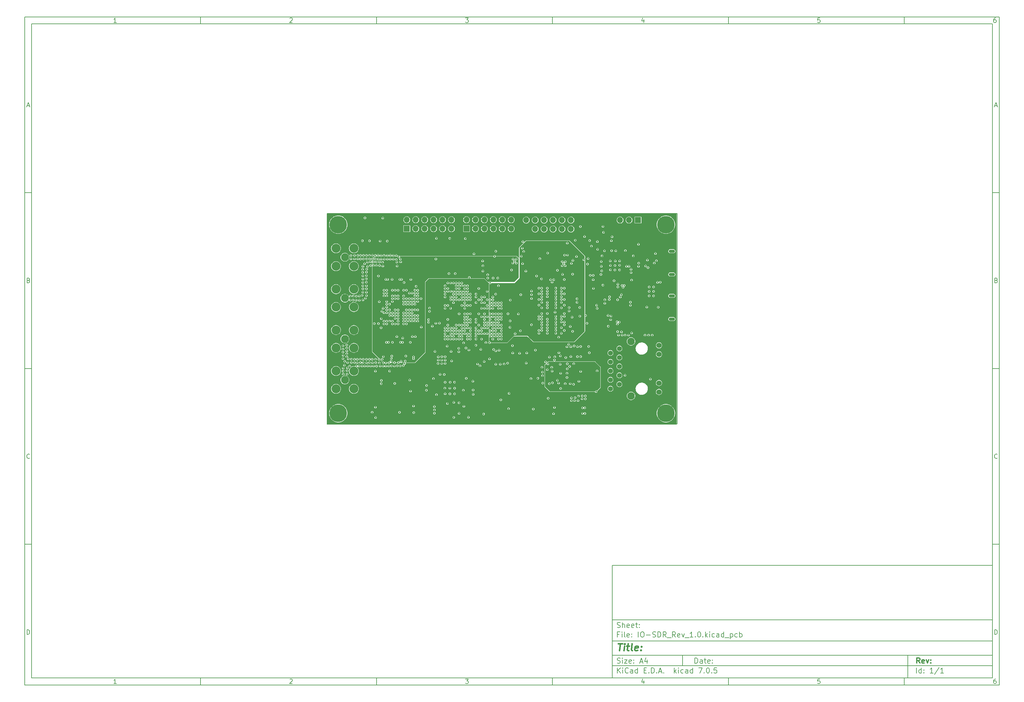
<source format=gbr>
%TF.GenerationSoftware,KiCad,Pcbnew,7.0.5*%
%TF.CreationDate,2023-12-16T19:19:43-05:00*%
%TF.ProjectId,IO-SDR_Rev_1.0,494f2d53-4452-45f5-9265-765f312e302e,rev?*%
%TF.SameCoordinates,Original*%
%TF.FileFunction,Copper,L5,Inr*%
%TF.FilePolarity,Positive*%
%FSLAX46Y46*%
G04 Gerber Fmt 4.6, Leading zero omitted, Abs format (unit mm)*
G04 Created by KiCad (PCBNEW 7.0.5) date 2023-12-16 19:19:43*
%MOMM*%
%LPD*%
G01*
G04 APERTURE LIST*
%ADD10C,0.100000*%
%ADD11C,0.150000*%
%ADD12C,0.300000*%
%ADD13C,0.400000*%
%TA.AperFunction,ComponentPad*%
%ADD14R,1.700000X1.700000*%
%TD*%
%TA.AperFunction,ComponentPad*%
%ADD15O,1.700000X1.700000*%
%TD*%
%TA.AperFunction,ComponentPad*%
%ADD16C,2.250000*%
%TD*%
%TA.AperFunction,ComponentPad*%
%ADD17C,2.550000*%
%TD*%
%TA.AperFunction,ComponentPad*%
%ADD18C,5.000000*%
%TD*%
%TA.AperFunction,ComponentPad*%
%ADD19C,1.397000*%
%TD*%
%TA.AperFunction,ComponentPad*%
%ADD20C,1.524000*%
%TD*%
%TA.AperFunction,ComponentPad*%
%ADD21C,2.133600*%
%TD*%
%TA.AperFunction,ComponentPad*%
%ADD22O,1.800000X0.900000*%
%TD*%
%TA.AperFunction,ViaPad*%
%ADD23C,0.457200*%
%TD*%
%TA.AperFunction,Profile*%
%ADD24C,0.200000*%
%TD*%
G04 APERTURE END LIST*
D10*
D11*
X177002200Y-166007200D02*
X285002200Y-166007200D01*
X285002200Y-198007200D01*
X177002200Y-198007200D01*
X177002200Y-166007200D01*
D10*
D11*
X10000000Y-10000000D02*
X287002200Y-10000000D01*
X287002200Y-200007200D01*
X10000000Y-200007200D01*
X10000000Y-10000000D01*
D10*
D11*
X12000000Y-12000000D02*
X285002200Y-12000000D01*
X285002200Y-198007200D01*
X12000000Y-198007200D01*
X12000000Y-12000000D01*
D10*
D11*
X60000000Y-12000000D02*
X60000000Y-10000000D01*
D10*
D11*
X110000000Y-12000000D02*
X110000000Y-10000000D01*
D10*
D11*
X160000000Y-12000000D02*
X160000000Y-10000000D01*
D10*
D11*
X210000000Y-12000000D02*
X210000000Y-10000000D01*
D10*
D11*
X260000000Y-12000000D02*
X260000000Y-10000000D01*
D10*
D11*
X36089160Y-11593604D02*
X35346303Y-11593604D01*
X35717731Y-11593604D02*
X35717731Y-10293604D01*
X35717731Y-10293604D02*
X35593922Y-10479319D01*
X35593922Y-10479319D02*
X35470112Y-10603128D01*
X35470112Y-10603128D02*
X35346303Y-10665033D01*
D10*
D11*
X85346303Y-10417414D02*
X85408207Y-10355509D01*
X85408207Y-10355509D02*
X85532017Y-10293604D01*
X85532017Y-10293604D02*
X85841541Y-10293604D01*
X85841541Y-10293604D02*
X85965350Y-10355509D01*
X85965350Y-10355509D02*
X86027255Y-10417414D01*
X86027255Y-10417414D02*
X86089160Y-10541223D01*
X86089160Y-10541223D02*
X86089160Y-10665033D01*
X86089160Y-10665033D02*
X86027255Y-10850747D01*
X86027255Y-10850747D02*
X85284398Y-11593604D01*
X85284398Y-11593604D02*
X86089160Y-11593604D01*
D10*
D11*
X135284398Y-10293604D02*
X136089160Y-10293604D01*
X136089160Y-10293604D02*
X135655826Y-10788842D01*
X135655826Y-10788842D02*
X135841541Y-10788842D01*
X135841541Y-10788842D02*
X135965350Y-10850747D01*
X135965350Y-10850747D02*
X136027255Y-10912652D01*
X136027255Y-10912652D02*
X136089160Y-11036461D01*
X136089160Y-11036461D02*
X136089160Y-11345985D01*
X136089160Y-11345985D02*
X136027255Y-11469795D01*
X136027255Y-11469795D02*
X135965350Y-11531700D01*
X135965350Y-11531700D02*
X135841541Y-11593604D01*
X135841541Y-11593604D02*
X135470112Y-11593604D01*
X135470112Y-11593604D02*
X135346303Y-11531700D01*
X135346303Y-11531700D02*
X135284398Y-11469795D01*
D10*
D11*
X185965350Y-10726938D02*
X185965350Y-11593604D01*
X185655826Y-10231700D02*
X185346303Y-11160271D01*
X185346303Y-11160271D02*
X186151064Y-11160271D01*
D10*
D11*
X236027255Y-10293604D02*
X235408207Y-10293604D01*
X235408207Y-10293604D02*
X235346303Y-10912652D01*
X235346303Y-10912652D02*
X235408207Y-10850747D01*
X235408207Y-10850747D02*
X235532017Y-10788842D01*
X235532017Y-10788842D02*
X235841541Y-10788842D01*
X235841541Y-10788842D02*
X235965350Y-10850747D01*
X235965350Y-10850747D02*
X236027255Y-10912652D01*
X236027255Y-10912652D02*
X236089160Y-11036461D01*
X236089160Y-11036461D02*
X236089160Y-11345985D01*
X236089160Y-11345985D02*
X236027255Y-11469795D01*
X236027255Y-11469795D02*
X235965350Y-11531700D01*
X235965350Y-11531700D02*
X235841541Y-11593604D01*
X235841541Y-11593604D02*
X235532017Y-11593604D01*
X235532017Y-11593604D02*
X235408207Y-11531700D01*
X235408207Y-11531700D02*
X235346303Y-11469795D01*
D10*
D11*
X285965350Y-10293604D02*
X285717731Y-10293604D01*
X285717731Y-10293604D02*
X285593922Y-10355509D01*
X285593922Y-10355509D02*
X285532017Y-10417414D01*
X285532017Y-10417414D02*
X285408207Y-10603128D01*
X285408207Y-10603128D02*
X285346303Y-10850747D01*
X285346303Y-10850747D02*
X285346303Y-11345985D01*
X285346303Y-11345985D02*
X285408207Y-11469795D01*
X285408207Y-11469795D02*
X285470112Y-11531700D01*
X285470112Y-11531700D02*
X285593922Y-11593604D01*
X285593922Y-11593604D02*
X285841541Y-11593604D01*
X285841541Y-11593604D02*
X285965350Y-11531700D01*
X285965350Y-11531700D02*
X286027255Y-11469795D01*
X286027255Y-11469795D02*
X286089160Y-11345985D01*
X286089160Y-11345985D02*
X286089160Y-11036461D01*
X286089160Y-11036461D02*
X286027255Y-10912652D01*
X286027255Y-10912652D02*
X285965350Y-10850747D01*
X285965350Y-10850747D02*
X285841541Y-10788842D01*
X285841541Y-10788842D02*
X285593922Y-10788842D01*
X285593922Y-10788842D02*
X285470112Y-10850747D01*
X285470112Y-10850747D02*
X285408207Y-10912652D01*
X285408207Y-10912652D02*
X285346303Y-11036461D01*
D10*
D11*
X60000000Y-198007200D02*
X60000000Y-200007200D01*
D10*
D11*
X110000000Y-198007200D02*
X110000000Y-200007200D01*
D10*
D11*
X160000000Y-198007200D02*
X160000000Y-200007200D01*
D10*
D11*
X210000000Y-198007200D02*
X210000000Y-200007200D01*
D10*
D11*
X260000000Y-198007200D02*
X260000000Y-200007200D01*
D10*
D11*
X36089160Y-199600804D02*
X35346303Y-199600804D01*
X35717731Y-199600804D02*
X35717731Y-198300804D01*
X35717731Y-198300804D02*
X35593922Y-198486519D01*
X35593922Y-198486519D02*
X35470112Y-198610328D01*
X35470112Y-198610328D02*
X35346303Y-198672233D01*
D10*
D11*
X85346303Y-198424614D02*
X85408207Y-198362709D01*
X85408207Y-198362709D02*
X85532017Y-198300804D01*
X85532017Y-198300804D02*
X85841541Y-198300804D01*
X85841541Y-198300804D02*
X85965350Y-198362709D01*
X85965350Y-198362709D02*
X86027255Y-198424614D01*
X86027255Y-198424614D02*
X86089160Y-198548423D01*
X86089160Y-198548423D02*
X86089160Y-198672233D01*
X86089160Y-198672233D02*
X86027255Y-198857947D01*
X86027255Y-198857947D02*
X85284398Y-199600804D01*
X85284398Y-199600804D02*
X86089160Y-199600804D01*
D10*
D11*
X135284398Y-198300804D02*
X136089160Y-198300804D01*
X136089160Y-198300804D02*
X135655826Y-198796042D01*
X135655826Y-198796042D02*
X135841541Y-198796042D01*
X135841541Y-198796042D02*
X135965350Y-198857947D01*
X135965350Y-198857947D02*
X136027255Y-198919852D01*
X136027255Y-198919852D02*
X136089160Y-199043661D01*
X136089160Y-199043661D02*
X136089160Y-199353185D01*
X136089160Y-199353185D02*
X136027255Y-199476995D01*
X136027255Y-199476995D02*
X135965350Y-199538900D01*
X135965350Y-199538900D02*
X135841541Y-199600804D01*
X135841541Y-199600804D02*
X135470112Y-199600804D01*
X135470112Y-199600804D02*
X135346303Y-199538900D01*
X135346303Y-199538900D02*
X135284398Y-199476995D01*
D10*
D11*
X185965350Y-198734138D02*
X185965350Y-199600804D01*
X185655826Y-198238900D02*
X185346303Y-199167471D01*
X185346303Y-199167471D02*
X186151064Y-199167471D01*
D10*
D11*
X236027255Y-198300804D02*
X235408207Y-198300804D01*
X235408207Y-198300804D02*
X235346303Y-198919852D01*
X235346303Y-198919852D02*
X235408207Y-198857947D01*
X235408207Y-198857947D02*
X235532017Y-198796042D01*
X235532017Y-198796042D02*
X235841541Y-198796042D01*
X235841541Y-198796042D02*
X235965350Y-198857947D01*
X235965350Y-198857947D02*
X236027255Y-198919852D01*
X236027255Y-198919852D02*
X236089160Y-199043661D01*
X236089160Y-199043661D02*
X236089160Y-199353185D01*
X236089160Y-199353185D02*
X236027255Y-199476995D01*
X236027255Y-199476995D02*
X235965350Y-199538900D01*
X235965350Y-199538900D02*
X235841541Y-199600804D01*
X235841541Y-199600804D02*
X235532017Y-199600804D01*
X235532017Y-199600804D02*
X235408207Y-199538900D01*
X235408207Y-199538900D02*
X235346303Y-199476995D01*
D10*
D11*
X285965350Y-198300804D02*
X285717731Y-198300804D01*
X285717731Y-198300804D02*
X285593922Y-198362709D01*
X285593922Y-198362709D02*
X285532017Y-198424614D01*
X285532017Y-198424614D02*
X285408207Y-198610328D01*
X285408207Y-198610328D02*
X285346303Y-198857947D01*
X285346303Y-198857947D02*
X285346303Y-199353185D01*
X285346303Y-199353185D02*
X285408207Y-199476995D01*
X285408207Y-199476995D02*
X285470112Y-199538900D01*
X285470112Y-199538900D02*
X285593922Y-199600804D01*
X285593922Y-199600804D02*
X285841541Y-199600804D01*
X285841541Y-199600804D02*
X285965350Y-199538900D01*
X285965350Y-199538900D02*
X286027255Y-199476995D01*
X286027255Y-199476995D02*
X286089160Y-199353185D01*
X286089160Y-199353185D02*
X286089160Y-199043661D01*
X286089160Y-199043661D02*
X286027255Y-198919852D01*
X286027255Y-198919852D02*
X285965350Y-198857947D01*
X285965350Y-198857947D02*
X285841541Y-198796042D01*
X285841541Y-198796042D02*
X285593922Y-198796042D01*
X285593922Y-198796042D02*
X285470112Y-198857947D01*
X285470112Y-198857947D02*
X285408207Y-198919852D01*
X285408207Y-198919852D02*
X285346303Y-199043661D01*
D10*
D11*
X10000000Y-60000000D02*
X12000000Y-60000000D01*
D10*
D11*
X10000000Y-110000000D02*
X12000000Y-110000000D01*
D10*
D11*
X10000000Y-160000000D02*
X12000000Y-160000000D01*
D10*
D11*
X10690476Y-35222176D02*
X11309523Y-35222176D01*
X10566666Y-35593604D02*
X10999999Y-34293604D01*
X10999999Y-34293604D02*
X11433333Y-35593604D01*
D10*
D11*
X11092857Y-84912652D02*
X11278571Y-84974557D01*
X11278571Y-84974557D02*
X11340476Y-85036461D01*
X11340476Y-85036461D02*
X11402380Y-85160271D01*
X11402380Y-85160271D02*
X11402380Y-85345985D01*
X11402380Y-85345985D02*
X11340476Y-85469795D01*
X11340476Y-85469795D02*
X11278571Y-85531700D01*
X11278571Y-85531700D02*
X11154761Y-85593604D01*
X11154761Y-85593604D02*
X10659523Y-85593604D01*
X10659523Y-85593604D02*
X10659523Y-84293604D01*
X10659523Y-84293604D02*
X11092857Y-84293604D01*
X11092857Y-84293604D02*
X11216666Y-84355509D01*
X11216666Y-84355509D02*
X11278571Y-84417414D01*
X11278571Y-84417414D02*
X11340476Y-84541223D01*
X11340476Y-84541223D02*
X11340476Y-84665033D01*
X11340476Y-84665033D02*
X11278571Y-84788842D01*
X11278571Y-84788842D02*
X11216666Y-84850747D01*
X11216666Y-84850747D02*
X11092857Y-84912652D01*
X11092857Y-84912652D02*
X10659523Y-84912652D01*
D10*
D11*
X11402380Y-135469795D02*
X11340476Y-135531700D01*
X11340476Y-135531700D02*
X11154761Y-135593604D01*
X11154761Y-135593604D02*
X11030952Y-135593604D01*
X11030952Y-135593604D02*
X10845238Y-135531700D01*
X10845238Y-135531700D02*
X10721428Y-135407890D01*
X10721428Y-135407890D02*
X10659523Y-135284080D01*
X10659523Y-135284080D02*
X10597619Y-135036461D01*
X10597619Y-135036461D02*
X10597619Y-134850747D01*
X10597619Y-134850747D02*
X10659523Y-134603128D01*
X10659523Y-134603128D02*
X10721428Y-134479319D01*
X10721428Y-134479319D02*
X10845238Y-134355509D01*
X10845238Y-134355509D02*
X11030952Y-134293604D01*
X11030952Y-134293604D02*
X11154761Y-134293604D01*
X11154761Y-134293604D02*
X11340476Y-134355509D01*
X11340476Y-134355509D02*
X11402380Y-134417414D01*
D10*
D11*
X10659523Y-185593604D02*
X10659523Y-184293604D01*
X10659523Y-184293604D02*
X10969047Y-184293604D01*
X10969047Y-184293604D02*
X11154761Y-184355509D01*
X11154761Y-184355509D02*
X11278571Y-184479319D01*
X11278571Y-184479319D02*
X11340476Y-184603128D01*
X11340476Y-184603128D02*
X11402380Y-184850747D01*
X11402380Y-184850747D02*
X11402380Y-185036461D01*
X11402380Y-185036461D02*
X11340476Y-185284080D01*
X11340476Y-185284080D02*
X11278571Y-185407890D01*
X11278571Y-185407890D02*
X11154761Y-185531700D01*
X11154761Y-185531700D02*
X10969047Y-185593604D01*
X10969047Y-185593604D02*
X10659523Y-185593604D01*
D10*
D11*
X287002200Y-60000000D02*
X285002200Y-60000000D01*
D10*
D11*
X287002200Y-110000000D02*
X285002200Y-110000000D01*
D10*
D11*
X287002200Y-160000000D02*
X285002200Y-160000000D01*
D10*
D11*
X285692676Y-35222176D02*
X286311723Y-35222176D01*
X285568866Y-35593604D02*
X286002199Y-34293604D01*
X286002199Y-34293604D02*
X286435533Y-35593604D01*
D10*
D11*
X286095057Y-84912652D02*
X286280771Y-84974557D01*
X286280771Y-84974557D02*
X286342676Y-85036461D01*
X286342676Y-85036461D02*
X286404580Y-85160271D01*
X286404580Y-85160271D02*
X286404580Y-85345985D01*
X286404580Y-85345985D02*
X286342676Y-85469795D01*
X286342676Y-85469795D02*
X286280771Y-85531700D01*
X286280771Y-85531700D02*
X286156961Y-85593604D01*
X286156961Y-85593604D02*
X285661723Y-85593604D01*
X285661723Y-85593604D02*
X285661723Y-84293604D01*
X285661723Y-84293604D02*
X286095057Y-84293604D01*
X286095057Y-84293604D02*
X286218866Y-84355509D01*
X286218866Y-84355509D02*
X286280771Y-84417414D01*
X286280771Y-84417414D02*
X286342676Y-84541223D01*
X286342676Y-84541223D02*
X286342676Y-84665033D01*
X286342676Y-84665033D02*
X286280771Y-84788842D01*
X286280771Y-84788842D02*
X286218866Y-84850747D01*
X286218866Y-84850747D02*
X286095057Y-84912652D01*
X286095057Y-84912652D02*
X285661723Y-84912652D01*
D10*
D11*
X286404580Y-135469795D02*
X286342676Y-135531700D01*
X286342676Y-135531700D02*
X286156961Y-135593604D01*
X286156961Y-135593604D02*
X286033152Y-135593604D01*
X286033152Y-135593604D02*
X285847438Y-135531700D01*
X285847438Y-135531700D02*
X285723628Y-135407890D01*
X285723628Y-135407890D02*
X285661723Y-135284080D01*
X285661723Y-135284080D02*
X285599819Y-135036461D01*
X285599819Y-135036461D02*
X285599819Y-134850747D01*
X285599819Y-134850747D02*
X285661723Y-134603128D01*
X285661723Y-134603128D02*
X285723628Y-134479319D01*
X285723628Y-134479319D02*
X285847438Y-134355509D01*
X285847438Y-134355509D02*
X286033152Y-134293604D01*
X286033152Y-134293604D02*
X286156961Y-134293604D01*
X286156961Y-134293604D02*
X286342676Y-134355509D01*
X286342676Y-134355509D02*
X286404580Y-134417414D01*
D10*
D11*
X285661723Y-185593604D02*
X285661723Y-184293604D01*
X285661723Y-184293604D02*
X285971247Y-184293604D01*
X285971247Y-184293604D02*
X286156961Y-184355509D01*
X286156961Y-184355509D02*
X286280771Y-184479319D01*
X286280771Y-184479319D02*
X286342676Y-184603128D01*
X286342676Y-184603128D02*
X286404580Y-184850747D01*
X286404580Y-184850747D02*
X286404580Y-185036461D01*
X286404580Y-185036461D02*
X286342676Y-185284080D01*
X286342676Y-185284080D02*
X286280771Y-185407890D01*
X286280771Y-185407890D02*
X286156961Y-185531700D01*
X286156961Y-185531700D02*
X285971247Y-185593604D01*
X285971247Y-185593604D02*
X285661723Y-185593604D01*
D10*
D11*
X200458026Y-193793328D02*
X200458026Y-192293328D01*
X200458026Y-192293328D02*
X200815169Y-192293328D01*
X200815169Y-192293328D02*
X201029455Y-192364757D01*
X201029455Y-192364757D02*
X201172312Y-192507614D01*
X201172312Y-192507614D02*
X201243741Y-192650471D01*
X201243741Y-192650471D02*
X201315169Y-192936185D01*
X201315169Y-192936185D02*
X201315169Y-193150471D01*
X201315169Y-193150471D02*
X201243741Y-193436185D01*
X201243741Y-193436185D02*
X201172312Y-193579042D01*
X201172312Y-193579042D02*
X201029455Y-193721900D01*
X201029455Y-193721900D02*
X200815169Y-193793328D01*
X200815169Y-193793328D02*
X200458026Y-193793328D01*
X202600884Y-193793328D02*
X202600884Y-193007614D01*
X202600884Y-193007614D02*
X202529455Y-192864757D01*
X202529455Y-192864757D02*
X202386598Y-192793328D01*
X202386598Y-192793328D02*
X202100884Y-192793328D01*
X202100884Y-192793328D02*
X201958026Y-192864757D01*
X202600884Y-193721900D02*
X202458026Y-193793328D01*
X202458026Y-193793328D02*
X202100884Y-193793328D01*
X202100884Y-193793328D02*
X201958026Y-193721900D01*
X201958026Y-193721900D02*
X201886598Y-193579042D01*
X201886598Y-193579042D02*
X201886598Y-193436185D01*
X201886598Y-193436185D02*
X201958026Y-193293328D01*
X201958026Y-193293328D02*
X202100884Y-193221900D01*
X202100884Y-193221900D02*
X202458026Y-193221900D01*
X202458026Y-193221900D02*
X202600884Y-193150471D01*
X203100884Y-192793328D02*
X203672312Y-192793328D01*
X203315169Y-192293328D02*
X203315169Y-193579042D01*
X203315169Y-193579042D02*
X203386598Y-193721900D01*
X203386598Y-193721900D02*
X203529455Y-193793328D01*
X203529455Y-193793328D02*
X203672312Y-193793328D01*
X204743741Y-193721900D02*
X204600884Y-193793328D01*
X204600884Y-193793328D02*
X204315170Y-193793328D01*
X204315170Y-193793328D02*
X204172312Y-193721900D01*
X204172312Y-193721900D02*
X204100884Y-193579042D01*
X204100884Y-193579042D02*
X204100884Y-193007614D01*
X204100884Y-193007614D02*
X204172312Y-192864757D01*
X204172312Y-192864757D02*
X204315170Y-192793328D01*
X204315170Y-192793328D02*
X204600884Y-192793328D01*
X204600884Y-192793328D02*
X204743741Y-192864757D01*
X204743741Y-192864757D02*
X204815170Y-193007614D01*
X204815170Y-193007614D02*
X204815170Y-193150471D01*
X204815170Y-193150471D02*
X204100884Y-193293328D01*
X205458026Y-193650471D02*
X205529455Y-193721900D01*
X205529455Y-193721900D02*
X205458026Y-193793328D01*
X205458026Y-193793328D02*
X205386598Y-193721900D01*
X205386598Y-193721900D02*
X205458026Y-193650471D01*
X205458026Y-193650471D02*
X205458026Y-193793328D01*
X205458026Y-192864757D02*
X205529455Y-192936185D01*
X205529455Y-192936185D02*
X205458026Y-193007614D01*
X205458026Y-193007614D02*
X205386598Y-192936185D01*
X205386598Y-192936185D02*
X205458026Y-192864757D01*
X205458026Y-192864757D02*
X205458026Y-193007614D01*
D10*
D11*
X177002200Y-194507200D02*
X285002200Y-194507200D01*
D10*
D11*
X178458026Y-196593328D02*
X178458026Y-195093328D01*
X179315169Y-196593328D02*
X178672312Y-195736185D01*
X179315169Y-195093328D02*
X178458026Y-195950471D01*
X179958026Y-196593328D02*
X179958026Y-195593328D01*
X179958026Y-195093328D02*
X179886598Y-195164757D01*
X179886598Y-195164757D02*
X179958026Y-195236185D01*
X179958026Y-195236185D02*
X180029455Y-195164757D01*
X180029455Y-195164757D02*
X179958026Y-195093328D01*
X179958026Y-195093328D02*
X179958026Y-195236185D01*
X181529455Y-196450471D02*
X181458027Y-196521900D01*
X181458027Y-196521900D02*
X181243741Y-196593328D01*
X181243741Y-196593328D02*
X181100884Y-196593328D01*
X181100884Y-196593328D02*
X180886598Y-196521900D01*
X180886598Y-196521900D02*
X180743741Y-196379042D01*
X180743741Y-196379042D02*
X180672312Y-196236185D01*
X180672312Y-196236185D02*
X180600884Y-195950471D01*
X180600884Y-195950471D02*
X180600884Y-195736185D01*
X180600884Y-195736185D02*
X180672312Y-195450471D01*
X180672312Y-195450471D02*
X180743741Y-195307614D01*
X180743741Y-195307614D02*
X180886598Y-195164757D01*
X180886598Y-195164757D02*
X181100884Y-195093328D01*
X181100884Y-195093328D02*
X181243741Y-195093328D01*
X181243741Y-195093328D02*
X181458027Y-195164757D01*
X181458027Y-195164757D02*
X181529455Y-195236185D01*
X182815170Y-196593328D02*
X182815170Y-195807614D01*
X182815170Y-195807614D02*
X182743741Y-195664757D01*
X182743741Y-195664757D02*
X182600884Y-195593328D01*
X182600884Y-195593328D02*
X182315170Y-195593328D01*
X182315170Y-195593328D02*
X182172312Y-195664757D01*
X182815170Y-196521900D02*
X182672312Y-196593328D01*
X182672312Y-196593328D02*
X182315170Y-196593328D01*
X182315170Y-196593328D02*
X182172312Y-196521900D01*
X182172312Y-196521900D02*
X182100884Y-196379042D01*
X182100884Y-196379042D02*
X182100884Y-196236185D01*
X182100884Y-196236185D02*
X182172312Y-196093328D01*
X182172312Y-196093328D02*
X182315170Y-196021900D01*
X182315170Y-196021900D02*
X182672312Y-196021900D01*
X182672312Y-196021900D02*
X182815170Y-195950471D01*
X184172313Y-196593328D02*
X184172313Y-195093328D01*
X184172313Y-196521900D02*
X184029455Y-196593328D01*
X184029455Y-196593328D02*
X183743741Y-196593328D01*
X183743741Y-196593328D02*
X183600884Y-196521900D01*
X183600884Y-196521900D02*
X183529455Y-196450471D01*
X183529455Y-196450471D02*
X183458027Y-196307614D01*
X183458027Y-196307614D02*
X183458027Y-195879042D01*
X183458027Y-195879042D02*
X183529455Y-195736185D01*
X183529455Y-195736185D02*
X183600884Y-195664757D01*
X183600884Y-195664757D02*
X183743741Y-195593328D01*
X183743741Y-195593328D02*
X184029455Y-195593328D01*
X184029455Y-195593328D02*
X184172313Y-195664757D01*
X186029455Y-195807614D02*
X186529455Y-195807614D01*
X186743741Y-196593328D02*
X186029455Y-196593328D01*
X186029455Y-196593328D02*
X186029455Y-195093328D01*
X186029455Y-195093328D02*
X186743741Y-195093328D01*
X187386598Y-196450471D02*
X187458027Y-196521900D01*
X187458027Y-196521900D02*
X187386598Y-196593328D01*
X187386598Y-196593328D02*
X187315170Y-196521900D01*
X187315170Y-196521900D02*
X187386598Y-196450471D01*
X187386598Y-196450471D02*
X187386598Y-196593328D01*
X188100884Y-196593328D02*
X188100884Y-195093328D01*
X188100884Y-195093328D02*
X188458027Y-195093328D01*
X188458027Y-195093328D02*
X188672313Y-195164757D01*
X188672313Y-195164757D02*
X188815170Y-195307614D01*
X188815170Y-195307614D02*
X188886599Y-195450471D01*
X188886599Y-195450471D02*
X188958027Y-195736185D01*
X188958027Y-195736185D02*
X188958027Y-195950471D01*
X188958027Y-195950471D02*
X188886599Y-196236185D01*
X188886599Y-196236185D02*
X188815170Y-196379042D01*
X188815170Y-196379042D02*
X188672313Y-196521900D01*
X188672313Y-196521900D02*
X188458027Y-196593328D01*
X188458027Y-196593328D02*
X188100884Y-196593328D01*
X189600884Y-196450471D02*
X189672313Y-196521900D01*
X189672313Y-196521900D02*
X189600884Y-196593328D01*
X189600884Y-196593328D02*
X189529456Y-196521900D01*
X189529456Y-196521900D02*
X189600884Y-196450471D01*
X189600884Y-196450471D02*
X189600884Y-196593328D01*
X190243742Y-196164757D02*
X190958028Y-196164757D01*
X190100885Y-196593328D02*
X190600885Y-195093328D01*
X190600885Y-195093328D02*
X191100885Y-196593328D01*
X191600884Y-196450471D02*
X191672313Y-196521900D01*
X191672313Y-196521900D02*
X191600884Y-196593328D01*
X191600884Y-196593328D02*
X191529456Y-196521900D01*
X191529456Y-196521900D02*
X191600884Y-196450471D01*
X191600884Y-196450471D02*
X191600884Y-196593328D01*
X194600884Y-196593328D02*
X194600884Y-195093328D01*
X194743742Y-196021900D02*
X195172313Y-196593328D01*
X195172313Y-195593328D02*
X194600884Y-196164757D01*
X195815170Y-196593328D02*
X195815170Y-195593328D01*
X195815170Y-195093328D02*
X195743742Y-195164757D01*
X195743742Y-195164757D02*
X195815170Y-195236185D01*
X195815170Y-195236185D02*
X195886599Y-195164757D01*
X195886599Y-195164757D02*
X195815170Y-195093328D01*
X195815170Y-195093328D02*
X195815170Y-195236185D01*
X197172314Y-196521900D02*
X197029456Y-196593328D01*
X197029456Y-196593328D02*
X196743742Y-196593328D01*
X196743742Y-196593328D02*
X196600885Y-196521900D01*
X196600885Y-196521900D02*
X196529456Y-196450471D01*
X196529456Y-196450471D02*
X196458028Y-196307614D01*
X196458028Y-196307614D02*
X196458028Y-195879042D01*
X196458028Y-195879042D02*
X196529456Y-195736185D01*
X196529456Y-195736185D02*
X196600885Y-195664757D01*
X196600885Y-195664757D02*
X196743742Y-195593328D01*
X196743742Y-195593328D02*
X197029456Y-195593328D01*
X197029456Y-195593328D02*
X197172314Y-195664757D01*
X198458028Y-196593328D02*
X198458028Y-195807614D01*
X198458028Y-195807614D02*
X198386599Y-195664757D01*
X198386599Y-195664757D02*
X198243742Y-195593328D01*
X198243742Y-195593328D02*
X197958028Y-195593328D01*
X197958028Y-195593328D02*
X197815170Y-195664757D01*
X198458028Y-196521900D02*
X198315170Y-196593328D01*
X198315170Y-196593328D02*
X197958028Y-196593328D01*
X197958028Y-196593328D02*
X197815170Y-196521900D01*
X197815170Y-196521900D02*
X197743742Y-196379042D01*
X197743742Y-196379042D02*
X197743742Y-196236185D01*
X197743742Y-196236185D02*
X197815170Y-196093328D01*
X197815170Y-196093328D02*
X197958028Y-196021900D01*
X197958028Y-196021900D02*
X198315170Y-196021900D01*
X198315170Y-196021900D02*
X198458028Y-195950471D01*
X199815171Y-196593328D02*
X199815171Y-195093328D01*
X199815171Y-196521900D02*
X199672313Y-196593328D01*
X199672313Y-196593328D02*
X199386599Y-196593328D01*
X199386599Y-196593328D02*
X199243742Y-196521900D01*
X199243742Y-196521900D02*
X199172313Y-196450471D01*
X199172313Y-196450471D02*
X199100885Y-196307614D01*
X199100885Y-196307614D02*
X199100885Y-195879042D01*
X199100885Y-195879042D02*
X199172313Y-195736185D01*
X199172313Y-195736185D02*
X199243742Y-195664757D01*
X199243742Y-195664757D02*
X199386599Y-195593328D01*
X199386599Y-195593328D02*
X199672313Y-195593328D01*
X199672313Y-195593328D02*
X199815171Y-195664757D01*
X201529456Y-195093328D02*
X202529456Y-195093328D01*
X202529456Y-195093328D02*
X201886599Y-196593328D01*
X203100884Y-196450471D02*
X203172313Y-196521900D01*
X203172313Y-196521900D02*
X203100884Y-196593328D01*
X203100884Y-196593328D02*
X203029456Y-196521900D01*
X203029456Y-196521900D02*
X203100884Y-196450471D01*
X203100884Y-196450471D02*
X203100884Y-196593328D01*
X204100885Y-195093328D02*
X204243742Y-195093328D01*
X204243742Y-195093328D02*
X204386599Y-195164757D01*
X204386599Y-195164757D02*
X204458028Y-195236185D01*
X204458028Y-195236185D02*
X204529456Y-195379042D01*
X204529456Y-195379042D02*
X204600885Y-195664757D01*
X204600885Y-195664757D02*
X204600885Y-196021900D01*
X204600885Y-196021900D02*
X204529456Y-196307614D01*
X204529456Y-196307614D02*
X204458028Y-196450471D01*
X204458028Y-196450471D02*
X204386599Y-196521900D01*
X204386599Y-196521900D02*
X204243742Y-196593328D01*
X204243742Y-196593328D02*
X204100885Y-196593328D01*
X204100885Y-196593328D02*
X203958028Y-196521900D01*
X203958028Y-196521900D02*
X203886599Y-196450471D01*
X203886599Y-196450471D02*
X203815170Y-196307614D01*
X203815170Y-196307614D02*
X203743742Y-196021900D01*
X203743742Y-196021900D02*
X203743742Y-195664757D01*
X203743742Y-195664757D02*
X203815170Y-195379042D01*
X203815170Y-195379042D02*
X203886599Y-195236185D01*
X203886599Y-195236185D02*
X203958028Y-195164757D01*
X203958028Y-195164757D02*
X204100885Y-195093328D01*
X205243741Y-196450471D02*
X205315170Y-196521900D01*
X205315170Y-196521900D02*
X205243741Y-196593328D01*
X205243741Y-196593328D02*
X205172313Y-196521900D01*
X205172313Y-196521900D02*
X205243741Y-196450471D01*
X205243741Y-196450471D02*
X205243741Y-196593328D01*
X206672313Y-195093328D02*
X205958027Y-195093328D01*
X205958027Y-195093328D02*
X205886599Y-195807614D01*
X205886599Y-195807614D02*
X205958027Y-195736185D01*
X205958027Y-195736185D02*
X206100885Y-195664757D01*
X206100885Y-195664757D02*
X206458027Y-195664757D01*
X206458027Y-195664757D02*
X206600885Y-195736185D01*
X206600885Y-195736185D02*
X206672313Y-195807614D01*
X206672313Y-195807614D02*
X206743742Y-195950471D01*
X206743742Y-195950471D02*
X206743742Y-196307614D01*
X206743742Y-196307614D02*
X206672313Y-196450471D01*
X206672313Y-196450471D02*
X206600885Y-196521900D01*
X206600885Y-196521900D02*
X206458027Y-196593328D01*
X206458027Y-196593328D02*
X206100885Y-196593328D01*
X206100885Y-196593328D02*
X205958027Y-196521900D01*
X205958027Y-196521900D02*
X205886599Y-196450471D01*
D10*
D11*
X177002200Y-191507200D02*
X285002200Y-191507200D01*
D10*
D12*
X264413853Y-193785528D02*
X263913853Y-193071242D01*
X263556710Y-193785528D02*
X263556710Y-192285528D01*
X263556710Y-192285528D02*
X264128139Y-192285528D01*
X264128139Y-192285528D02*
X264270996Y-192356957D01*
X264270996Y-192356957D02*
X264342425Y-192428385D01*
X264342425Y-192428385D02*
X264413853Y-192571242D01*
X264413853Y-192571242D02*
X264413853Y-192785528D01*
X264413853Y-192785528D02*
X264342425Y-192928385D01*
X264342425Y-192928385D02*
X264270996Y-192999814D01*
X264270996Y-192999814D02*
X264128139Y-193071242D01*
X264128139Y-193071242D02*
X263556710Y-193071242D01*
X265628139Y-193714100D02*
X265485282Y-193785528D01*
X265485282Y-193785528D02*
X265199568Y-193785528D01*
X265199568Y-193785528D02*
X265056710Y-193714100D01*
X265056710Y-193714100D02*
X264985282Y-193571242D01*
X264985282Y-193571242D02*
X264985282Y-192999814D01*
X264985282Y-192999814D02*
X265056710Y-192856957D01*
X265056710Y-192856957D02*
X265199568Y-192785528D01*
X265199568Y-192785528D02*
X265485282Y-192785528D01*
X265485282Y-192785528D02*
X265628139Y-192856957D01*
X265628139Y-192856957D02*
X265699568Y-192999814D01*
X265699568Y-192999814D02*
X265699568Y-193142671D01*
X265699568Y-193142671D02*
X264985282Y-193285528D01*
X266199567Y-192785528D02*
X266556710Y-193785528D01*
X266556710Y-193785528D02*
X266913853Y-192785528D01*
X267485281Y-193642671D02*
X267556710Y-193714100D01*
X267556710Y-193714100D02*
X267485281Y-193785528D01*
X267485281Y-193785528D02*
X267413853Y-193714100D01*
X267413853Y-193714100D02*
X267485281Y-193642671D01*
X267485281Y-193642671D02*
X267485281Y-193785528D01*
X267485281Y-192856957D02*
X267556710Y-192928385D01*
X267556710Y-192928385D02*
X267485281Y-192999814D01*
X267485281Y-192999814D02*
X267413853Y-192928385D01*
X267413853Y-192928385D02*
X267485281Y-192856957D01*
X267485281Y-192856957D02*
X267485281Y-192999814D01*
D10*
D11*
X178386598Y-193721900D02*
X178600884Y-193793328D01*
X178600884Y-193793328D02*
X178958026Y-193793328D01*
X178958026Y-193793328D02*
X179100884Y-193721900D01*
X179100884Y-193721900D02*
X179172312Y-193650471D01*
X179172312Y-193650471D02*
X179243741Y-193507614D01*
X179243741Y-193507614D02*
X179243741Y-193364757D01*
X179243741Y-193364757D02*
X179172312Y-193221900D01*
X179172312Y-193221900D02*
X179100884Y-193150471D01*
X179100884Y-193150471D02*
X178958026Y-193079042D01*
X178958026Y-193079042D02*
X178672312Y-193007614D01*
X178672312Y-193007614D02*
X178529455Y-192936185D01*
X178529455Y-192936185D02*
X178458026Y-192864757D01*
X178458026Y-192864757D02*
X178386598Y-192721900D01*
X178386598Y-192721900D02*
X178386598Y-192579042D01*
X178386598Y-192579042D02*
X178458026Y-192436185D01*
X178458026Y-192436185D02*
X178529455Y-192364757D01*
X178529455Y-192364757D02*
X178672312Y-192293328D01*
X178672312Y-192293328D02*
X179029455Y-192293328D01*
X179029455Y-192293328D02*
X179243741Y-192364757D01*
X179886597Y-193793328D02*
X179886597Y-192793328D01*
X179886597Y-192293328D02*
X179815169Y-192364757D01*
X179815169Y-192364757D02*
X179886597Y-192436185D01*
X179886597Y-192436185D02*
X179958026Y-192364757D01*
X179958026Y-192364757D02*
X179886597Y-192293328D01*
X179886597Y-192293328D02*
X179886597Y-192436185D01*
X180458026Y-192793328D02*
X181243741Y-192793328D01*
X181243741Y-192793328D02*
X180458026Y-193793328D01*
X180458026Y-193793328D02*
X181243741Y-193793328D01*
X182386598Y-193721900D02*
X182243741Y-193793328D01*
X182243741Y-193793328D02*
X181958027Y-193793328D01*
X181958027Y-193793328D02*
X181815169Y-193721900D01*
X181815169Y-193721900D02*
X181743741Y-193579042D01*
X181743741Y-193579042D02*
X181743741Y-193007614D01*
X181743741Y-193007614D02*
X181815169Y-192864757D01*
X181815169Y-192864757D02*
X181958027Y-192793328D01*
X181958027Y-192793328D02*
X182243741Y-192793328D01*
X182243741Y-192793328D02*
X182386598Y-192864757D01*
X182386598Y-192864757D02*
X182458027Y-193007614D01*
X182458027Y-193007614D02*
X182458027Y-193150471D01*
X182458027Y-193150471D02*
X181743741Y-193293328D01*
X183100883Y-193650471D02*
X183172312Y-193721900D01*
X183172312Y-193721900D02*
X183100883Y-193793328D01*
X183100883Y-193793328D02*
X183029455Y-193721900D01*
X183029455Y-193721900D02*
X183100883Y-193650471D01*
X183100883Y-193650471D02*
X183100883Y-193793328D01*
X183100883Y-192864757D02*
X183172312Y-192936185D01*
X183172312Y-192936185D02*
X183100883Y-193007614D01*
X183100883Y-193007614D02*
X183029455Y-192936185D01*
X183029455Y-192936185D02*
X183100883Y-192864757D01*
X183100883Y-192864757D02*
X183100883Y-193007614D01*
X184886598Y-193364757D02*
X185600884Y-193364757D01*
X184743741Y-193793328D02*
X185243741Y-192293328D01*
X185243741Y-192293328D02*
X185743741Y-193793328D01*
X186886598Y-192793328D02*
X186886598Y-193793328D01*
X186529455Y-192221900D02*
X186172312Y-193293328D01*
X186172312Y-193293328D02*
X187100883Y-193293328D01*
D10*
D11*
X263458026Y-196593328D02*
X263458026Y-195093328D01*
X264815170Y-196593328D02*
X264815170Y-195093328D01*
X264815170Y-196521900D02*
X264672312Y-196593328D01*
X264672312Y-196593328D02*
X264386598Y-196593328D01*
X264386598Y-196593328D02*
X264243741Y-196521900D01*
X264243741Y-196521900D02*
X264172312Y-196450471D01*
X264172312Y-196450471D02*
X264100884Y-196307614D01*
X264100884Y-196307614D02*
X264100884Y-195879042D01*
X264100884Y-195879042D02*
X264172312Y-195736185D01*
X264172312Y-195736185D02*
X264243741Y-195664757D01*
X264243741Y-195664757D02*
X264386598Y-195593328D01*
X264386598Y-195593328D02*
X264672312Y-195593328D01*
X264672312Y-195593328D02*
X264815170Y-195664757D01*
X265529455Y-196450471D02*
X265600884Y-196521900D01*
X265600884Y-196521900D02*
X265529455Y-196593328D01*
X265529455Y-196593328D02*
X265458027Y-196521900D01*
X265458027Y-196521900D02*
X265529455Y-196450471D01*
X265529455Y-196450471D02*
X265529455Y-196593328D01*
X265529455Y-195664757D02*
X265600884Y-195736185D01*
X265600884Y-195736185D02*
X265529455Y-195807614D01*
X265529455Y-195807614D02*
X265458027Y-195736185D01*
X265458027Y-195736185D02*
X265529455Y-195664757D01*
X265529455Y-195664757D02*
X265529455Y-195807614D01*
X268172313Y-196593328D02*
X267315170Y-196593328D01*
X267743741Y-196593328D02*
X267743741Y-195093328D01*
X267743741Y-195093328D02*
X267600884Y-195307614D01*
X267600884Y-195307614D02*
X267458027Y-195450471D01*
X267458027Y-195450471D02*
X267315170Y-195521900D01*
X269886598Y-195021900D02*
X268600884Y-196950471D01*
X271172313Y-196593328D02*
X270315170Y-196593328D01*
X270743741Y-196593328D02*
X270743741Y-195093328D01*
X270743741Y-195093328D02*
X270600884Y-195307614D01*
X270600884Y-195307614D02*
X270458027Y-195450471D01*
X270458027Y-195450471D02*
X270315170Y-195521900D01*
D10*
D11*
X177002200Y-187507200D02*
X285002200Y-187507200D01*
D10*
D13*
X178693928Y-188211638D02*
X179836785Y-188211638D01*
X179015357Y-190211638D02*
X179265357Y-188211638D01*
X180253452Y-190211638D02*
X180420119Y-188878304D01*
X180503452Y-188211638D02*
X180396309Y-188306876D01*
X180396309Y-188306876D02*
X180479643Y-188402114D01*
X180479643Y-188402114D02*
X180586786Y-188306876D01*
X180586786Y-188306876D02*
X180503452Y-188211638D01*
X180503452Y-188211638D02*
X180479643Y-188402114D01*
X181086786Y-188878304D02*
X181848690Y-188878304D01*
X181455833Y-188211638D02*
X181241548Y-189925923D01*
X181241548Y-189925923D02*
X181312976Y-190116400D01*
X181312976Y-190116400D02*
X181491548Y-190211638D01*
X181491548Y-190211638D02*
X181682024Y-190211638D01*
X182634405Y-190211638D02*
X182455833Y-190116400D01*
X182455833Y-190116400D02*
X182384405Y-189925923D01*
X182384405Y-189925923D02*
X182598690Y-188211638D01*
X184170119Y-190116400D02*
X183967738Y-190211638D01*
X183967738Y-190211638D02*
X183586785Y-190211638D01*
X183586785Y-190211638D02*
X183408214Y-190116400D01*
X183408214Y-190116400D02*
X183336785Y-189925923D01*
X183336785Y-189925923D02*
X183432024Y-189164019D01*
X183432024Y-189164019D02*
X183551071Y-188973542D01*
X183551071Y-188973542D02*
X183753452Y-188878304D01*
X183753452Y-188878304D02*
X184134404Y-188878304D01*
X184134404Y-188878304D02*
X184312976Y-188973542D01*
X184312976Y-188973542D02*
X184384404Y-189164019D01*
X184384404Y-189164019D02*
X184360595Y-189354495D01*
X184360595Y-189354495D02*
X183384404Y-189544971D01*
X185134405Y-190021161D02*
X185217738Y-190116400D01*
X185217738Y-190116400D02*
X185110595Y-190211638D01*
X185110595Y-190211638D02*
X185027262Y-190116400D01*
X185027262Y-190116400D02*
X185134405Y-190021161D01*
X185134405Y-190021161D02*
X185110595Y-190211638D01*
X185265357Y-188973542D02*
X185348690Y-189068780D01*
X185348690Y-189068780D02*
X185241548Y-189164019D01*
X185241548Y-189164019D02*
X185158214Y-189068780D01*
X185158214Y-189068780D02*
X185265357Y-188973542D01*
X185265357Y-188973542D02*
X185241548Y-189164019D01*
D10*
D11*
X178958026Y-185607614D02*
X178458026Y-185607614D01*
X178458026Y-186393328D02*
X178458026Y-184893328D01*
X178458026Y-184893328D02*
X179172312Y-184893328D01*
X179743740Y-186393328D02*
X179743740Y-185393328D01*
X179743740Y-184893328D02*
X179672312Y-184964757D01*
X179672312Y-184964757D02*
X179743740Y-185036185D01*
X179743740Y-185036185D02*
X179815169Y-184964757D01*
X179815169Y-184964757D02*
X179743740Y-184893328D01*
X179743740Y-184893328D02*
X179743740Y-185036185D01*
X180672312Y-186393328D02*
X180529455Y-186321900D01*
X180529455Y-186321900D02*
X180458026Y-186179042D01*
X180458026Y-186179042D02*
X180458026Y-184893328D01*
X181815169Y-186321900D02*
X181672312Y-186393328D01*
X181672312Y-186393328D02*
X181386598Y-186393328D01*
X181386598Y-186393328D02*
X181243740Y-186321900D01*
X181243740Y-186321900D02*
X181172312Y-186179042D01*
X181172312Y-186179042D02*
X181172312Y-185607614D01*
X181172312Y-185607614D02*
X181243740Y-185464757D01*
X181243740Y-185464757D02*
X181386598Y-185393328D01*
X181386598Y-185393328D02*
X181672312Y-185393328D01*
X181672312Y-185393328D02*
X181815169Y-185464757D01*
X181815169Y-185464757D02*
X181886598Y-185607614D01*
X181886598Y-185607614D02*
X181886598Y-185750471D01*
X181886598Y-185750471D02*
X181172312Y-185893328D01*
X182529454Y-186250471D02*
X182600883Y-186321900D01*
X182600883Y-186321900D02*
X182529454Y-186393328D01*
X182529454Y-186393328D02*
X182458026Y-186321900D01*
X182458026Y-186321900D02*
X182529454Y-186250471D01*
X182529454Y-186250471D02*
X182529454Y-186393328D01*
X182529454Y-185464757D02*
X182600883Y-185536185D01*
X182600883Y-185536185D02*
X182529454Y-185607614D01*
X182529454Y-185607614D02*
X182458026Y-185536185D01*
X182458026Y-185536185D02*
X182529454Y-185464757D01*
X182529454Y-185464757D02*
X182529454Y-185607614D01*
X184386597Y-186393328D02*
X184386597Y-184893328D01*
X185386598Y-184893328D02*
X185672312Y-184893328D01*
X185672312Y-184893328D02*
X185815169Y-184964757D01*
X185815169Y-184964757D02*
X185958026Y-185107614D01*
X185958026Y-185107614D02*
X186029455Y-185393328D01*
X186029455Y-185393328D02*
X186029455Y-185893328D01*
X186029455Y-185893328D02*
X185958026Y-186179042D01*
X185958026Y-186179042D02*
X185815169Y-186321900D01*
X185815169Y-186321900D02*
X185672312Y-186393328D01*
X185672312Y-186393328D02*
X185386598Y-186393328D01*
X185386598Y-186393328D02*
X185243741Y-186321900D01*
X185243741Y-186321900D02*
X185100883Y-186179042D01*
X185100883Y-186179042D02*
X185029455Y-185893328D01*
X185029455Y-185893328D02*
X185029455Y-185393328D01*
X185029455Y-185393328D02*
X185100883Y-185107614D01*
X185100883Y-185107614D02*
X185243741Y-184964757D01*
X185243741Y-184964757D02*
X185386598Y-184893328D01*
X186672312Y-185821900D02*
X187815170Y-185821900D01*
X188458027Y-186321900D02*
X188672313Y-186393328D01*
X188672313Y-186393328D02*
X189029455Y-186393328D01*
X189029455Y-186393328D02*
X189172313Y-186321900D01*
X189172313Y-186321900D02*
X189243741Y-186250471D01*
X189243741Y-186250471D02*
X189315170Y-186107614D01*
X189315170Y-186107614D02*
X189315170Y-185964757D01*
X189315170Y-185964757D02*
X189243741Y-185821900D01*
X189243741Y-185821900D02*
X189172313Y-185750471D01*
X189172313Y-185750471D02*
X189029455Y-185679042D01*
X189029455Y-185679042D02*
X188743741Y-185607614D01*
X188743741Y-185607614D02*
X188600884Y-185536185D01*
X188600884Y-185536185D02*
X188529455Y-185464757D01*
X188529455Y-185464757D02*
X188458027Y-185321900D01*
X188458027Y-185321900D02*
X188458027Y-185179042D01*
X188458027Y-185179042D02*
X188529455Y-185036185D01*
X188529455Y-185036185D02*
X188600884Y-184964757D01*
X188600884Y-184964757D02*
X188743741Y-184893328D01*
X188743741Y-184893328D02*
X189100884Y-184893328D01*
X189100884Y-184893328D02*
X189315170Y-184964757D01*
X189958026Y-186393328D02*
X189958026Y-184893328D01*
X189958026Y-184893328D02*
X190315169Y-184893328D01*
X190315169Y-184893328D02*
X190529455Y-184964757D01*
X190529455Y-184964757D02*
X190672312Y-185107614D01*
X190672312Y-185107614D02*
X190743741Y-185250471D01*
X190743741Y-185250471D02*
X190815169Y-185536185D01*
X190815169Y-185536185D02*
X190815169Y-185750471D01*
X190815169Y-185750471D02*
X190743741Y-186036185D01*
X190743741Y-186036185D02*
X190672312Y-186179042D01*
X190672312Y-186179042D02*
X190529455Y-186321900D01*
X190529455Y-186321900D02*
X190315169Y-186393328D01*
X190315169Y-186393328D02*
X189958026Y-186393328D01*
X192315169Y-186393328D02*
X191815169Y-185679042D01*
X191458026Y-186393328D02*
X191458026Y-184893328D01*
X191458026Y-184893328D02*
X192029455Y-184893328D01*
X192029455Y-184893328D02*
X192172312Y-184964757D01*
X192172312Y-184964757D02*
X192243741Y-185036185D01*
X192243741Y-185036185D02*
X192315169Y-185179042D01*
X192315169Y-185179042D02*
X192315169Y-185393328D01*
X192315169Y-185393328D02*
X192243741Y-185536185D01*
X192243741Y-185536185D02*
X192172312Y-185607614D01*
X192172312Y-185607614D02*
X192029455Y-185679042D01*
X192029455Y-185679042D02*
X191458026Y-185679042D01*
X192600884Y-186536185D02*
X193743741Y-186536185D01*
X194958026Y-186393328D02*
X194458026Y-185679042D01*
X194100883Y-186393328D02*
X194100883Y-184893328D01*
X194100883Y-184893328D02*
X194672312Y-184893328D01*
X194672312Y-184893328D02*
X194815169Y-184964757D01*
X194815169Y-184964757D02*
X194886598Y-185036185D01*
X194886598Y-185036185D02*
X194958026Y-185179042D01*
X194958026Y-185179042D02*
X194958026Y-185393328D01*
X194958026Y-185393328D02*
X194886598Y-185536185D01*
X194886598Y-185536185D02*
X194815169Y-185607614D01*
X194815169Y-185607614D02*
X194672312Y-185679042D01*
X194672312Y-185679042D02*
X194100883Y-185679042D01*
X196172312Y-186321900D02*
X196029455Y-186393328D01*
X196029455Y-186393328D02*
X195743741Y-186393328D01*
X195743741Y-186393328D02*
X195600883Y-186321900D01*
X195600883Y-186321900D02*
X195529455Y-186179042D01*
X195529455Y-186179042D02*
X195529455Y-185607614D01*
X195529455Y-185607614D02*
X195600883Y-185464757D01*
X195600883Y-185464757D02*
X195743741Y-185393328D01*
X195743741Y-185393328D02*
X196029455Y-185393328D01*
X196029455Y-185393328D02*
X196172312Y-185464757D01*
X196172312Y-185464757D02*
X196243741Y-185607614D01*
X196243741Y-185607614D02*
X196243741Y-185750471D01*
X196243741Y-185750471D02*
X195529455Y-185893328D01*
X196743740Y-185393328D02*
X197100883Y-186393328D01*
X197100883Y-186393328D02*
X197458026Y-185393328D01*
X197672312Y-186536185D02*
X198815169Y-186536185D01*
X199958026Y-186393328D02*
X199100883Y-186393328D01*
X199529454Y-186393328D02*
X199529454Y-184893328D01*
X199529454Y-184893328D02*
X199386597Y-185107614D01*
X199386597Y-185107614D02*
X199243740Y-185250471D01*
X199243740Y-185250471D02*
X199100883Y-185321900D01*
X200600882Y-186250471D02*
X200672311Y-186321900D01*
X200672311Y-186321900D02*
X200600882Y-186393328D01*
X200600882Y-186393328D02*
X200529454Y-186321900D01*
X200529454Y-186321900D02*
X200600882Y-186250471D01*
X200600882Y-186250471D02*
X200600882Y-186393328D01*
X201600883Y-184893328D02*
X201743740Y-184893328D01*
X201743740Y-184893328D02*
X201886597Y-184964757D01*
X201886597Y-184964757D02*
X201958026Y-185036185D01*
X201958026Y-185036185D02*
X202029454Y-185179042D01*
X202029454Y-185179042D02*
X202100883Y-185464757D01*
X202100883Y-185464757D02*
X202100883Y-185821900D01*
X202100883Y-185821900D02*
X202029454Y-186107614D01*
X202029454Y-186107614D02*
X201958026Y-186250471D01*
X201958026Y-186250471D02*
X201886597Y-186321900D01*
X201886597Y-186321900D02*
X201743740Y-186393328D01*
X201743740Y-186393328D02*
X201600883Y-186393328D01*
X201600883Y-186393328D02*
X201458026Y-186321900D01*
X201458026Y-186321900D02*
X201386597Y-186250471D01*
X201386597Y-186250471D02*
X201315168Y-186107614D01*
X201315168Y-186107614D02*
X201243740Y-185821900D01*
X201243740Y-185821900D02*
X201243740Y-185464757D01*
X201243740Y-185464757D02*
X201315168Y-185179042D01*
X201315168Y-185179042D02*
X201386597Y-185036185D01*
X201386597Y-185036185D02*
X201458026Y-184964757D01*
X201458026Y-184964757D02*
X201600883Y-184893328D01*
X202743739Y-186250471D02*
X202815168Y-186321900D01*
X202815168Y-186321900D02*
X202743739Y-186393328D01*
X202743739Y-186393328D02*
X202672311Y-186321900D01*
X202672311Y-186321900D02*
X202743739Y-186250471D01*
X202743739Y-186250471D02*
X202743739Y-186393328D01*
X203458025Y-186393328D02*
X203458025Y-184893328D01*
X203600883Y-185821900D02*
X204029454Y-186393328D01*
X204029454Y-185393328D02*
X203458025Y-185964757D01*
X204672311Y-186393328D02*
X204672311Y-185393328D01*
X204672311Y-184893328D02*
X204600883Y-184964757D01*
X204600883Y-184964757D02*
X204672311Y-185036185D01*
X204672311Y-185036185D02*
X204743740Y-184964757D01*
X204743740Y-184964757D02*
X204672311Y-184893328D01*
X204672311Y-184893328D02*
X204672311Y-185036185D01*
X206029455Y-186321900D02*
X205886597Y-186393328D01*
X205886597Y-186393328D02*
X205600883Y-186393328D01*
X205600883Y-186393328D02*
X205458026Y-186321900D01*
X205458026Y-186321900D02*
X205386597Y-186250471D01*
X205386597Y-186250471D02*
X205315169Y-186107614D01*
X205315169Y-186107614D02*
X205315169Y-185679042D01*
X205315169Y-185679042D02*
X205386597Y-185536185D01*
X205386597Y-185536185D02*
X205458026Y-185464757D01*
X205458026Y-185464757D02*
X205600883Y-185393328D01*
X205600883Y-185393328D02*
X205886597Y-185393328D01*
X205886597Y-185393328D02*
X206029455Y-185464757D01*
X207315169Y-186393328D02*
X207315169Y-185607614D01*
X207315169Y-185607614D02*
X207243740Y-185464757D01*
X207243740Y-185464757D02*
X207100883Y-185393328D01*
X207100883Y-185393328D02*
X206815169Y-185393328D01*
X206815169Y-185393328D02*
X206672311Y-185464757D01*
X207315169Y-186321900D02*
X207172311Y-186393328D01*
X207172311Y-186393328D02*
X206815169Y-186393328D01*
X206815169Y-186393328D02*
X206672311Y-186321900D01*
X206672311Y-186321900D02*
X206600883Y-186179042D01*
X206600883Y-186179042D02*
X206600883Y-186036185D01*
X206600883Y-186036185D02*
X206672311Y-185893328D01*
X206672311Y-185893328D02*
X206815169Y-185821900D01*
X206815169Y-185821900D02*
X207172311Y-185821900D01*
X207172311Y-185821900D02*
X207315169Y-185750471D01*
X208672312Y-186393328D02*
X208672312Y-184893328D01*
X208672312Y-186321900D02*
X208529454Y-186393328D01*
X208529454Y-186393328D02*
X208243740Y-186393328D01*
X208243740Y-186393328D02*
X208100883Y-186321900D01*
X208100883Y-186321900D02*
X208029454Y-186250471D01*
X208029454Y-186250471D02*
X207958026Y-186107614D01*
X207958026Y-186107614D02*
X207958026Y-185679042D01*
X207958026Y-185679042D02*
X208029454Y-185536185D01*
X208029454Y-185536185D02*
X208100883Y-185464757D01*
X208100883Y-185464757D02*
X208243740Y-185393328D01*
X208243740Y-185393328D02*
X208529454Y-185393328D01*
X208529454Y-185393328D02*
X208672312Y-185464757D01*
X209029455Y-186536185D02*
X210172312Y-186536185D01*
X210529454Y-185393328D02*
X210529454Y-186893328D01*
X210529454Y-185464757D02*
X210672312Y-185393328D01*
X210672312Y-185393328D02*
X210958026Y-185393328D01*
X210958026Y-185393328D02*
X211100883Y-185464757D01*
X211100883Y-185464757D02*
X211172312Y-185536185D01*
X211172312Y-185536185D02*
X211243740Y-185679042D01*
X211243740Y-185679042D02*
X211243740Y-186107614D01*
X211243740Y-186107614D02*
X211172312Y-186250471D01*
X211172312Y-186250471D02*
X211100883Y-186321900D01*
X211100883Y-186321900D02*
X210958026Y-186393328D01*
X210958026Y-186393328D02*
X210672312Y-186393328D01*
X210672312Y-186393328D02*
X210529454Y-186321900D01*
X212529455Y-186321900D02*
X212386597Y-186393328D01*
X212386597Y-186393328D02*
X212100883Y-186393328D01*
X212100883Y-186393328D02*
X211958026Y-186321900D01*
X211958026Y-186321900D02*
X211886597Y-186250471D01*
X211886597Y-186250471D02*
X211815169Y-186107614D01*
X211815169Y-186107614D02*
X211815169Y-185679042D01*
X211815169Y-185679042D02*
X211886597Y-185536185D01*
X211886597Y-185536185D02*
X211958026Y-185464757D01*
X211958026Y-185464757D02*
X212100883Y-185393328D01*
X212100883Y-185393328D02*
X212386597Y-185393328D01*
X212386597Y-185393328D02*
X212529455Y-185464757D01*
X213172311Y-186393328D02*
X213172311Y-184893328D01*
X213172311Y-185464757D02*
X213315169Y-185393328D01*
X213315169Y-185393328D02*
X213600883Y-185393328D01*
X213600883Y-185393328D02*
X213743740Y-185464757D01*
X213743740Y-185464757D02*
X213815169Y-185536185D01*
X213815169Y-185536185D02*
X213886597Y-185679042D01*
X213886597Y-185679042D02*
X213886597Y-186107614D01*
X213886597Y-186107614D02*
X213815169Y-186250471D01*
X213815169Y-186250471D02*
X213743740Y-186321900D01*
X213743740Y-186321900D02*
X213600883Y-186393328D01*
X213600883Y-186393328D02*
X213315169Y-186393328D01*
X213315169Y-186393328D02*
X213172311Y-186321900D01*
D10*
D11*
X177002200Y-181507200D02*
X285002200Y-181507200D01*
D10*
D11*
X178386598Y-183621900D02*
X178600884Y-183693328D01*
X178600884Y-183693328D02*
X178958026Y-183693328D01*
X178958026Y-183693328D02*
X179100884Y-183621900D01*
X179100884Y-183621900D02*
X179172312Y-183550471D01*
X179172312Y-183550471D02*
X179243741Y-183407614D01*
X179243741Y-183407614D02*
X179243741Y-183264757D01*
X179243741Y-183264757D02*
X179172312Y-183121900D01*
X179172312Y-183121900D02*
X179100884Y-183050471D01*
X179100884Y-183050471D02*
X178958026Y-182979042D01*
X178958026Y-182979042D02*
X178672312Y-182907614D01*
X178672312Y-182907614D02*
X178529455Y-182836185D01*
X178529455Y-182836185D02*
X178458026Y-182764757D01*
X178458026Y-182764757D02*
X178386598Y-182621900D01*
X178386598Y-182621900D02*
X178386598Y-182479042D01*
X178386598Y-182479042D02*
X178458026Y-182336185D01*
X178458026Y-182336185D02*
X178529455Y-182264757D01*
X178529455Y-182264757D02*
X178672312Y-182193328D01*
X178672312Y-182193328D02*
X179029455Y-182193328D01*
X179029455Y-182193328D02*
X179243741Y-182264757D01*
X179886597Y-183693328D02*
X179886597Y-182193328D01*
X180529455Y-183693328D02*
X180529455Y-182907614D01*
X180529455Y-182907614D02*
X180458026Y-182764757D01*
X180458026Y-182764757D02*
X180315169Y-182693328D01*
X180315169Y-182693328D02*
X180100883Y-182693328D01*
X180100883Y-182693328D02*
X179958026Y-182764757D01*
X179958026Y-182764757D02*
X179886597Y-182836185D01*
X181815169Y-183621900D02*
X181672312Y-183693328D01*
X181672312Y-183693328D02*
X181386598Y-183693328D01*
X181386598Y-183693328D02*
X181243740Y-183621900D01*
X181243740Y-183621900D02*
X181172312Y-183479042D01*
X181172312Y-183479042D02*
X181172312Y-182907614D01*
X181172312Y-182907614D02*
X181243740Y-182764757D01*
X181243740Y-182764757D02*
X181386598Y-182693328D01*
X181386598Y-182693328D02*
X181672312Y-182693328D01*
X181672312Y-182693328D02*
X181815169Y-182764757D01*
X181815169Y-182764757D02*
X181886598Y-182907614D01*
X181886598Y-182907614D02*
X181886598Y-183050471D01*
X181886598Y-183050471D02*
X181172312Y-183193328D01*
X183100883Y-183621900D02*
X182958026Y-183693328D01*
X182958026Y-183693328D02*
X182672312Y-183693328D01*
X182672312Y-183693328D02*
X182529454Y-183621900D01*
X182529454Y-183621900D02*
X182458026Y-183479042D01*
X182458026Y-183479042D02*
X182458026Y-182907614D01*
X182458026Y-182907614D02*
X182529454Y-182764757D01*
X182529454Y-182764757D02*
X182672312Y-182693328D01*
X182672312Y-182693328D02*
X182958026Y-182693328D01*
X182958026Y-182693328D02*
X183100883Y-182764757D01*
X183100883Y-182764757D02*
X183172312Y-182907614D01*
X183172312Y-182907614D02*
X183172312Y-183050471D01*
X183172312Y-183050471D02*
X182458026Y-183193328D01*
X183600883Y-182693328D02*
X184172311Y-182693328D01*
X183815168Y-182193328D02*
X183815168Y-183479042D01*
X183815168Y-183479042D02*
X183886597Y-183621900D01*
X183886597Y-183621900D02*
X184029454Y-183693328D01*
X184029454Y-183693328D02*
X184172311Y-183693328D01*
X184672311Y-183550471D02*
X184743740Y-183621900D01*
X184743740Y-183621900D02*
X184672311Y-183693328D01*
X184672311Y-183693328D02*
X184600883Y-183621900D01*
X184600883Y-183621900D02*
X184672311Y-183550471D01*
X184672311Y-183550471D02*
X184672311Y-183693328D01*
X184672311Y-182764757D02*
X184743740Y-182836185D01*
X184743740Y-182836185D02*
X184672311Y-182907614D01*
X184672311Y-182907614D02*
X184600883Y-182836185D01*
X184600883Y-182836185D02*
X184672311Y-182764757D01*
X184672311Y-182764757D02*
X184672311Y-182907614D01*
D10*
D12*
D10*
D11*
D10*
D11*
D10*
D11*
D10*
D11*
D10*
D11*
X197002200Y-191507200D02*
X197002200Y-194507200D01*
D10*
D11*
X261002200Y-191507200D02*
X261002200Y-198007200D01*
D14*
%TO.N,+5VA*%
%TO.C,J3*%
X184292654Y-67782854D03*
D15*
%TO.N,GND*%
X181752654Y-67782854D03*
%TO.N,PTI*%
X179212654Y-67782854D03*
%TD*%
D14*
%TO.N,+1V8*%
%TO.C,J5*%
X152545354Y-70328054D03*
D15*
%TO.N,TMS*%
X152545354Y-67788054D03*
%TO.N,TCK*%
X155085354Y-70328054D03*
%TO.N,TDO*%
X155085354Y-67788054D03*
%TO.N,TDI*%
X157625354Y-70328054D03*
%TO.N,GND*%
X157625354Y-67788054D03*
%TO.N,EXT_CLK_EN*%
X160165354Y-70328054D03*
%TO.N,UART_RX*%
X160165354Y-67788054D03*
%TO.N,UART_TX*%
X162705354Y-70328054D03*
%TO.N,GND*%
X162705354Y-67788054D03*
%TO.N,JTAG_BOOT*%
X165245354Y-70328054D03*
%TO.N,SD_BOOT*%
X165245354Y-67788054D03*
%TD*%
D16*
%TO.N,/Sheet3/UB1*%
%TO.C,J11*%
X101015800Y-78333600D03*
D17*
%TO.N,GND*%
X103555800Y-75793600D03*
X103555800Y-80873600D03*
X98475800Y-80873600D03*
X98475800Y-75793600D03*
%TD*%
D18*
%TO.N,GND*%
%TO.C,H3*%
X192227654Y-69077854D03*
%TD*%
%TO.N,GND*%
%TO.C,H4*%
X192227654Y-122707854D03*
%TD*%
D19*
%TO.N,Net-(J7-TCT)*%
%TO.C,J7*%
X176472200Y-115746801D03*
%TO.N,/Sheet2/MDI0_P*%
X179012200Y-114476801D03*
%TO.N,/Sheet2/MDI0_N*%
X176472200Y-113206801D03*
%TO.N,/Sheet2/MDI1_P*%
X179012200Y-111936801D03*
%TO.N,/Sheet2/MDI2_P*%
X176472200Y-110666801D03*
%TO.N,/Sheet2/MDI2_N*%
X179012200Y-109396801D03*
%TO.N,/Sheet2/MDI1_N*%
X176472200Y-108126801D03*
%TO.N,/Sheet2/MDI3_P*%
X179012200Y-106856801D03*
%TO.N,/Sheet2/MDI3_N*%
X176472200Y-105586801D03*
%TO.N,Net-(J7-EARTH)*%
X179012200Y-104316801D03*
D20*
%TO.N,/Sheet2/LED1_AD1*%
X190262200Y-116656802D03*
%TO.N,/Sheet2/RGMII_GR-*%
X190262200Y-114116802D03*
%TO.N,/Sheet2/RGMI_YE-*%
X190262200Y-105946800D03*
%TO.N,VCC*%
X190262200Y-103406800D03*
D21*
%TO.N,GND*%
X182312201Y-117776802D03*
X182312201Y-102286800D03*
%TD*%
D14*
%TO.N,IO_L15N_T2*%
%TO.C,J6*%
X135567054Y-70231854D03*
D15*
%TO.N,IO_L15P_T2*%
X135567054Y-67691854D03*
%TO.N,IO_L4N_TO_35*%
X138107054Y-70231854D03*
%TO.N,IO_L4P_TO_35*%
X138107054Y-67691854D03*
%TO.N,+5VA*%
X140647054Y-70231854D03*
%TO.N,GND*%
X140647054Y-67691854D03*
%TO.N,PS_MI048*%
X143187054Y-70231854D03*
%TO.N,PS_MI049*%
X143187054Y-67691854D03*
%TO.N,PS_MI046*%
X145727054Y-70231854D03*
%TO.N,PS_MIO07_500_USB_RESET_B*%
X145727054Y-67691854D03*
%TO.N,PS_MI052*%
X148267054Y-70231854D03*
%TO.N,PS_MI09*%
X148267054Y-67691854D03*
%TD*%
D18*
%TO.N,GND*%
%TO.C,H2*%
X99117654Y-122707854D03*
%TD*%
D22*
%TO.N,GND*%
%TO.C,J1*%
X193908154Y-95924654D03*
X193908154Y-89324654D03*
%TD*%
D16*
%TO.N,/Sheet3/UB2*%
%TO.C,J9*%
X101015800Y-89966800D03*
D17*
%TO.N,GND*%
X103555800Y-87426800D03*
X103555800Y-92506800D03*
X98475800Y-92506800D03*
X98475800Y-87426800D03*
%TD*%
D16*
%TO.N,/Sheet3/UB4*%
%TO.C,J12*%
X101020000Y-101590000D03*
D17*
%TO.N,GND*%
X103560000Y-99050000D03*
X103560000Y-104130000D03*
X98480000Y-104130000D03*
X98480000Y-99050000D03*
%TD*%
D16*
%TO.N,/Sheet3/UB3*%
%TO.C,J10*%
X101020000Y-113240000D03*
D17*
%TO.N,GND*%
X103560000Y-110700000D03*
X103560000Y-115780000D03*
X98480000Y-115780000D03*
X98480000Y-110700000D03*
%TD*%
D14*
%TO.N,IO_L9N*%
%TO.C,J4*%
X118599854Y-70231854D03*
D15*
%TO.N,IO_L7P*%
X118599854Y-67691854D03*
%TO.N,IO_L7N*%
X121139854Y-70231854D03*
%TO.N,PS_MI00*%
X121139854Y-67691854D03*
%TO.N,PS_MI011*%
X123679854Y-70231854D03*
%TO.N,GND*%
X123679854Y-67691854D03*
%TO.N,IO_L24N*%
X126219854Y-70231854D03*
%TO.N,IO_L12N*%
X126219854Y-67691854D03*
%TO.N,IO_L10P*%
X128759854Y-70231854D03*
%TO.N,SCL*%
X128759854Y-67691854D03*
%TO.N,SDA*%
X131299854Y-70231854D03*
%TO.N,+5VD*%
X131299854Y-67691854D03*
%TD*%
D22*
%TO.N,GND*%
%TO.C,J2*%
X193908154Y-83224654D03*
X193908154Y-76624654D03*
%TD*%
D18*
%TO.N,GND*%
%TO.C,H1*%
X99117654Y-69077854D03*
%TD*%
D23*
%TO.N,+1V0*%
X135853064Y-94431664D03*
X140653054Y-92831664D03*
X135853064Y-96031654D03*
X135053064Y-92831664D03*
X135053064Y-96831654D03*
X136653064Y-96831654D03*
X135853064Y-90431674D03*
X140659124Y-89625604D03*
X166954194Y-90183004D03*
X138253054Y-96031654D03*
X135053064Y-89631674D03*
X135053064Y-91231664D03*
X140653054Y-91231664D03*
X139853054Y-90431674D03*
X135853064Y-92031664D03*
X140653054Y-95231664D03*
X140157194Y-79388004D03*
X151409394Y-75755804D03*
X140207994Y-80759604D03*
X140207994Y-82258204D03*
X140653054Y-96831654D03*
X152450794Y-82258204D03*
X135053064Y-95231664D03*
%TO.N,Net-(Q1-B)*%
X172542194Y-91986404D03*
X167792394Y-95110604D03*
%TO.N,+5VA*%
X169214594Y-122769984D03*
X161391594Y-82055004D03*
X111759994Y-67200014D03*
X179750000Y-100450000D03*
X166954194Y-91142214D03*
X166825014Y-78125014D03*
X126439974Y-120790004D03*
X106710014Y-67140024D03*
X178500474Y-99494034D03*
X180630000Y-100490000D03*
X143916394Y-76644804D03*
X181739994Y-80910024D03*
X175844194Y-97955404D03*
X178780000Y-100480000D03*
X182143394Y-91122804D03*
X148361394Y-81978804D03*
X168544594Y-122745554D03*
X184429394Y-74638204D03*
X181620000Y-100480000D03*
X178570024Y-85997444D03*
X126430014Y-122690024D03*
X109669984Y-110710014D03*
X174490014Y-71260004D03*
X179599994Y-99540004D03*
X169130014Y-72439984D03*
X182520000Y-99880000D03*
X182168794Y-91986404D03*
%TO.N,+1V8*%
X177027634Y-84009994D03*
X163039144Y-106550814D03*
X131853074Y-86431674D03*
X149791724Y-101534164D03*
X140653054Y-99231654D03*
X176259994Y-76970024D03*
X187197994Y-97574404D03*
X138253054Y-95231664D03*
X124160024Y-113590014D03*
X132653074Y-100831644D03*
X133453064Y-89631674D03*
X136653064Y-88031674D03*
X139053054Y-89631674D03*
X139853054Y-96031654D03*
X133858000Y-107721400D03*
X131053074Y-97631654D03*
X175309984Y-77880004D03*
X139053054Y-92831664D03*
X139853054Y-88831674D03*
X141453054Y-100831644D03*
X131053074Y-88831674D03*
X142349974Y-104960014D03*
X133857994Y-108750404D03*
X186181994Y-98971404D03*
X129453074Y-85631684D03*
X136653064Y-91231664D03*
X125109984Y-77329994D03*
X166015614Y-106490004D03*
X134253064Y-96031654D03*
X139053054Y-91231664D03*
X131853074Y-95231664D03*
X141453054Y-94431664D03*
X140653054Y-86431674D03*
X125025654Y-94691654D03*
X138253054Y-90431674D03*
X174670004Y-83329984D03*
X178539994Y-84019994D03*
X145340014Y-103360014D03*
X139853054Y-94431664D03*
X141453054Y-88831674D03*
X133857994Y-106718404D03*
X136653064Y-97631654D03*
X135053064Y-101631644D03*
X139853054Y-96831654D03*
X133640014Y-112469984D03*
X186181994Y-97574404D03*
X133453064Y-98431654D03*
X138253054Y-94431664D03*
X132653074Y-92031664D03*
X187197994Y-98971404D03*
X138253054Y-85631684D03*
X177437944Y-77002084D03*
X134253064Y-87231674D03*
X135853064Y-99231654D03*
X138253054Y-92831664D03*
X129453074Y-94431664D03*
X130253074Y-100031654D03*
X186689994Y-98209404D03*
X136653064Y-93631664D03*
X145010014Y-106849974D03*
X137422784Y-114840814D03*
X139853054Y-97631654D03*
X135469984Y-103399994D03*
X141453054Y-89631674D03*
X141453054Y-91231664D03*
X138253054Y-92031664D03*
X136653064Y-95231664D03*
X125890014Y-98909984D03*
X127787394Y-103518004D03*
X130253074Y-91231664D03*
%TO.N,Net-(C10-Pad1)*%
X164254984Y-77705004D03*
X172810014Y-76070004D03*
%TO.N,+1V5*%
X143053044Y-96031654D03*
X145453044Y-88031674D03*
X143853044Y-101631644D03*
X156140804Y-89542214D03*
X150977574Y-87971384D03*
X150393394Y-90056004D03*
X163340794Y-98342194D03*
X146456394Y-100012804D03*
X144653044Y-99231654D03*
X156140804Y-97542194D03*
X156140804Y-98342194D03*
X163340794Y-99942194D03*
X143853044Y-92831664D03*
X156140804Y-96742194D03*
X146456394Y-98844404D03*
X150291794Y-91580004D03*
X143053044Y-87231674D03*
X142253054Y-98431654D03*
X152704794Y-81242204D03*
X162540794Y-91942204D03*
X153779974Y-83850024D03*
X163340794Y-89542214D03*
X156940804Y-99942194D03*
X163340794Y-87942214D03*
X156140804Y-94342204D03*
X162640004Y-75010004D03*
X145453044Y-96831654D03*
X150875994Y-97320404D03*
X142253054Y-89631674D03*
X166782684Y-95492094D03*
X162540794Y-97542194D03*
X156140804Y-87942214D03*
X162540794Y-99142194D03*
X158540804Y-95142204D03*
X155828994Y-76314604D03*
X153695394Y-78727604D03*
X149402794Y-95631664D03*
X156940804Y-91942204D03*
X144653044Y-90431674D03*
X163340794Y-95942204D03*
X162540794Y-94342204D03*
%TO.N,PHY_RST*%
X159816794Y-109630004D03*
%TO.N,Net-(U5-NR)*%
X165720004Y-83160004D03*
X165403374Y-80063394D03*
%TO.N,/Sheet1/TPP*%
X165784984Y-79210004D03*
X151129994Y-78016404D03*
X151510994Y-80150004D03*
%TO.N,+1V2*%
X114427004Y-81750000D03*
X119620544Y-105570414D03*
X118313194Y-81493274D03*
X115424444Y-81750000D03*
X112897004Y-90113204D03*
X113696994Y-90913204D03*
X147624794Y-83121804D03*
X119296984Y-97313194D03*
X145846794Y-84391804D03*
X114540534Y-105575404D03*
X121696984Y-91713204D03*
X115556534Y-105575404D03*
X147573994Y-84391804D03*
X120096984Y-97313194D03*
X118496984Y-88513204D03*
X113696994Y-90113204D03*
X118604554Y-105575404D03*
X119296984Y-87713214D03*
X111378974Y-81800000D03*
X114496994Y-95713194D03*
%TO.N,VDDA1P1_RX_VCO*%
X112897004Y-93313194D03*
X120896984Y-87713214D03*
%TO.N,+12L*%
X160350194Y-84722004D03*
X122631174Y-90113204D03*
X112897004Y-91713204D03*
X120096984Y-88513204D03*
X159892994Y-85407804D03*
X119296984Y-88513204D03*
X112897004Y-90913204D03*
X159435794Y-84722004D03*
X110540794Y-97193404D03*
X113696994Y-94913194D03*
%TO.N,/Sheet3/TX2A_N*%
X117150504Y-84620404D03*
X117696994Y-87713214D03*
%TO.N,VCC*%
X167375134Y-117845464D03*
X166426664Y-118300804D03*
X157139994Y-111999974D03*
X167995594Y-110807804D03*
X161747194Y-114109804D03*
X157030004Y-109630004D03*
X165353994Y-118330394D03*
X160299394Y-122822004D03*
X165022884Y-114279984D03*
X167099994Y-103760014D03*
X164110004Y-103779984D03*
X157139994Y-111030004D03*
X165200024Y-103770024D03*
X163603934Y-114285974D03*
%TO.N,/Sheet3/RX2A_N*%
X113188124Y-84620404D03*
X112097004Y-87713214D03*
%TO.N,/Sheet3/TX1A_N*%
X116808404Y-102527404D03*
X118496984Y-97313194D03*
%TO.N,/Sheet3/RX1A_N*%
X112897004Y-97313194D03*
X112799104Y-102532384D03*
%TO.N,/Sheet3/TX2A_P*%
X118496984Y-87713214D03*
X116580274Y-84620404D03*
%TO.N,/Sheet3/RX2A_P*%
X112897004Y-87713214D03*
X112617894Y-84620404D03*
%TO.N,+36V*%
X171319994Y-114349984D03*
X160514274Y-109566254D03*
X168349974Y-112269984D03*
X168289984Y-109269984D03*
X171959974Y-114349984D03*
X160324794Y-112992204D03*
X162924364Y-114381494D03*
%TO.N,TCK*%
X163347394Y-84671204D03*
X152679394Y-105550004D03*
X139053054Y-97631654D03*
%TO.N,/Sheet4/H6*%
X140653054Y-96031654D03*
X147904194Y-98260204D03*
%TO.N,/Sheet4/P6*%
X141453054Y-90431674D03*
X147345394Y-94424804D03*
X148005794Y-90538604D03*
%TO.N,FPGA-REST*%
X140653054Y-100031654D03*
X141096994Y-102603604D03*
%TO.N,+3.3V*%
X120510000Y-106650000D03*
X120510000Y-107160000D03*
X120190000Y-100890000D03*
%TO.N,USB_OTG_N*%
X188940584Y-79999434D03*
X182329984Y-81758994D03*
%TO.N,USB_OTG_P*%
X182340000Y-82690000D03*
X189551042Y-79318958D03*
%TO.N,+15V*%
X154035594Y-90041414D03*
X154025594Y-87942214D03*
X165582594Y-95373794D03*
X164744394Y-92655994D03*
X154025594Y-88961614D03*
X163340794Y-94342204D03*
X156940804Y-90342214D03*
X164744394Y-93592804D03*
%TO.N,PTI*%
X190060014Y-92569994D03*
%TO.N,/Sheet2/LED1_AD1*%
X159089994Y-114300000D03*
%TO.N,TMS*%
X141453054Y-95231664D03*
X150639974Y-105630014D03*
%TO.N,EXT_CLK_EN*%
X111328194Y-114313004D03*
X135204194Y-73038004D03*
%TO.N,UART_RX*%
X139853054Y-98431654D03*
%TO.N,UART_TX*%
X139053054Y-99231654D03*
%TO.N,SD_BOOT*%
X124180594Y-116167204D03*
%TO.N,IO_L15P_T2*%
X130253074Y-97631654D03*
%TO.N,IO_L4N_TO_35*%
X129453074Y-99231654D03*
%TO.N,IO_L4P_TO_35*%
X130253074Y-99231654D03*
%TO.N,PS_MI048*%
X135853064Y-100831644D03*
%TO.N,PS_MI049*%
X135853064Y-100031654D03*
%TO.N,PS_MI046*%
X132653074Y-99231654D03*
%TO.N,PS_MIO07_500_USB_RESET_B*%
X177969974Y-76490014D03*
%TO.N,PS_MI052*%
X138253054Y-100031654D03*
%TO.N,PS_MI09*%
X142253054Y-100831644D03*
%TO.N,IO_L9N*%
X129453074Y-92831664D03*
%TO.N,IO_L7P*%
X130253074Y-92031664D03*
%TO.N,IO_L7N*%
X129453074Y-92031664D03*
%TO.N,PS_MI00*%
X176225194Y-89598804D03*
X165049194Y-98006204D03*
X141453054Y-98431654D03*
%TO.N,PS_MI011*%
X141453054Y-100031654D03*
X126847594Y-97091804D03*
X132653074Y-97631654D03*
%TO.N,IO_L24N*%
X132653074Y-90431674D03*
%TO.N,IO_L12N*%
X130253074Y-88031674D03*
%TO.N,IO_L10P*%
X133453064Y-87231674D03*
%TO.N,SCL*%
X131853074Y-88031674D03*
X132333994Y-82969404D03*
%TO.N,SDA*%
X130555994Y-82969404D03*
X131853074Y-85631684D03*
%TO.N,CD*%
X134253064Y-100831644D03*
X147243794Y-108471004D03*
%TO.N,+3V3*%
X129240024Y-111679984D03*
X131349994Y-107820004D03*
X134823194Y-120713804D03*
X147548594Y-121399604D03*
X133426194Y-119748604D03*
X130124194Y-119951804D03*
X131978394Y-119596204D03*
%TO.N,Net-(Q1-C)*%
X172694594Y-92900804D03*
X179273194Y-89624204D03*
%TO.N,USR_LED*%
X145135594Y-108750404D03*
X110999974Y-73730004D03*
X139853054Y-100031654D03*
%TO.N,DONE*%
X136372594Y-84061604D03*
X136653064Y-89631674D03*
X105989974Y-73680014D03*
%TO.N,Net-(QA3-D)*%
X176124154Y-90361364D03*
X167920004Y-69619974D03*
%TO.N,/Sheet2/LED0_AD0*%
X155860000Y-112780000D03*
%TO.N,TX_VCO_1P1V_SUPPLY*%
X111886994Y-92850004D03*
X120896984Y-88513204D03*
X113696994Y-93313194D03*
%TO.N,TDO*%
X141453054Y-97631654D03*
X155143194Y-104762604D03*
%TO.N,TDI*%
X148629974Y-103490014D03*
X141453054Y-96831654D03*
%TO.N,/Sheet4/DDR-RESET*%
X143053044Y-100831644D03*
X162540794Y-87142214D03*
%TO.N,/Sheet4/DDR-CK_P*%
X144653044Y-92831664D03*
X158540804Y-92742204D03*
%TO.N,/Sheet4/DDR-CK_N*%
X144653044Y-92031664D03*
X158540804Y-91942204D03*
%TO.N,USR_BTN*%
X143916394Y-104965804D03*
X126872994Y-78854604D03*
X146227794Y-108699604D03*
%TO.N,PS_MIO06_500_QSPI0_SCLK*%
X143865594Y-108750404D03*
X134689994Y-116154194D03*
%TO.N,PS_MIO01_500_QSPI0_SS_B*%
X139420594Y-109207604D03*
X126160014Y-112850014D03*
%TO.N,JTAG_BOOT*%
X137382804Y-113590784D03*
%TO.N,/Sheet3/TX1A_P*%
X117378634Y-102527404D03*
X117696994Y-97313194D03*
%TO.N,/Sheet3/RX1A_P*%
X112097004Y-97313194D03*
X113369334Y-102532384D03*
%TO.N,IO_L08_34_CTRL_OUT0*%
X114496994Y-90113204D03*
X134253064Y-86431674D03*
%TO.N,IO_L08_34_CTRL_OUT1*%
X134253064Y-85631684D03*
X114496994Y-90913204D03*
%TO.N,IO_L11_34_TXNRX*%
X134253064Y-88031674D03*
X114496994Y-94113194D03*
%TO.N,IO_L24_35_SPI_DI*%
X129453074Y-100831644D03*
X114496994Y-94913194D03*
%TO.N,PS_MIO36_501_USB0_CLK*%
X136653064Y-101631644D03*
X174066194Y-77965604D03*
%TO.N,PS_MIO31_501_USB0_NXT*%
X170738794Y-83502804D03*
X132653074Y-98431654D03*
%TO.N,PS_MIO32_501_USB0_D0*%
X134253064Y-101631644D03*
X173837594Y-79540404D03*
%TO.N,CTRL_IN0*%
X131853074Y-98431654D03*
X115296994Y-89313204D03*
%TO.N,CTRL_IN3*%
X130253074Y-98431654D03*
X115296994Y-90113204D03*
%TO.N,IO_L10_34_EN_AGC*%
X133453064Y-86431674D03*
X115296994Y-93313194D03*
%TO.N,IO_L23_35_SPI_CLK*%
X115296994Y-94913194D03*
X130253074Y-100831644D03*
%TO.N,IO_02_34_AD9361_RST*%
X115296994Y-95713194D03*
X131053074Y-90431674D03*
%TO.N,CTRL_IN1*%
X131053074Y-99231654D03*
X116096994Y-89313204D03*
%TO.N,CTRL_IN2*%
X131053074Y-98431654D03*
X116096994Y-90113204D03*
%TO.N,IO_L11_34_ENABLE*%
X116096994Y-93313194D03*
X133453064Y-88031674D03*
%TO.N,IO_02_34_AD9361_CLKOUT*%
X116096994Y-94913194D03*
X131853074Y-91231664D03*
%TO.N,IO_L23_35_SPI_ENB*%
X129453074Y-101631644D03*
X116096994Y-95713194D03*
%TO.N,IO_L24_35_SPI_D0*%
X129453074Y-100031654D03*
X116096994Y-96513194D03*
%TO.N,IO_L19_34_TX_D9*%
X132653074Y-89631674D03*
X117696994Y-90113204D03*
%TO.N,IO_L20_34_TX_D11*%
X117696994Y-90913204D03*
X131853074Y-88831674D03*
%TO.N,IO_L06_34_RX_D10*%
X117696994Y-94913194D03*
X134253064Y-90431674D03*
%TO.N,IO_L05_34_RX_D8*%
X135853064Y-87231674D03*
X117696994Y-95713194D03*
%TO.N,IO_L18_34_TX_D7*%
X132653074Y-87231674D03*
X118496984Y-90113204D03*
%TO.N,IO_L19_34_TX_D8*%
X118496984Y-90913204D03*
X131853074Y-89631674D03*
%TO.N,IO_L20_34_TX_D10*%
X131053074Y-89631674D03*
X118496984Y-91713204D03*
%TO.N,IO_L07_34_RX_FRAME*%
X132653074Y-85631684D03*
X118496984Y-93313194D03*
%TO.N,IO_L06_34_RX_D11*%
X118496984Y-94113194D03*
X134253064Y-89631674D03*
%TO.N,IO_L05_34_RX_D9*%
X135053064Y-86431674D03*
X118496984Y-94913194D03*
%TO.N,IO_L04_34_RX_D6*%
X118496984Y-95713194D03*
X136653064Y-88831674D03*
%TO.N,IO_L17_34_TX_D5*%
X119296984Y-90113204D03*
X131053074Y-85631684D03*
%TO.N,IO_L18_34_TX_D6*%
X119296984Y-90913204D03*
X132653074Y-86431674D03*
%TO.N,IO_L09_34_TX_FRAME*%
X119296984Y-93313194D03*
X132653074Y-88831674D03*
%TO.N,IO_L04_34_RX_D7*%
X119296984Y-94913194D03*
X133453064Y-88831674D03*
%TO.N,IO_L03_34_RX_D4*%
X119296984Y-95713194D03*
X135853064Y-88831674D03*
X124790194Y-96812404D03*
%TO.N,IO_L16_34_TX_D3*%
X129453074Y-87231674D03*
X120096984Y-90113204D03*
%TO.N,IO_L17_34_TX_D4*%
X129453074Y-86431674D03*
X120096984Y-90913204D03*
%TO.N,IO_L01_34_FB_CLK*%
X133453064Y-90431674D03*
X120096984Y-91713204D03*
%TO.N,IO_L03_34_RX_D5*%
X138253054Y-88831674D03*
X120096984Y-94913194D03*
%TO.N,IO_L02_34_RX_D2*%
X135053064Y-88031674D03*
X120096984Y-95713194D03*
X124790194Y-96101204D03*
%TO.N,IO_L15_34_TX_D1*%
X120896984Y-90113204D03*
X130253074Y-85631684D03*
%TO.N,IO_L16_34_TX_D2*%
X129453074Y-88031674D03*
X120896984Y-90913204D03*
%TO.N,IO_L12_MRCC_34_DATA_CLK*%
X131053074Y-88031674D03*
X120896984Y-93313194D03*
%TO.N,SDMMC_D3*%
X133453064Y-100831644D03*
X133375394Y-105194404D03*
%TO.N,IO_L02_34_RX_D3*%
X135853064Y-88031674D03*
X120896984Y-94913194D03*
%TO.N,PS_MIO05_500_QSPI0_IO3*%
X140614394Y-107988404D03*
X135479984Y-112780014D03*
%TO.N,IO_L01_34_RX_D0*%
X135053064Y-87231674D03*
X120896984Y-95713194D03*
%TO.N,SDMMC_D2*%
X131190994Y-105118204D03*
X135053064Y-97631654D03*
%TO.N,IO_L15_34_TX_D0*%
X129453074Y-88831674D03*
X121696984Y-90913204D03*
%TO.N,IO_L01_34_RX_D1*%
X121696984Y-94913194D03*
X134253064Y-88831674D03*
%TO.N,PS_MIO33_501_USB0_D1*%
X133453064Y-99231654D03*
X171576994Y-83502804D03*
%TO.N,PS_MIO34_501_USB0_D2*%
X135853064Y-101631644D03*
X173880014Y-80900014D03*
%TO.N,PS_MIO35_501_USB0_D3*%
X173989994Y-82232804D03*
X135853064Y-97631654D03*
X165709594Y-99403204D03*
%TO.N,PS_MIO28_501_USB0_D4*%
X130047994Y-103594204D03*
X173761394Y-83248804D03*
X132653074Y-100031654D03*
%TO.N,PS_MIO37_501_USB0_D5*%
X174320194Y-86271404D03*
X138253054Y-101631644D03*
%TO.N,PS_MIO38_501_USB0_D6*%
X135053064Y-98431654D03*
X171627794Y-87185804D03*
%TO.N,PS_MIO39_501_USB0_D7*%
X131053074Y-100031654D03*
X177495194Y-85001404D03*
%TO.N,PS_MIO30_501_USB0_STP*%
X133453064Y-100031654D03*
X176830024Y-76480004D03*
%TO.N,PS_MIO29_501_USB0_DIR*%
X174751994Y-76492404D03*
X135053064Y-100031654D03*
%TO.N,/Sheet4/PS-DDR-BA1*%
X143053044Y-89631674D03*
X156940804Y-89542214D03*
%TO.N,/Sheet4/PS-DDR-CAS*%
X142253054Y-90431674D03*
X160940794Y-91942204D03*
%TO.N,/Sheet4/PS-DDR-RAS*%
X143053044Y-90431674D03*
X160940794Y-92742204D03*
%TO.N,/Sheet4/PS-DDR-ODT*%
X142253054Y-91231664D03*
X163340794Y-91942204D03*
%TO.N,/Sheet4/PS-DDR-CKE*%
X143853044Y-91231664D03*
X156140804Y-91942204D03*
%TO.N,/Sheet4/PS-DDR-A0*%
X144653044Y-91231664D03*
X160940794Y-89542214D03*
%TO.N,/Sheet4/PS-DDR-CS*%
X162540794Y-91142214D03*
X145453044Y-91231664D03*
%TO.N,/Sheet4/PS-DDR-WE*%
X142253054Y-92031664D03*
X160940794Y-91142214D03*
%TO.N,/Sheet4/PS-DDR-A4*%
X143053044Y-92031664D03*
X156940804Y-88742214D03*
%TO.N,/Sheet4/PS-DDR-A2*%
X160940794Y-88742214D03*
X143853044Y-92031664D03*
%TO.N,/Sheet4/PS-DDR-BA0*%
X142253054Y-92831664D03*
X162540794Y-90342214D03*
%TO.N,/Sheet4/PS-DDR-A6*%
X143053044Y-92831664D03*
X156940804Y-87942214D03*
%TO.N,/Sheet4/PS-DDR-A5*%
X162540794Y-88742214D03*
X145453044Y-92831664D03*
%TO.N,/Sheet4/PS-DDR-A7*%
X162540794Y-87942214D03*
X143053044Y-94431664D03*
%TO.N,/Sheet4/PS-DDR-A3*%
X143853044Y-94431664D03*
X162540794Y-89542214D03*
%TO.N,/Sheet4/PS-DDR-A1*%
X144653044Y-94431664D03*
X158540804Y-88742214D03*
%TO.N,/Sheet4/PS-DDR-A8*%
X156940804Y-87142214D03*
X145453044Y-94431664D03*
%TO.N,/Sheet4/PS-DDR-BA2*%
X142253054Y-95231664D03*
X160940794Y-90342214D03*
%TO.N,/Sheet4/PS-DDR-A9*%
X160940794Y-87942214D03*
X143053044Y-95231664D03*
%TO.N,/Sheet4/DDR-DQ12*%
X143853044Y-95231664D03*
X158540804Y-99942194D03*
%TO.N,/Sheet4/DDR-DQ15*%
X145453044Y-95231664D03*
X160940794Y-99942194D03*
%TO.N,/Sheet4/DDR-DQ11*%
X143853044Y-96031654D03*
X162540794Y-98342194D03*
%TO.N,/Sheet4/DDR-DQ13*%
X162540794Y-99942194D03*
X144653044Y-96031654D03*
%TO.N,/Sheet4/DDR-DQ14*%
X156940804Y-99142194D03*
X145453044Y-96031654D03*
%TO.N,/Sheet4/PS-DDR-A11*%
X158540804Y-87942214D03*
X143053044Y-96831654D03*
%TO.N,/Sheet4/DDR-DQ10*%
X143853044Y-96831654D03*
X156940804Y-98342194D03*
%TO.N,/Sheet4/DDR-LDQS_N*%
X160940794Y-95142204D03*
X144653044Y-100831644D03*
%TO.N,PHY_RXD2*%
X133453064Y-97631654D03*
X164591994Y-103086204D03*
%TO.N,PHY_TXEN*%
X134253064Y-97631654D03*
X158673794Y-108674204D03*
%TO.N,/Sheet4/PS-DDR-A10*%
X142253054Y-97631654D03*
X158540804Y-91142214D03*
%TO.N,/Sheet4/PS-DDR-A14*%
X158540804Y-87142214D03*
X143053044Y-97631654D03*
%TO.N,/Sheet4/DDR-LDQS_P*%
X160940794Y-95942204D03*
X144653044Y-100031654D03*
%TO.N,/Sheet4/DDR-UDM*%
X145453044Y-97631654D03*
X160940794Y-97542194D03*
%TO.N,PHY_TXD0*%
X160680394Y-106667604D03*
X134253064Y-98431654D03*
%TO.N,SDMMC_D0*%
X135853064Y-98431654D03*
X135399974Y-104139994D03*
%TO.N,/Sheet4/PS-DDR-A12*%
X143053044Y-98431654D03*
X158540804Y-89542214D03*
%TO.N,/Sheet4/DDR-DQ9*%
X160940794Y-98342194D03*
X143853044Y-98431654D03*
%TO.N,/Sheet4/DDR-DQ8*%
X144653044Y-98431654D03*
X158540804Y-97542194D03*
%TO.N,/Sheet4/DDR-DQ7*%
X145453044Y-98431654D03*
X158540804Y-94342204D03*
%TO.N,SDMMC_CLK*%
X134253064Y-99231654D03*
X134760004Y-102690014D03*
%TO.N,ETH_RXCTL*%
X135053064Y-99231654D03*
X168046394Y-106616804D03*
%TO.N,PHY_RXD0*%
X136653064Y-99231654D03*
X167079974Y-106592624D03*
%TO.N,PHY_TXD2*%
X159130994Y-106718404D03*
X138253054Y-99231654D03*
%TO.N,/Sheet4/PS-DDR-A13*%
X160940794Y-87142214D03*
X143053044Y-99231654D03*
%TO.N,/Sheet4/DDR-DQ4*%
X160731194Y-93942204D03*
X143853044Y-99231654D03*
%TO.N,/Sheet4/DDR-DQ5*%
X156940804Y-94342204D03*
X145453044Y-99231654D03*
%TO.N,SDMMC_CMD*%
X131853074Y-100031654D03*
X133349994Y-104254604D03*
%TO.N,MAC_MDIO*%
X159910014Y-110709554D03*
X136653064Y-100031654D03*
X166141394Y-103543404D03*
%TO.N,/Sheet4/DDR-DQ0*%
X160940794Y-96742194D03*
X143853044Y-100031654D03*
%TO.N,/Sheet4/DDR-UDQS_N*%
X158540804Y-99142194D03*
X144653044Y-97631654D03*
%TO.N,/Sheet4/DDR-DQ6*%
X145453044Y-100031654D03*
X162540794Y-95142204D03*
%TO.N,PHY_TXD1*%
X131053074Y-100831644D03*
X160578794Y-107556604D03*
%TO.N,PHY_RXCLK*%
X131853074Y-100831644D03*
X163780004Y-106879994D03*
%TO.N,/Sheet4/DDR-DQ1*%
X158540804Y-95942204D03*
X143853044Y-100831644D03*
%TO.N,/Sheet4/DDR-UDQS_P*%
X158540804Y-98342194D03*
X144653044Y-96831654D03*
%TO.N,PHY_TXCLK*%
X162229794Y-106388204D03*
X130253074Y-101631644D03*
%TO.N,PHY_TXD3*%
X158038794Y-108090004D03*
X131853074Y-101631644D03*
%TO.N,PHY_RXD1*%
X132653074Y-101631644D03*
X165201594Y-106566004D03*
%TO.N,PHY_RXD3*%
X161823394Y-105473804D03*
X133453064Y-101631644D03*
%TO.N,/Sheet4/DDR-DQ3*%
X156940804Y-95942204D03*
X143053044Y-101631644D03*
%TO.N,/Sheet4/DDR-DQ2*%
X144653044Y-101631644D03*
X162540794Y-95942204D03*
%TO.N,/Sheet4/DDR-LDM*%
X158580000Y-96720000D03*
X145453044Y-101631644D03*
%TO.N,/Sheet2/MAC_MDC*%
X151587194Y-73876204D03*
X158500004Y-110279994D03*
X170586394Y-73596804D03*
%TO.N,GND*%
X119439994Y-113250014D03*
X113554775Y-108313990D03*
X109173368Y-109289336D03*
X132166554Y-117198804D03*
X111359994Y-113380014D03*
X132653074Y-88031674D03*
X115580000Y-78980000D03*
X174904394Y-90411604D03*
X112097004Y-88513204D03*
X100478905Y-103494996D03*
X168401994Y-117767404D03*
X130844894Y-117198804D03*
X128553764Y-106626864D03*
X110867622Y-80684416D03*
X119620544Y-102532414D03*
X137482824Y-117320824D03*
X190636034Y-85453934D03*
X120896984Y-91713204D03*
X104230867Y-89407674D03*
X135053064Y-94431664D03*
X156140804Y-99942194D03*
X111909099Y-109269464D03*
X189250014Y-77270004D03*
X100509936Y-109877799D03*
X129453074Y-98431654D03*
X132154874Y-113877144D03*
X126579984Y-105110024D03*
X105437005Y-108304054D03*
X102724608Y-78794265D03*
X114131067Y-107896675D03*
X113920000Y-78870000D03*
X162300004Y-115670024D03*
X102358045Y-109291571D03*
X130820004Y-115549984D03*
X154550004Y-121520004D03*
X136653064Y-92031664D03*
X176426104Y-79394714D03*
X143853044Y-88831674D03*
X106260000Y-78830000D03*
X108860000Y-77780000D03*
X112897004Y-92513204D03*
X139853054Y-95231664D03*
X116950000Y-107911534D03*
X120559974Y-122509994D03*
X109653573Y-78841151D03*
X177869134Y-79376014D03*
X113029994Y-73740004D03*
X107970000Y-107360000D03*
X114227516Y-109249591D03*
X105105726Y-90560986D03*
X131053074Y-101631644D03*
X163340794Y-88742214D03*
X102542220Y-90541113D03*
X180600000Y-111900000D03*
X169951394Y-80277004D03*
X111505994Y-93688204D03*
X112644369Y-109269464D03*
X130253074Y-87231674D03*
X124210004Y-114819984D03*
X162540794Y-96742194D03*
X111930776Y-106578374D03*
X106088576Y-83599862D03*
X111040000Y-109280000D03*
X188721994Y-89319404D03*
X156940804Y-95142204D03*
X145453044Y-92031664D03*
X102541735Y-89394425D03*
X163658294Y-79610664D03*
X114540534Y-102532384D03*
X139853054Y-101631644D03*
X121696984Y-88513204D03*
X121696984Y-95713194D03*
X112097004Y-89313204D03*
X152552394Y-108420204D03*
X171094394Y-75171604D03*
X164162124Y-110061344D03*
X103356977Y-90531177D03*
X106640000Y-109280000D03*
X140653054Y-97631654D03*
X114496994Y-87713214D03*
X144449794Y-84264804D03*
X143853044Y-97631654D03*
X125839974Y-97930004D03*
X101692328Y-109768502D03*
X120896984Y-89313204D03*
X127000000Y-72950000D03*
X121696984Y-87713214D03*
X165353994Y-119088204D03*
X102740000Y-77840000D03*
X168544594Y-121185534D03*
X115828324Y-80826404D03*
X177777644Y-80686244D03*
X100508713Y-106237351D03*
X115100000Y-108300000D03*
X105444873Y-78830512D03*
X107439881Y-79734730D03*
X149402794Y-100031654D03*
X154016884Y-97542194D03*
X133453064Y-94431664D03*
X115883528Y-109229719D03*
X106058767Y-82655935D03*
X163637514Y-80729984D03*
X107165881Y-108333862D03*
X100490063Y-110742237D03*
X149705154Y-80015434D03*
X117696994Y-96513194D03*
X105480000Y-77830000D03*
X108762794Y-122415604D03*
X122707394Y-98184004D03*
X179062174Y-81956904D03*
X101519872Y-104130051D03*
X120896984Y-96513194D03*
X177721004Y-81956904D03*
X110786104Y-90970414D03*
X120096984Y-96513194D03*
X148719994Y-105539994D03*
X109965805Y-80676067D03*
X162729564Y-80747314D03*
X174853594Y-91402204D03*
X117429984Y-101309984D03*
X139853054Y-91231664D03*
X106098849Y-88261713D03*
X186980014Y-79119984D03*
X139053054Y-87231674D03*
X162305994Y-111315804D03*
X129499864Y-113888824D03*
X112097004Y-94113194D03*
X167724604Y-92641414D03*
X107131679Y-88268175D03*
X176442264Y-80662574D03*
X188340994Y-100491214D03*
X167487594Y-113601804D03*
X127485494Y-108545024D03*
X155490004Y-83679994D03*
X168019974Y-103729994D03*
X106149013Y-90481497D03*
X114427004Y-84620404D03*
X145453044Y-100831644D03*
X170270014Y-103719984D03*
X109709515Y-107350191D03*
X100478905Y-107141534D03*
X116096994Y-94113194D03*
X162540794Y-92742204D03*
X149701244Y-78862884D03*
X131853074Y-90431674D03*
X108338738Y-109289336D03*
X156440014Y-78729994D03*
X102833754Y-108313990D03*
X112897004Y-94113194D03*
X115296994Y-87713214D03*
X163409984Y-77750004D03*
X156140804Y-95142204D03*
X101533248Y-105740725D03*
X104542758Y-108323926D03*
X150288954Y-94453044D03*
X180720994Y-76441604D03*
X103767896Y-78809169D03*
X113696994Y-94113194D03*
X182956194Y-77965604D03*
X111775994Y-80826404D03*
X166268394Y-119088204D03*
X114202678Y-107081182D03*
X176606194Y-95059804D03*
X131853074Y-99231654D03*
X145307854Y-118900000D03*
X179077764Y-80631384D03*
X101555328Y-106584187D03*
X104993594Y-109276088D03*
X116096994Y-87713214D03*
X110847954Y-79694986D03*
X115296994Y-94113194D03*
X117830594Y-85534804D03*
X172379994Y-116540024D03*
X100985645Y-107946356D03*
X136653064Y-100831644D03*
X164201084Y-108642254D03*
X106270000Y-77820000D03*
X106099616Y-84562876D03*
X128530344Y-108576214D03*
X101612839Y-111586803D03*
X182473594Y-84823604D03*
X133453064Y-85631684D03*
X109136537Y-80680000D03*
X106635060Y-80152045D03*
X130903364Y-113888824D03*
X104710000Y-77810000D03*
X134253064Y-100031654D03*
X100519872Y-111576867D03*
X169824394Y-97117204D03*
X109973580Y-79694986D03*
X156940804Y-92742204D03*
X156140804Y-90342214D03*
X116864843Y-79656274D03*
X100837826Y-109023297D03*
X110482120Y-78870000D03*
X117696994Y-89313204D03*
X107251917Y-81698010D03*
X138253054Y-96831654D03*
X187809984Y-112982504D03*
X144828003Y-104778003D03*
X120096984Y-94113194D03*
X104211480Y-90551049D03*
X108020000Y-77800000D03*
X138730024Y-108690004D03*
X168960794Y-79057804D03*
X130253074Y-96031654D03*
X107111807Y-83518733D03*
X174340004Y-69579994D03*
X140450004Y-122940014D03*
X136129974Y-123839984D03*
X107091935Y-84502404D03*
X133430004Y-122740014D03*
X135853064Y-96831654D03*
X107129570Y-87302678D03*
X109727994Y-123914204D03*
X118003223Y-108607059D03*
X136653064Y-96031654D03*
X167232514Y-119088204D03*
X111277394Y-98412604D03*
X153900000Y-112850000D03*
X150977574Y-88990784D03*
X171576994Y-84722004D03*
X113696994Y-96513194D03*
X156879994Y-84520024D03*
X121029974Y-100890014D03*
X129489394Y-106626864D03*
X115296994Y-97313194D03*
X111277005Y-78876624D03*
X143053044Y-91231664D03*
X127555694Y-106642454D03*
X166014394Y-114465404D03*
X121696984Y-90113204D03*
X107172429Y-89199744D03*
X125051054Y-92786654D03*
X143535394Y-78092604D03*
X109372394Y-97218804D03*
X106128320Y-80907187D03*
X117696994Y-91713204D03*
X169341794Y-117767404D03*
X161772594Y-101079604D03*
X102860000Y-107360000D03*
X144653044Y-86431674D03*
X106172274Y-108313990D03*
X130800000Y-73000000D03*
X105072121Y-89381177D03*
X169341794Y-118631004D03*
X120519994Y-120629984D03*
X127049984Y-117419984D03*
X118496984Y-96513194D03*
X100468969Y-104468731D03*
X138253054Y-91231664D03*
X144653044Y-95231664D03*
X157220000Y-114140439D03*
X141630394Y-84239404D03*
X121696984Y-93313194D03*
X116760000Y-78870000D03*
X101770594Y-108274246D03*
X169417994Y-94932804D03*
X175767994Y-94882004D03*
X119296984Y-94113194D03*
X114496994Y-97313194D03*
X137452804Y-116100804D03*
X114734758Y-78876624D03*
X129488174Y-117140274D03*
X163340794Y-87142214D03*
X176437844Y-81932724D03*
X108832732Y-78823632D03*
X112177876Y-78883248D03*
X116321672Y-78251976D03*
X135853064Y-89631674D03*
X111587433Y-107360127D03*
X126459994Y-121740014D03*
X147980394Y-96456804D03*
X135853064Y-95231664D03*
X109148886Y-79685050D03*
X108334128Y-79635370D03*
X113699994Y-110710014D03*
X110742867Y-108363671D03*
X104290000Y-109280000D03*
X166041264Y-108618884D03*
X105900127Y-89182456D03*
X163340794Y-96742194D03*
X142253054Y-85631684D03*
X104505237Y-107360256D03*
X113905242Y-77783376D03*
X116096994Y-97313194D03*
X129504994Y-107585964D03*
X111262247Y-77790000D03*
X156940804Y-97542194D03*
X143128994Y-84264804D03*
X108815269Y-108323926D03*
X156140804Y-88742214D03*
X112650592Y-108353734D03*
X103730000Y-107360015D03*
X138253054Y-98431654D03*
X101528832Y-104950255D03*
X163340794Y-90342214D03*
X158750000Y-118450000D03*
X116181610Y-108302353D03*
X172700000Y-110650000D03*
X107460000Y-109270000D03*
X164209974Y-74309984D03*
X135053064Y-88831674D03*
X139853054Y-89631674D03*
X106217538Y-107359023D03*
X134253064Y-92031664D03*
X169164604Y-121179994D03*
X160570004Y-121053044D03*
X107449613Y-80918465D03*
X116530014Y-122439984D03*
X159989974Y-114050014D03*
X107160000Y-77810000D03*
X129481624Y-108506004D03*
X163340794Y-95142204D03*
X129453074Y-89631674D03*
X139053054Y-90431674D03*
X135053064Y-96031654D03*
X187451994Y-86779404D03*
X108756756Y-107372271D03*
X118115832Y-107878414D03*
X114336224Y-106426604D03*
X163340794Y-97542194D03*
X170470014Y-105500014D03*
X135853064Y-86431674D03*
X150875994Y-99254054D03*
X103369741Y-89394425D03*
X186816994Y-92494404D03*
X119296984Y-91713204D03*
X164889984Y-109389974D03*
X109677194Y-120967804D03*
X115780004Y-100880014D03*
X106129424Y-87305232D03*
X156940804Y-96742194D03*
X163340794Y-99142194D03*
X106099616Y-86410986D03*
X136245594Y-104711804D03*
X107950831Y-108313990D03*
X113452502Y-109269464D03*
X148786384Y-78862884D03*
X103750000Y-77840000D03*
X107131679Y-82544998D03*
X162205004Y-108759194D03*
X107130000Y-107360000D03*
X108319572Y-80684416D03*
X108019994Y-73680014D03*
X176529994Y-96075804D03*
X119296984Y-96513194D03*
X188721994Y-88049404D03*
X106068704Y-81781561D03*
X121696984Y-96513194D03*
X179577994Y-88938404D03*
X118350534Y-106426614D03*
X110467362Y-77783376D03*
X115800000Y-79710000D03*
X109710000Y-77810000D03*
X162764214Y-79614114D03*
X106099616Y-85486931D03*
X156140804Y-99142194D03*
X141604994Y-83299604D03*
X127532274Y-107585964D03*
X164138704Y-111324544D03*
X142138394Y-102629004D03*
X176750014Y-73620024D03*
X112897004Y-89313204D03*
X115060000Y-109290000D03*
X119670014Y-116400024D03*
X188721994Y-86779404D03*
X156140804Y-87142214D03*
X125051054Y-93726454D03*
X116730000Y-109250000D03*
X151815794Y-76695604D03*
X107180000Y-78830256D03*
X112097004Y-96513194D03*
X128498594Y-107594394D03*
X136653064Y-90431674D03*
X104649987Y-78797392D03*
X114496994Y-89313204D03*
X106844538Y-89984693D03*
X111742200Y-79744666D03*
X108011350Y-78830256D03*
X129429704Y-115561364D03*
X136653064Y-94431664D03*
X141453054Y-92031664D03*
X170103794Y-78702204D03*
X110683250Y-107370063D03*
X114720000Y-77790000D03*
X166450004Y-73519994D03*
X100468969Y-105333169D03*
X115610690Y-77854533D03*
X176940004Y-72519994D03*
X164107514Y-112533124D03*
X101952771Y-107233344D03*
X132201664Y-115584734D03*
X161380014Y-113320014D03*
X117696994Y-94113194D03*
X131053074Y-92831664D03*
X111912394Y-108318604D03*
X184450024Y-80919984D03*
X163201394Y-80184044D03*
X142120004Y-107230014D03*
X187451994Y-88049404D03*
X186308994Y-100491214D03*
X112897004Y-96513194D03*
X139053054Y-100031654D03*
X140653054Y-94431664D03*
X141453054Y-88031674D03*
X113057364Y-77790000D03*
X160940794Y-99142194D03*
X187451994Y-89319404D03*
X115188994Y-114236804D03*
X109779068Y-108304054D03*
X131980024Y-123890024D03*
X105387324Y-107350191D03*
X117610000Y-109150000D03*
X119760994Y-84645804D03*
X110540794Y-83680604D03*
X110030000Y-109300000D03*
X147650000Y-117050000D03*
X112897004Y-88513204D03*
X120096984Y-93313194D03*
X113072122Y-78876624D03*
X143053044Y-100031654D03*
X179069994Y-79389984D03*
X189847064Y-85471154D03*
X107101871Y-85446331D03*
X113696994Y-91713204D03*
X112163118Y-77796624D03*
X149227124Y-79453074D03*
X135053064Y-92031664D03*
X103767745Y-108313990D03*
X156140804Y-95942204D03*
X148746104Y-79992014D03*
X101510000Y-103300000D03*
X101612839Y-110603132D03*
X142253054Y-94431664D03*
X187324994Y-100491214D03*
X139853054Y-92831664D03*
X107131679Y-86430002D03*
X128049984Y-111630004D03*
X121234194Y-86627004D03*
X162869974Y-83189974D03*
X105840000Y-109280000D03*
X137679984Y-77350014D03*
X111328194Y-95821804D03*
X158640014Y-77160014D03*
X168401994Y-118580204D03*
X135053064Y-90431674D03*
X121696984Y-89313204D03*
%TO.N,Net-(C14-Pad1)*%
X180063644Y-86884614D03*
X178435554Y-97353174D03*
X180392014Y-86370004D03*
X178377384Y-96710494D03*
X179750004Y-86370004D03*
X178989984Y-96798684D03*
%TO.N,Net-(U13-VDD33)*%
X181010804Y-80916674D03*
%TO.N,Net-(U14G-PS_DDR_VRP_502)*%
X142253054Y-96031654D03*
%TO.N,Net-(U14G-PS_DDR_VRN_502)*%
X142253054Y-96831654D03*
%TO.N,Net-(U14C-INIT_B_0)*%
X138253054Y-89631674D03*
%TO.N,Net-(U14C-PROGRAM_B_0)*%
X141453054Y-92831664D03*
%TO.N,Net-(U14C-VP_0)*%
X139053054Y-94431664D03*
%TO.N,Net-(U18-ZQ0)*%
X156940804Y-91142214D03*
%TO.N,Net-(U12-RBIAS)*%
X114496994Y-96513194D03*
%TO.N,Net-(U14H-PS_CLK_500)*%
X140653054Y-98431654D03*
X139609974Y-104539994D03*
%TO.N,Net-(U14H-PS_MIO14_500)*%
X142253054Y-100031654D03*
%TO.N,Net-(U14H-PS_MIO7_500)*%
X139853054Y-99231654D03*
X143255994Y-104559404D03*
%TO.N,Net-(U14H-PS_MIO8_500)*%
X142253054Y-99231654D03*
%TO.N,Net-(U14I-PS_MIO_VREF_501)*%
X127888994Y-97066404D03*
X136653064Y-98431654D03*
%TO.N,Net-(U14I-PS_SRST_B_501)*%
X138250014Y-103399994D03*
X138253054Y-100831644D03*
%TO.N,+5VD*%
X172770794Y-73876204D03*
%TO.N,+5VP*%
X187147194Y-81293004D03*
X186435994Y-80810404D03*
X178511194Y-90437004D03*
X184496604Y-80004614D03*
X178561994Y-86779404D03*
%TD*%
%TA.AperFunction,Conductor*%
%TO.N,+1V2*%
G36*
X143193019Y-78107190D02*
G01*
X143206848Y-78133757D01*
X143219841Y-78207449D01*
X143219843Y-78207455D01*
X143278155Y-78308453D01*
X143367493Y-78383417D01*
X143477083Y-78423304D01*
X143593705Y-78423304D01*
X143703295Y-78383417D01*
X143792633Y-78308453D01*
X143850945Y-78207455D01*
X143856412Y-78176451D01*
X143863940Y-78133757D01*
X143884419Y-78101610D01*
X143912983Y-78092604D01*
X149763166Y-78092604D01*
X149798380Y-78107190D01*
X150353408Y-78662218D01*
X150367994Y-78697432D01*
X150367994Y-84193376D01*
X150353408Y-84228590D01*
X149188780Y-85393218D01*
X149153566Y-85407804D01*
X142518848Y-85407804D01*
X142486837Y-85396153D01*
X142420954Y-85340870D01*
X142311365Y-85300984D01*
X142194743Y-85300984D01*
X142085153Y-85340870D01*
X142019271Y-85396153D01*
X141987260Y-85407804D01*
X141752622Y-85407804D01*
X141717408Y-85393218D01*
X141185841Y-84861651D01*
X140639794Y-84315604D01*
X140639793Y-84315604D01*
X136694063Y-84315604D01*
X136658849Y-84301018D01*
X136644263Y-84265804D01*
X136650935Y-84240904D01*
X136651800Y-84239406D01*
X141294592Y-84239406D01*
X141314841Y-84354250D01*
X141314843Y-84354255D01*
X141373155Y-84455253D01*
X141462493Y-84530217D01*
X141572083Y-84570104D01*
X141688705Y-84570104D01*
X141798295Y-84530217D01*
X141887633Y-84455253D01*
X141945945Y-84354255D01*
X141957327Y-84289704D01*
X141961717Y-84264806D01*
X142793192Y-84264806D01*
X142813441Y-84379650D01*
X142813443Y-84379655D01*
X142871755Y-84480653D01*
X142961093Y-84555617D01*
X143070683Y-84595504D01*
X143187305Y-84595504D01*
X143296895Y-84555617D01*
X143386233Y-84480653D01*
X143444545Y-84379655D01*
X143449348Y-84352417D01*
X143464796Y-84264806D01*
X144113992Y-84264806D01*
X144134241Y-84379650D01*
X144134243Y-84379655D01*
X144192555Y-84480653D01*
X144281893Y-84555617D01*
X144391483Y-84595504D01*
X144508105Y-84595504D01*
X144617695Y-84555617D01*
X144707033Y-84480653D01*
X144765345Y-84379655D01*
X144770148Y-84352417D01*
X144785596Y-84264806D01*
X144785596Y-84264801D01*
X144765346Y-84149957D01*
X144765345Y-84149955D01*
X144765345Y-84149953D01*
X144707033Y-84048955D01*
X144617695Y-83973991D01*
X144617694Y-83973990D01*
X144508105Y-83934104D01*
X144391483Y-83934104D01*
X144281893Y-83973990D01*
X144192555Y-84048955D01*
X144192554Y-84048956D01*
X144134243Y-84149952D01*
X144134241Y-84149957D01*
X144113992Y-84264801D01*
X144113992Y-84264806D01*
X143464796Y-84264806D01*
X143464796Y-84264801D01*
X143444546Y-84149957D01*
X143444545Y-84149955D01*
X143444545Y-84149953D01*
X143386233Y-84048955D01*
X143296895Y-83973991D01*
X143296894Y-83973990D01*
X143187305Y-83934104D01*
X143070683Y-83934104D01*
X142961093Y-83973990D01*
X142871755Y-84048955D01*
X142871754Y-84048956D01*
X142813443Y-84149952D01*
X142813441Y-84149957D01*
X142793192Y-84264801D01*
X142793192Y-84264806D01*
X141961717Y-84264806D01*
X141966196Y-84239406D01*
X141966196Y-84239401D01*
X141945946Y-84124557D01*
X141945945Y-84124555D01*
X141945945Y-84124553D01*
X141887633Y-84023555D01*
X141798295Y-83948591D01*
X141798294Y-83948590D01*
X141688705Y-83908704D01*
X141572083Y-83908704D01*
X141462493Y-83948590D01*
X141373155Y-84023555D01*
X141373154Y-84023556D01*
X141314843Y-84124552D01*
X141314841Y-84124557D01*
X141294592Y-84239401D01*
X141294592Y-84239406D01*
X136651800Y-84239406D01*
X136658044Y-84228590D01*
X136688145Y-84176455D01*
X136708396Y-84061604D01*
X136708396Y-84061601D01*
X136688146Y-83946757D01*
X136688145Y-83946755D01*
X136688145Y-83946753D01*
X136629833Y-83845755D01*
X136540495Y-83770791D01*
X136540494Y-83770790D01*
X136430905Y-83730904D01*
X136314283Y-83730904D01*
X136204693Y-83770790D01*
X136115355Y-83845755D01*
X136115354Y-83845756D01*
X136057043Y-83946752D01*
X136057041Y-83946757D01*
X136036792Y-84061601D01*
X136036792Y-84061606D01*
X136057041Y-84176450D01*
X136057043Y-84176455D01*
X136094253Y-84240904D01*
X136099228Y-84278693D01*
X136076025Y-84308932D01*
X136051125Y-84315604D01*
X124764794Y-84315604D01*
X123774194Y-85331603D01*
X123774194Y-105402376D01*
X123759608Y-105437590D01*
X120893180Y-108304018D01*
X120857966Y-108318604D01*
X118186382Y-108318604D01*
X118169354Y-108315601D01*
X118142175Y-108305709D01*
X118114076Y-108279960D01*
X118112413Y-108241881D01*
X118138164Y-108213780D01*
X118159210Y-108209114D01*
X118174143Y-108209114D01*
X118283733Y-108169227D01*
X118373071Y-108094263D01*
X118431383Y-107993265D01*
X118448415Y-107896672D01*
X118451634Y-107878416D01*
X118451634Y-107878411D01*
X118431384Y-107763567D01*
X118431383Y-107763565D01*
X118431383Y-107763563D01*
X118373071Y-107662565D01*
X118283733Y-107587601D01*
X118283732Y-107587600D01*
X118174143Y-107547714D01*
X118057521Y-107547714D01*
X117947931Y-107587600D01*
X117858593Y-107662565D01*
X117858592Y-107662566D01*
X117800281Y-107763562D01*
X117800279Y-107763567D01*
X117780030Y-107878411D01*
X117780030Y-107878416D01*
X117800279Y-107993260D01*
X117800281Y-107993265D01*
X117858593Y-108094263D01*
X117947931Y-108169226D01*
X117947931Y-108169227D01*
X117976875Y-108179762D01*
X118004977Y-108205512D01*
X118006640Y-108243591D01*
X117980890Y-108271693D01*
X117959843Y-108276359D01*
X117944912Y-108276359D01*
X117837091Y-108315601D01*
X117820064Y-108318604D01*
X117080917Y-108318604D01*
X117045703Y-108304018D01*
X117031117Y-108268804D01*
X117045703Y-108233590D01*
X117063885Y-108222007D01*
X117084994Y-108214324D01*
X117117901Y-108202347D01*
X117207239Y-108127383D01*
X117265551Y-108026385D01*
X117268172Y-108011521D01*
X117285802Y-107911536D01*
X117285802Y-107911531D01*
X117265552Y-107796687D01*
X117265551Y-107796685D01*
X117265551Y-107796683D01*
X117207239Y-107695685D01*
X117117901Y-107620721D01*
X117117900Y-107620720D01*
X117008311Y-107580834D01*
X116891689Y-107580834D01*
X116782099Y-107620720D01*
X116692761Y-107695685D01*
X116692760Y-107695686D01*
X116634449Y-107796682D01*
X116634447Y-107796687D01*
X116614198Y-107911531D01*
X116614198Y-107911536D01*
X116634447Y-108026380D01*
X116634449Y-108026385D01*
X116692761Y-108127383D01*
X116778275Y-108199138D01*
X116782099Y-108202347D01*
X116836115Y-108222007D01*
X116864217Y-108247757D01*
X116865880Y-108285836D01*
X116840130Y-108313938D01*
X116819083Y-108318604D01*
X116562065Y-108318604D01*
X116526851Y-108304018D01*
X116513022Y-108277452D01*
X116497162Y-108187506D01*
X116497161Y-108187504D01*
X116497161Y-108187502D01*
X116438849Y-108086504D01*
X116349511Y-108011540D01*
X116349510Y-108011539D01*
X116239921Y-107971653D01*
X116123299Y-107971653D01*
X116013709Y-108011539D01*
X115924371Y-108086504D01*
X115924370Y-108086505D01*
X115866059Y-108187501D01*
X115866057Y-108187506D01*
X115850198Y-108277452D01*
X115829719Y-108309598D01*
X115801155Y-108318604D01*
X115480870Y-108318604D01*
X115445656Y-108304018D01*
X115431827Y-108277452D01*
X115415552Y-108185153D01*
X115415551Y-108185151D01*
X115415551Y-108185149D01*
X115357239Y-108084151D01*
X115270704Y-108011539D01*
X115267900Y-108009186D01*
X115158311Y-107969300D01*
X115041689Y-107969300D01*
X114932099Y-108009186D01*
X114842761Y-108084151D01*
X114842760Y-108084152D01*
X114784449Y-108185148D01*
X114784447Y-108185153D01*
X114768173Y-108277452D01*
X114747694Y-108309598D01*
X114719130Y-108318604D01*
X114221159Y-108318604D01*
X114185945Y-108304018D01*
X114171359Y-108268804D01*
X114185945Y-108233590D01*
X114204127Y-108222007D01*
X114252906Y-108204253D01*
X114298968Y-108187488D01*
X114388306Y-108112524D01*
X114446618Y-108011526D01*
X114446619Y-108011521D01*
X114466869Y-107896677D01*
X114466869Y-107896672D01*
X114446619Y-107781828D01*
X114446618Y-107781826D01*
X114446618Y-107781824D01*
X114388306Y-107680826D01*
X114298968Y-107605862D01*
X114298967Y-107605861D01*
X114189378Y-107565975D01*
X114072756Y-107565975D01*
X113963166Y-107605861D01*
X113873828Y-107680826D01*
X113873827Y-107680827D01*
X113815516Y-107781823D01*
X113815514Y-107781828D01*
X113795265Y-107896672D01*
X113795265Y-107896673D01*
X113795265Y-107896675D01*
X113798790Y-107916664D01*
X113810289Y-107981884D01*
X113802038Y-108019096D01*
X113769892Y-108039575D01*
X113732680Y-108031324D01*
X113729234Y-108028680D01*
X113728173Y-108027790D01*
X113722676Y-108023177D01*
X113722675Y-108023176D01*
X113613086Y-107983290D01*
X113496464Y-107983290D01*
X113386874Y-108023176D01*
X113297536Y-108098141D01*
X113297535Y-108098142D01*
X113239224Y-108199138D01*
X113239222Y-108199143D01*
X113225415Y-108277452D01*
X113204936Y-108309598D01*
X113176372Y-108318604D01*
X113021987Y-108318604D01*
X112986773Y-108304018D01*
X112972944Y-108277451D01*
X112966144Y-108238886D01*
X112966143Y-108238884D01*
X112966143Y-108238883D01*
X112907831Y-108137885D01*
X112818493Y-108062921D01*
X112818492Y-108062920D01*
X112708903Y-108023034D01*
X112592281Y-108023034D01*
X112482691Y-108062920D01*
X112393353Y-108137885D01*
X112393352Y-108137886D01*
X112335040Y-108238884D01*
X112333632Y-108246868D01*
X112313150Y-108279013D01*
X112275938Y-108287260D01*
X112243793Y-108266778D01*
X112235547Y-108246868D01*
X112227945Y-108203753D01*
X112169633Y-108102755D01*
X112089903Y-108035853D01*
X112080294Y-108027790D01*
X111970705Y-107987904D01*
X111854083Y-107987904D01*
X111744493Y-108027790D01*
X111712616Y-108054538D01*
X111676265Y-108065998D01*
X111645392Y-108051602D01*
X111029108Y-107435318D01*
X111014522Y-107400104D01*
X111015277Y-107391468D01*
X111019052Y-107370063D01*
X111019052Y-107370062D01*
X111019052Y-107370060D01*
X111017301Y-107360129D01*
X111251631Y-107360129D01*
X111271880Y-107474973D01*
X111271882Y-107474978D01*
X111330194Y-107575976D01*
X111419532Y-107650940D01*
X111529122Y-107690827D01*
X111645744Y-107690827D01*
X111755334Y-107650940D01*
X111844672Y-107575976D01*
X111902984Y-107474978D01*
X111902985Y-107474973D01*
X111923235Y-107360129D01*
X111923235Y-107360124D01*
X111902985Y-107245280D01*
X111902984Y-107245278D01*
X111902984Y-107245276D01*
X111844672Y-107144278D01*
X111769480Y-107081184D01*
X113866876Y-107081184D01*
X113887125Y-107196028D01*
X113887127Y-107196033D01*
X113945439Y-107297031D01*
X114034777Y-107371995D01*
X114144367Y-107411882D01*
X114260989Y-107411882D01*
X114370579Y-107371995D01*
X114459917Y-107297031D01*
X114518229Y-107196033D01*
X114524582Y-107160002D01*
X120174198Y-107160002D01*
X120194447Y-107274846D01*
X120194449Y-107274851D01*
X120252761Y-107375849D01*
X120342099Y-107450813D01*
X120451689Y-107490700D01*
X120568311Y-107490700D01*
X120677901Y-107450813D01*
X120767239Y-107375849D01*
X120825551Y-107274851D01*
X120839449Y-107196033D01*
X120845802Y-107160002D01*
X120845802Y-107159997D01*
X120825552Y-107045153D01*
X120825551Y-107045151D01*
X120825551Y-107045149D01*
X120767239Y-106944151D01*
X120766047Y-106943151D01*
X120765470Y-106942043D01*
X120764436Y-106940810D01*
X120764709Y-106940580D01*
X120748445Y-106909345D01*
X120759903Y-106872993D01*
X120766048Y-106866848D01*
X120767239Y-106865849D01*
X120825551Y-106764851D01*
X120828326Y-106749112D01*
X120845802Y-106650002D01*
X120845802Y-106649997D01*
X120825552Y-106535153D01*
X120825551Y-106535151D01*
X120825551Y-106535149D01*
X120767239Y-106434151D01*
X120677901Y-106359187D01*
X120677900Y-106359186D01*
X120568311Y-106319300D01*
X120451689Y-106319300D01*
X120342099Y-106359186D01*
X120252761Y-106434151D01*
X120252760Y-106434152D01*
X120194449Y-106535148D01*
X120194447Y-106535153D01*
X120174198Y-106649997D01*
X120174198Y-106650002D01*
X120194447Y-106764846D01*
X120194449Y-106764851D01*
X120252761Y-106865849D01*
X120253957Y-106866853D01*
X120254534Y-106867961D01*
X120255562Y-106869186D01*
X120255290Y-106869413D01*
X120271556Y-106900661D01*
X120260093Y-106937012D01*
X120253960Y-106943144D01*
X120253952Y-106943152D01*
X120252762Y-106944150D01*
X120252760Y-106944152D01*
X120194449Y-107045148D01*
X120194447Y-107045153D01*
X120174198Y-107159997D01*
X120174198Y-107160002D01*
X114524582Y-107160002D01*
X114538480Y-107081184D01*
X114538480Y-107081179D01*
X114518230Y-106966335D01*
X114518229Y-106966333D01*
X114518229Y-106966331D01*
X114459917Y-106865333D01*
X114416417Y-106828832D01*
X114398818Y-106795024D01*
X114410280Y-106758673D01*
X114431395Y-106743888D01*
X114504125Y-106717417D01*
X114593463Y-106642453D01*
X114651775Y-106541455D01*
X114652887Y-106535148D01*
X114672024Y-106426616D01*
X118014732Y-106426616D01*
X118034981Y-106541460D01*
X118034983Y-106541465D01*
X118093295Y-106642463D01*
X118182633Y-106717427D01*
X118292223Y-106757314D01*
X118408845Y-106757314D01*
X118518435Y-106717427D01*
X118607773Y-106642463D01*
X118666085Y-106541465D01*
X118672946Y-106502555D01*
X118686336Y-106426616D01*
X118686336Y-106426611D01*
X118666086Y-106311767D01*
X118666085Y-106311765D01*
X118666085Y-106311763D01*
X118607773Y-106210765D01*
X118518435Y-106135801D01*
X118518434Y-106135800D01*
X118408845Y-106095914D01*
X118292223Y-106095914D01*
X118182633Y-106135800D01*
X118093295Y-106210765D01*
X118093294Y-106210766D01*
X118034983Y-106311762D01*
X118034981Y-106311767D01*
X118014732Y-106426611D01*
X118014732Y-106426616D01*
X114672024Y-106426616D01*
X114672026Y-106426606D01*
X114672026Y-106426601D01*
X114651776Y-106311757D01*
X114651775Y-106311754D01*
X114651775Y-106311753D01*
X114593463Y-106210755D01*
X114504125Y-106135791D01*
X114504124Y-106135790D01*
X114394535Y-106095904D01*
X114277913Y-106095904D01*
X114168323Y-106135790D01*
X114078985Y-106210755D01*
X114078984Y-106210756D01*
X114020673Y-106311752D01*
X114020671Y-106311757D01*
X114000422Y-106426601D01*
X114000422Y-106426606D01*
X114020671Y-106541450D01*
X114020673Y-106541455D01*
X114078985Y-106642453D01*
X114122483Y-106678952D01*
X114140083Y-106712761D01*
X114128621Y-106749112D01*
X114107505Y-106763898D01*
X114034777Y-106790368D01*
X113945439Y-106865333D01*
X113945438Y-106865334D01*
X113887127Y-106966330D01*
X113887125Y-106966335D01*
X113866876Y-107081179D01*
X113866876Y-107081184D01*
X111769480Y-107081184D01*
X111755334Y-107069314D01*
X111755333Y-107069313D01*
X111645744Y-107029427D01*
X111529122Y-107029427D01*
X111419532Y-107069313D01*
X111330194Y-107144278D01*
X111330193Y-107144279D01*
X111271882Y-107245275D01*
X111271880Y-107245280D01*
X111251631Y-107360124D01*
X111251631Y-107360129D01*
X111017301Y-107360129D01*
X110998802Y-107255216D01*
X110998801Y-107255214D01*
X110998801Y-107255212D01*
X110940489Y-107154214D01*
X110865524Y-107091310D01*
X110851150Y-107079249D01*
X110741561Y-107039363D01*
X110653781Y-107039363D01*
X110618567Y-107024777D01*
X110172166Y-106578376D01*
X111594974Y-106578376D01*
X111615223Y-106693220D01*
X111615225Y-106693225D01*
X111673537Y-106794223D01*
X111762875Y-106869187D01*
X111872465Y-106909074D01*
X111989087Y-106909074D01*
X112098677Y-106869187D01*
X112188015Y-106794223D01*
X112246327Y-106693225D01*
X112255279Y-106642454D01*
X112266578Y-106578376D01*
X112266578Y-106578371D01*
X112246328Y-106463527D01*
X112246327Y-106463525D01*
X112246327Y-106463523D01*
X112188015Y-106362525D01*
X112098677Y-106287561D01*
X112098676Y-106287560D01*
X111989087Y-106247674D01*
X111872465Y-106247674D01*
X111762875Y-106287560D01*
X111673537Y-106362525D01*
X111673536Y-106362526D01*
X111615225Y-106463522D01*
X111615223Y-106463527D01*
X111594974Y-106578371D01*
X111594974Y-106578376D01*
X110172166Y-106578376D01*
X108828179Y-105234389D01*
X108813594Y-105199177D01*
X108813594Y-102532386D01*
X112463302Y-102532386D01*
X112483551Y-102647230D01*
X112483553Y-102647235D01*
X112541865Y-102748233D01*
X112631203Y-102823197D01*
X112740793Y-102863084D01*
X112857415Y-102863084D01*
X112967005Y-102823197D01*
X113052209Y-102751701D01*
X113088558Y-102740240D01*
X113116229Y-102751702D01*
X113201433Y-102823197D01*
X113311023Y-102863084D01*
X113427645Y-102863084D01*
X113537235Y-102823197D01*
X113626573Y-102748233D01*
X113684885Y-102647235D01*
X113697593Y-102575163D01*
X113705136Y-102532386D01*
X114204732Y-102532386D01*
X114224981Y-102647230D01*
X114224983Y-102647235D01*
X114283295Y-102748233D01*
X114372633Y-102823197D01*
X114482223Y-102863084D01*
X114598845Y-102863084D01*
X114708435Y-102823197D01*
X114797773Y-102748233D01*
X114856085Y-102647235D01*
X114868793Y-102575163D01*
X114876336Y-102532386D01*
X114876336Y-102532381D01*
X114875459Y-102527406D01*
X116472602Y-102527406D01*
X116492851Y-102642250D01*
X116492853Y-102642255D01*
X116551165Y-102743253D01*
X116640503Y-102818217D01*
X116750093Y-102858104D01*
X116866715Y-102858104D01*
X116976305Y-102818217D01*
X117061509Y-102746721D01*
X117097858Y-102735260D01*
X117125529Y-102746722D01*
X117131464Y-102751702D01*
X117210733Y-102818217D01*
X117320323Y-102858104D01*
X117436945Y-102858104D01*
X117546535Y-102818217D01*
X117635873Y-102743253D01*
X117694185Y-102642255D01*
X117694186Y-102642250D01*
X117713553Y-102532416D01*
X119284742Y-102532416D01*
X119304991Y-102647260D01*
X119304993Y-102647265D01*
X119363305Y-102748263D01*
X119452643Y-102823227D01*
X119562233Y-102863114D01*
X119678855Y-102863114D01*
X119788445Y-102823227D01*
X119877783Y-102748263D01*
X119936095Y-102647265D01*
X119936101Y-102647230D01*
X119956346Y-102532416D01*
X119956346Y-102532411D01*
X119936096Y-102417567D01*
X119936095Y-102417565D01*
X119936095Y-102417563D01*
X119877783Y-102316565D01*
X119788445Y-102241601D01*
X119788444Y-102241600D01*
X119678855Y-102201714D01*
X119562233Y-102201714D01*
X119452643Y-102241600D01*
X119363305Y-102316565D01*
X119363304Y-102316566D01*
X119304993Y-102417562D01*
X119304991Y-102417567D01*
X119284742Y-102532411D01*
X119284742Y-102532416D01*
X117713553Y-102532416D01*
X117714436Y-102527406D01*
X117714436Y-102527401D01*
X117694186Y-102412557D01*
X117694185Y-102412555D01*
X117694185Y-102412553D01*
X117635873Y-102311555D01*
X117552506Y-102241601D01*
X117546534Y-102236590D01*
X117436945Y-102196704D01*
X117320323Y-102196704D01*
X117210733Y-102236590D01*
X117167457Y-102272904D01*
X117125528Y-102308086D01*
X117089179Y-102319548D01*
X117061509Y-102308086D01*
X116982276Y-102241601D01*
X116976304Y-102236590D01*
X116866715Y-102196704D01*
X116750093Y-102196704D01*
X116640503Y-102236590D01*
X116551165Y-102311555D01*
X116551164Y-102311556D01*
X116492853Y-102412552D01*
X116492851Y-102412557D01*
X116472602Y-102527401D01*
X116472602Y-102527406D01*
X114875459Y-102527406D01*
X114856086Y-102417537D01*
X114856085Y-102417535D01*
X114856085Y-102417533D01*
X114797773Y-102316535D01*
X114708435Y-102241571D01*
X114708434Y-102241570D01*
X114598845Y-102201684D01*
X114482223Y-102201684D01*
X114372633Y-102241570D01*
X114283295Y-102316535D01*
X114283294Y-102316536D01*
X114224983Y-102417532D01*
X114224981Y-102417537D01*
X114204732Y-102532381D01*
X114204732Y-102532386D01*
X113705136Y-102532386D01*
X113705136Y-102532381D01*
X113684886Y-102417537D01*
X113684885Y-102417535D01*
X113684885Y-102417533D01*
X113626573Y-102316535D01*
X113537235Y-102241571D01*
X113537234Y-102241570D01*
X113427645Y-102201684D01*
X113311023Y-102201684D01*
X113201433Y-102241570D01*
X113164092Y-102272904D01*
X113116228Y-102313066D01*
X113079879Y-102324528D01*
X113052209Y-102313066D01*
X112967005Y-102241571D01*
X112967004Y-102241570D01*
X112857415Y-102201684D01*
X112740793Y-102201684D01*
X112631203Y-102241570D01*
X112541865Y-102316535D01*
X112541864Y-102316536D01*
X112483553Y-102417532D01*
X112483551Y-102417537D01*
X112463302Y-102532381D01*
X112463302Y-102532386D01*
X108813594Y-102532386D01*
X108813594Y-101309986D01*
X117094182Y-101309986D01*
X117114431Y-101424830D01*
X117114433Y-101424835D01*
X117172745Y-101525833D01*
X117262083Y-101600797D01*
X117371673Y-101640684D01*
X117488295Y-101640684D01*
X117597885Y-101600797D01*
X117687223Y-101525833D01*
X117745535Y-101424835D01*
X117765786Y-101309984D01*
X117765786Y-101309981D01*
X117745536Y-101195137D01*
X117745535Y-101195135D01*
X117745535Y-101195133D01*
X117687223Y-101094135D01*
X117597885Y-101019171D01*
X117597884Y-101019170D01*
X117488295Y-100979284D01*
X117371673Y-100979284D01*
X117262083Y-101019170D01*
X117172745Y-101094135D01*
X117172744Y-101094136D01*
X117114433Y-101195132D01*
X117114431Y-101195137D01*
X117094182Y-101309981D01*
X117094182Y-101309986D01*
X108813594Y-101309986D01*
X108813594Y-100880016D01*
X115444202Y-100880016D01*
X115464451Y-100994860D01*
X115464453Y-100994865D01*
X115522765Y-101095863D01*
X115612103Y-101170827D01*
X115721693Y-101210714D01*
X115838315Y-101210714D01*
X115947905Y-101170827D01*
X116037243Y-101095863D01*
X116095555Y-100994865D01*
X116104084Y-100946495D01*
X116114045Y-100890002D01*
X119854198Y-100890002D01*
X119874447Y-101004846D01*
X119874449Y-101004851D01*
X119932761Y-101105849D01*
X120022099Y-101180813D01*
X120131689Y-101220700D01*
X120248311Y-101220700D01*
X120357901Y-101180813D01*
X120447239Y-101105849D01*
X120505551Y-101004851D01*
X120515841Y-100946495D01*
X120525800Y-100890016D01*
X120694172Y-100890016D01*
X120714421Y-101004860D01*
X120714423Y-101004865D01*
X120772735Y-101105863D01*
X120862073Y-101180827D01*
X120971663Y-101220714D01*
X121088285Y-101220714D01*
X121197875Y-101180827D01*
X121287213Y-101105863D01*
X121345525Y-101004865D01*
X121345526Y-101004860D01*
X121365776Y-100890016D01*
X121365776Y-100890011D01*
X121345526Y-100775167D01*
X121345525Y-100775165D01*
X121345525Y-100775163D01*
X121287213Y-100674165D01*
X121197875Y-100599201D01*
X121197874Y-100599200D01*
X121088285Y-100559314D01*
X120971663Y-100559314D01*
X120862073Y-100599200D01*
X120772735Y-100674165D01*
X120772734Y-100674166D01*
X120714423Y-100775162D01*
X120714421Y-100775167D01*
X120694172Y-100890011D01*
X120694172Y-100890016D01*
X120525800Y-100890016D01*
X120525802Y-100890002D01*
X120525802Y-100889997D01*
X120505552Y-100775153D01*
X120505551Y-100775151D01*
X120505551Y-100775149D01*
X120447239Y-100674151D01*
X120357918Y-100599201D01*
X120357900Y-100599186D01*
X120248311Y-100559300D01*
X120131689Y-100559300D01*
X120022099Y-100599186D01*
X119932761Y-100674151D01*
X119932760Y-100674152D01*
X119874449Y-100775148D01*
X119874447Y-100775153D01*
X119854198Y-100889997D01*
X119854198Y-100890002D01*
X116114045Y-100890002D01*
X116115806Y-100880016D01*
X116115806Y-100880011D01*
X116095556Y-100765167D01*
X116095555Y-100765165D01*
X116095555Y-100765163D01*
X116037243Y-100664165D01*
X115947905Y-100589201D01*
X115947904Y-100589200D01*
X115838315Y-100549314D01*
X115721693Y-100549314D01*
X115612103Y-100589200D01*
X115522765Y-100664165D01*
X115522764Y-100664166D01*
X115464453Y-100765162D01*
X115464451Y-100765167D01*
X115444202Y-100880011D01*
X115444202Y-100880016D01*
X108813594Y-100880016D01*
X108813594Y-98412606D01*
X110941592Y-98412606D01*
X110961841Y-98527450D01*
X110961843Y-98527455D01*
X111020155Y-98628453D01*
X111109493Y-98703417D01*
X111219083Y-98743304D01*
X111335705Y-98743304D01*
X111445295Y-98703417D01*
X111534633Y-98628453D01*
X111592945Y-98527455D01*
X111595370Y-98513704D01*
X111613196Y-98412606D01*
X111613196Y-98412601D01*
X111592946Y-98297757D01*
X111592945Y-98297755D01*
X111592945Y-98297753D01*
X111534633Y-98196755D01*
X111519439Y-98184006D01*
X122371592Y-98184006D01*
X122391841Y-98298850D01*
X122391843Y-98298855D01*
X122450155Y-98399853D01*
X122539493Y-98474817D01*
X122649083Y-98514704D01*
X122765705Y-98514704D01*
X122875295Y-98474817D01*
X122964633Y-98399853D01*
X123022945Y-98298855D01*
X123023139Y-98297753D01*
X123043196Y-98184006D01*
X123043196Y-98184001D01*
X123022946Y-98069157D01*
X123022945Y-98069155D01*
X123022945Y-98069153D01*
X122964633Y-97968155D01*
X122875295Y-97893191D01*
X122875294Y-97893190D01*
X122765705Y-97853304D01*
X122649083Y-97853304D01*
X122539493Y-97893190D01*
X122450155Y-97968155D01*
X122450154Y-97968156D01*
X122391843Y-98069152D01*
X122391841Y-98069157D01*
X122371592Y-98184001D01*
X122371592Y-98184006D01*
X111519439Y-98184006D01*
X111445295Y-98121791D01*
X111445294Y-98121790D01*
X111335705Y-98081904D01*
X111219083Y-98081904D01*
X111109493Y-98121790D01*
X111020155Y-98196755D01*
X111020154Y-98196756D01*
X110961843Y-98297752D01*
X110961841Y-98297757D01*
X110941592Y-98412601D01*
X110941592Y-98412606D01*
X108813594Y-98412606D01*
X108813594Y-97218806D01*
X109036592Y-97218806D01*
X109056841Y-97333650D01*
X109056843Y-97333655D01*
X109115155Y-97434653D01*
X109204493Y-97509617D01*
X109314083Y-97549504D01*
X109430705Y-97549504D01*
X109540295Y-97509617D01*
X109629633Y-97434653D01*
X109687945Y-97333655D01*
X109687946Y-97333650D01*
X109708196Y-97218806D01*
X109708196Y-97218801D01*
X109703718Y-97193406D01*
X110204992Y-97193406D01*
X110225241Y-97308250D01*
X110225243Y-97308255D01*
X110283555Y-97409253D01*
X110372893Y-97484217D01*
X110482483Y-97524104D01*
X110599105Y-97524104D01*
X110708695Y-97484217D01*
X110798033Y-97409253D01*
X110853492Y-97313196D01*
X111761202Y-97313196D01*
X111781451Y-97428040D01*
X111781453Y-97428045D01*
X111839765Y-97529043D01*
X111929103Y-97604007D01*
X112038693Y-97643894D01*
X112155315Y-97643894D01*
X112264905Y-97604007D01*
X112354243Y-97529043D01*
X112412555Y-97428045D01*
X112414713Y-97415805D01*
X112432806Y-97313196D01*
X112561202Y-97313196D01*
X112581451Y-97428040D01*
X112581453Y-97428045D01*
X112639765Y-97529043D01*
X112729103Y-97604007D01*
X112838693Y-97643894D01*
X112955315Y-97643894D01*
X113064905Y-97604007D01*
X113154243Y-97529043D01*
X113212555Y-97428045D01*
X113214713Y-97415805D01*
X113232806Y-97313196D01*
X114161192Y-97313196D01*
X114181441Y-97428040D01*
X114181443Y-97428045D01*
X114239755Y-97529043D01*
X114329093Y-97604007D01*
X114438683Y-97643894D01*
X114555305Y-97643894D01*
X114664895Y-97604007D01*
X114754233Y-97529043D01*
X114812545Y-97428045D01*
X114814703Y-97415805D01*
X114832796Y-97313196D01*
X114961192Y-97313196D01*
X114981441Y-97428040D01*
X114981443Y-97428045D01*
X115039755Y-97529043D01*
X115129093Y-97604007D01*
X115238683Y-97643894D01*
X115355305Y-97643894D01*
X115464895Y-97604007D01*
X115554233Y-97529043D01*
X115612545Y-97428045D01*
X115614703Y-97415805D01*
X115632796Y-97313196D01*
X115761192Y-97313196D01*
X115781441Y-97428040D01*
X115781443Y-97428045D01*
X115839755Y-97529043D01*
X115929093Y-97604007D01*
X116038683Y-97643894D01*
X116155305Y-97643894D01*
X116264895Y-97604007D01*
X116354233Y-97529043D01*
X116412545Y-97428045D01*
X116414703Y-97415805D01*
X116432796Y-97313196D01*
X117361192Y-97313196D01*
X117381441Y-97428040D01*
X117381443Y-97428045D01*
X117439755Y-97529043D01*
X117529093Y-97604007D01*
X117638683Y-97643894D01*
X117755305Y-97643894D01*
X117864895Y-97604007D01*
X117954233Y-97529043D01*
X118012545Y-97428045D01*
X118014703Y-97415805D01*
X118032796Y-97313196D01*
X118161182Y-97313196D01*
X118181431Y-97428040D01*
X118181433Y-97428045D01*
X118239745Y-97529043D01*
X118329083Y-97604007D01*
X118438673Y-97643894D01*
X118555295Y-97643894D01*
X118664885Y-97604007D01*
X118754223Y-97529043D01*
X118812535Y-97428045D01*
X118814693Y-97415805D01*
X118832786Y-97313196D01*
X118832786Y-97313191D01*
X118812536Y-97198347D01*
X118812535Y-97198345D01*
X118812535Y-97198343D01*
X118754223Y-97097345D01*
X118664885Y-97022381D01*
X118664884Y-97022380D01*
X118555295Y-96982494D01*
X118438673Y-96982494D01*
X118329083Y-97022380D01*
X118239745Y-97097345D01*
X118239744Y-97097346D01*
X118181433Y-97198342D01*
X118181431Y-97198347D01*
X118161182Y-97313191D01*
X118161182Y-97313196D01*
X118032796Y-97313196D01*
X118032796Y-97313191D01*
X118012546Y-97198347D01*
X118012545Y-97198345D01*
X118012545Y-97198343D01*
X117954233Y-97097345D01*
X117864895Y-97022381D01*
X117864894Y-97022380D01*
X117755305Y-96982494D01*
X117638683Y-96982494D01*
X117529093Y-97022380D01*
X117439755Y-97097345D01*
X117439754Y-97097346D01*
X117381443Y-97198342D01*
X117381441Y-97198347D01*
X117361192Y-97313191D01*
X117361192Y-97313196D01*
X116432796Y-97313196D01*
X116432796Y-97313191D01*
X116412546Y-97198347D01*
X116412545Y-97198345D01*
X116412545Y-97198343D01*
X116354233Y-97097345D01*
X116264895Y-97022381D01*
X116264894Y-97022380D01*
X116155305Y-96982494D01*
X116038683Y-96982494D01*
X115929093Y-97022380D01*
X115839755Y-97097345D01*
X115839754Y-97097346D01*
X115781443Y-97198342D01*
X115781441Y-97198347D01*
X115761192Y-97313191D01*
X115761192Y-97313196D01*
X115632796Y-97313196D01*
X115632796Y-97313191D01*
X115612546Y-97198347D01*
X115612545Y-97198345D01*
X115612545Y-97198343D01*
X115554233Y-97097345D01*
X115464895Y-97022381D01*
X115464894Y-97022380D01*
X115355305Y-96982494D01*
X115238683Y-96982494D01*
X115129093Y-97022380D01*
X115039755Y-97097345D01*
X115039754Y-97097346D01*
X114981443Y-97198342D01*
X114981441Y-97198347D01*
X114961192Y-97313191D01*
X114961192Y-97313196D01*
X114832796Y-97313196D01*
X114832796Y-97313191D01*
X114812546Y-97198347D01*
X114812545Y-97198345D01*
X114812545Y-97198343D01*
X114754233Y-97097345D01*
X114664895Y-97022381D01*
X114664894Y-97022380D01*
X114555305Y-96982494D01*
X114438683Y-96982494D01*
X114329093Y-97022380D01*
X114239755Y-97097345D01*
X114239754Y-97097346D01*
X114181443Y-97198342D01*
X114181441Y-97198347D01*
X114161192Y-97313191D01*
X114161192Y-97313196D01*
X113232806Y-97313196D01*
X113232806Y-97313191D01*
X113212556Y-97198347D01*
X113212555Y-97198345D01*
X113212555Y-97198343D01*
X113154243Y-97097345D01*
X113064905Y-97022381D01*
X113064904Y-97022380D01*
X112955315Y-96982494D01*
X112838693Y-96982494D01*
X112729103Y-97022380D01*
X112639765Y-97097345D01*
X112639764Y-97097346D01*
X112581453Y-97198342D01*
X112581451Y-97198347D01*
X112561202Y-97313191D01*
X112561202Y-97313196D01*
X112432806Y-97313196D01*
X112432806Y-97313191D01*
X112412556Y-97198347D01*
X112412555Y-97198345D01*
X112412555Y-97198343D01*
X112354243Y-97097345D01*
X112264905Y-97022381D01*
X112264904Y-97022380D01*
X112155315Y-96982494D01*
X112038693Y-96982494D01*
X111929103Y-97022380D01*
X111839765Y-97097345D01*
X111839764Y-97097346D01*
X111781453Y-97198342D01*
X111781451Y-97198347D01*
X111761202Y-97313191D01*
X111761202Y-97313196D01*
X110853492Y-97313196D01*
X110856345Y-97308255D01*
X110872117Y-97218806D01*
X110876596Y-97193406D01*
X110876596Y-97193401D01*
X110856346Y-97078557D01*
X110856345Y-97078555D01*
X110856345Y-97078553D01*
X110798033Y-96977555D01*
X110708695Y-96902591D01*
X110708694Y-96902590D01*
X110599105Y-96862704D01*
X110482483Y-96862704D01*
X110372893Y-96902590D01*
X110283555Y-96977555D01*
X110283554Y-96977556D01*
X110225243Y-97078552D01*
X110225241Y-97078557D01*
X110204992Y-97193401D01*
X110204992Y-97193406D01*
X109703718Y-97193406D01*
X109687946Y-97103957D01*
X109687945Y-97103955D01*
X109687945Y-97103953D01*
X109629633Y-97002955D01*
X109540295Y-96927991D01*
X109540294Y-96927990D01*
X109430705Y-96888104D01*
X109314083Y-96888104D01*
X109204493Y-96927990D01*
X109115155Y-97002955D01*
X109115154Y-97002956D01*
X109056843Y-97103952D01*
X109056841Y-97103957D01*
X109036592Y-97218801D01*
X109036592Y-97218806D01*
X108813594Y-97218806D01*
X108813594Y-96513196D01*
X111761202Y-96513196D01*
X111781451Y-96628040D01*
X111781453Y-96628045D01*
X111839765Y-96729043D01*
X111929103Y-96804007D01*
X112038693Y-96843894D01*
X112155315Y-96843894D01*
X112264905Y-96804007D01*
X112354243Y-96729043D01*
X112412555Y-96628045D01*
X112414713Y-96615805D01*
X112432806Y-96513196D01*
X112561202Y-96513196D01*
X112581451Y-96628040D01*
X112581453Y-96628045D01*
X112639765Y-96729043D01*
X112729103Y-96804007D01*
X112838693Y-96843894D01*
X112955315Y-96843894D01*
X113064905Y-96804007D01*
X113154243Y-96729043D01*
X113212555Y-96628045D01*
X113214713Y-96615805D01*
X113232806Y-96513196D01*
X113361192Y-96513196D01*
X113381441Y-96628040D01*
X113381443Y-96628045D01*
X113439755Y-96729043D01*
X113529093Y-96804007D01*
X113638683Y-96843894D01*
X113755305Y-96843894D01*
X113864895Y-96804007D01*
X113954233Y-96729043D01*
X114012545Y-96628045D01*
X114014703Y-96615805D01*
X114032796Y-96513196D01*
X114161192Y-96513196D01*
X114181441Y-96628040D01*
X114181443Y-96628045D01*
X114239755Y-96729043D01*
X114329093Y-96804007D01*
X114438683Y-96843894D01*
X114555305Y-96843894D01*
X114664895Y-96804007D01*
X114754233Y-96729043D01*
X114812545Y-96628045D01*
X114814703Y-96615805D01*
X114832796Y-96513196D01*
X115761192Y-96513196D01*
X115781441Y-96628040D01*
X115781443Y-96628045D01*
X115839755Y-96729043D01*
X115929093Y-96804007D01*
X116038683Y-96843894D01*
X116155305Y-96843894D01*
X116264895Y-96804007D01*
X116354233Y-96729043D01*
X116412545Y-96628045D01*
X116414703Y-96615805D01*
X116432796Y-96513196D01*
X117361192Y-96513196D01*
X117381441Y-96628040D01*
X117381443Y-96628045D01*
X117439755Y-96729043D01*
X117529093Y-96804007D01*
X117638683Y-96843894D01*
X117755305Y-96843894D01*
X117864895Y-96804007D01*
X117954233Y-96729043D01*
X118012545Y-96628045D01*
X118014703Y-96615805D01*
X118032796Y-96513196D01*
X118161182Y-96513196D01*
X118181431Y-96628040D01*
X118181433Y-96628045D01*
X118239745Y-96729043D01*
X118329083Y-96804007D01*
X118438673Y-96843894D01*
X118555295Y-96843894D01*
X118664885Y-96804007D01*
X118754223Y-96729043D01*
X118812535Y-96628045D01*
X118814693Y-96615805D01*
X118832786Y-96513196D01*
X118961182Y-96513196D01*
X118981431Y-96628040D01*
X118981433Y-96628045D01*
X119039745Y-96729043D01*
X119129083Y-96804007D01*
X119238673Y-96843894D01*
X119355295Y-96843894D01*
X119464885Y-96804007D01*
X119554223Y-96729043D01*
X119612535Y-96628045D01*
X119614693Y-96615805D01*
X119632786Y-96513196D01*
X119761182Y-96513196D01*
X119781431Y-96628040D01*
X119781433Y-96628045D01*
X119839745Y-96729043D01*
X119929083Y-96804007D01*
X120038673Y-96843894D01*
X120155295Y-96843894D01*
X120264885Y-96804007D01*
X120354223Y-96729043D01*
X120412535Y-96628045D01*
X120414693Y-96615805D01*
X120432786Y-96513196D01*
X120561182Y-96513196D01*
X120581431Y-96628040D01*
X120581433Y-96628045D01*
X120639745Y-96729043D01*
X120729083Y-96804007D01*
X120838673Y-96843894D01*
X120955295Y-96843894D01*
X121064885Y-96804007D01*
X121154223Y-96729043D01*
X121212535Y-96628045D01*
X121214693Y-96615805D01*
X121232786Y-96513196D01*
X121361182Y-96513196D01*
X121381431Y-96628040D01*
X121381433Y-96628045D01*
X121439745Y-96729043D01*
X121529083Y-96804007D01*
X121638673Y-96843894D01*
X121755295Y-96843894D01*
X121864885Y-96804007D01*
X121954223Y-96729043D01*
X122012535Y-96628045D01*
X122014693Y-96615805D01*
X122032786Y-96513196D01*
X122032786Y-96513191D01*
X122012536Y-96398347D01*
X122012535Y-96398345D01*
X122012535Y-96398343D01*
X121954223Y-96297345D01*
X121864885Y-96222381D01*
X121864884Y-96222380D01*
X121755295Y-96182494D01*
X121638673Y-96182494D01*
X121529083Y-96222380D01*
X121439745Y-96297345D01*
X121439744Y-96297346D01*
X121381433Y-96398342D01*
X121381431Y-96398347D01*
X121361182Y-96513191D01*
X121361182Y-96513196D01*
X121232786Y-96513196D01*
X121232786Y-96513191D01*
X121212536Y-96398347D01*
X121212535Y-96398345D01*
X121212535Y-96398343D01*
X121154223Y-96297345D01*
X121064885Y-96222381D01*
X121064884Y-96222380D01*
X120955295Y-96182494D01*
X120838673Y-96182494D01*
X120729083Y-96222380D01*
X120639745Y-96297345D01*
X120639744Y-96297346D01*
X120581433Y-96398342D01*
X120581431Y-96398347D01*
X120561182Y-96513191D01*
X120561182Y-96513196D01*
X120432786Y-96513196D01*
X120432786Y-96513191D01*
X120412536Y-96398347D01*
X120412535Y-96398345D01*
X120412535Y-96398343D01*
X120354223Y-96297345D01*
X120264885Y-96222381D01*
X120264884Y-96222380D01*
X120155295Y-96182494D01*
X120038673Y-96182494D01*
X119929083Y-96222380D01*
X119839745Y-96297345D01*
X119839744Y-96297346D01*
X119781433Y-96398342D01*
X119781431Y-96398347D01*
X119761182Y-96513191D01*
X119761182Y-96513196D01*
X119632786Y-96513196D01*
X119632786Y-96513191D01*
X119612536Y-96398347D01*
X119612535Y-96398345D01*
X119612535Y-96398343D01*
X119554223Y-96297345D01*
X119464885Y-96222381D01*
X119464884Y-96222380D01*
X119355295Y-96182494D01*
X119238673Y-96182494D01*
X119129083Y-96222380D01*
X119039745Y-96297345D01*
X119039744Y-96297346D01*
X118981433Y-96398342D01*
X118981431Y-96398347D01*
X118961182Y-96513191D01*
X118961182Y-96513196D01*
X118832786Y-96513196D01*
X118832786Y-96513191D01*
X118812536Y-96398347D01*
X118812535Y-96398345D01*
X118812535Y-96398343D01*
X118754223Y-96297345D01*
X118664885Y-96222381D01*
X118664884Y-96222380D01*
X118555295Y-96182494D01*
X118438673Y-96182494D01*
X118329083Y-96222380D01*
X118239745Y-96297345D01*
X118239744Y-96297346D01*
X118181433Y-96398342D01*
X118181431Y-96398347D01*
X118161182Y-96513191D01*
X118161182Y-96513196D01*
X118032796Y-96513196D01*
X118032796Y-96513191D01*
X118012546Y-96398347D01*
X118012545Y-96398345D01*
X118012545Y-96398343D01*
X117954233Y-96297345D01*
X117864895Y-96222381D01*
X117864894Y-96222380D01*
X117755305Y-96182494D01*
X117638683Y-96182494D01*
X117529093Y-96222380D01*
X117439755Y-96297345D01*
X117439754Y-96297346D01*
X117381443Y-96398342D01*
X117381441Y-96398347D01*
X117361192Y-96513191D01*
X117361192Y-96513196D01*
X116432796Y-96513196D01*
X116432796Y-96513191D01*
X116412546Y-96398347D01*
X116412545Y-96398345D01*
X116412545Y-96398343D01*
X116354233Y-96297345D01*
X116264895Y-96222381D01*
X116264894Y-96222380D01*
X116155305Y-96182494D01*
X116038683Y-96182494D01*
X115929093Y-96222380D01*
X115839755Y-96297345D01*
X115839754Y-96297346D01*
X115781443Y-96398342D01*
X115781441Y-96398347D01*
X115761192Y-96513191D01*
X115761192Y-96513196D01*
X114832796Y-96513196D01*
X114832796Y-96513191D01*
X114812546Y-96398347D01*
X114812545Y-96398345D01*
X114812545Y-96398343D01*
X114754233Y-96297345D01*
X114664895Y-96222381D01*
X114664894Y-96222380D01*
X114555305Y-96182494D01*
X114438683Y-96182494D01*
X114329093Y-96222380D01*
X114239755Y-96297345D01*
X114239754Y-96297346D01*
X114181443Y-96398342D01*
X114181441Y-96398347D01*
X114161192Y-96513191D01*
X114161192Y-96513196D01*
X114032796Y-96513196D01*
X114032796Y-96513191D01*
X114012546Y-96398347D01*
X114012545Y-96398345D01*
X114012545Y-96398343D01*
X113954233Y-96297345D01*
X113864895Y-96222381D01*
X113864894Y-96222380D01*
X113755305Y-96182494D01*
X113638683Y-96182494D01*
X113529093Y-96222380D01*
X113439755Y-96297345D01*
X113439754Y-96297346D01*
X113381443Y-96398342D01*
X113381441Y-96398347D01*
X113361192Y-96513191D01*
X113361192Y-96513196D01*
X113232806Y-96513196D01*
X113232806Y-96513191D01*
X113212556Y-96398347D01*
X113212555Y-96398345D01*
X113212555Y-96398343D01*
X113154243Y-96297345D01*
X113064905Y-96222381D01*
X113064904Y-96222380D01*
X112955315Y-96182494D01*
X112838693Y-96182494D01*
X112729103Y-96222380D01*
X112639765Y-96297345D01*
X112639764Y-96297346D01*
X112581453Y-96398342D01*
X112581451Y-96398347D01*
X112561202Y-96513191D01*
X112561202Y-96513196D01*
X112432806Y-96513196D01*
X112432806Y-96513191D01*
X112412556Y-96398347D01*
X112412555Y-96398345D01*
X112412555Y-96398343D01*
X112354243Y-96297345D01*
X112264905Y-96222381D01*
X112264904Y-96222380D01*
X112155315Y-96182494D01*
X112038693Y-96182494D01*
X111929103Y-96222380D01*
X111839765Y-96297345D01*
X111839764Y-96297346D01*
X111781453Y-96398342D01*
X111781451Y-96398347D01*
X111761202Y-96513191D01*
X111761202Y-96513196D01*
X108813594Y-96513196D01*
X108813594Y-95821806D01*
X110992392Y-95821806D01*
X111012641Y-95936650D01*
X111012643Y-95936655D01*
X111070955Y-96037653D01*
X111160293Y-96112617D01*
X111269883Y-96152504D01*
X111386505Y-96152504D01*
X111496095Y-96112617D01*
X111585433Y-96037653D01*
X111643745Y-95936655D01*
X111646245Y-95922477D01*
X111663996Y-95821806D01*
X111663996Y-95821801D01*
X111644846Y-95713196D01*
X114961192Y-95713196D01*
X114981441Y-95828040D01*
X114981443Y-95828045D01*
X115039755Y-95929043D01*
X115129093Y-96004007D01*
X115238683Y-96043894D01*
X115355305Y-96043894D01*
X115464895Y-96004007D01*
X115554233Y-95929043D01*
X115612545Y-95828045D01*
X115613645Y-95821806D01*
X115632796Y-95713196D01*
X115761192Y-95713196D01*
X115781441Y-95828040D01*
X115781443Y-95828045D01*
X115839755Y-95929043D01*
X115929093Y-96004007D01*
X116038683Y-96043894D01*
X116155305Y-96043894D01*
X116264895Y-96004007D01*
X116354233Y-95929043D01*
X116412545Y-95828045D01*
X116413645Y-95821806D01*
X116432796Y-95713196D01*
X117361192Y-95713196D01*
X117381441Y-95828040D01*
X117381443Y-95828045D01*
X117439755Y-95929043D01*
X117529093Y-96004007D01*
X117638683Y-96043894D01*
X117755305Y-96043894D01*
X117864895Y-96004007D01*
X117954233Y-95929043D01*
X118012545Y-95828045D01*
X118013645Y-95821806D01*
X118032796Y-95713196D01*
X118161182Y-95713196D01*
X118181431Y-95828040D01*
X118181433Y-95828045D01*
X118239745Y-95929043D01*
X118329083Y-96004007D01*
X118438673Y-96043894D01*
X118555295Y-96043894D01*
X118664885Y-96004007D01*
X118754223Y-95929043D01*
X118812535Y-95828045D01*
X118813635Y-95821806D01*
X118832786Y-95713196D01*
X118961182Y-95713196D01*
X118981431Y-95828040D01*
X118981433Y-95828045D01*
X119039745Y-95929043D01*
X119129083Y-96004007D01*
X119238673Y-96043894D01*
X119355295Y-96043894D01*
X119464885Y-96004007D01*
X119554223Y-95929043D01*
X119612535Y-95828045D01*
X119613635Y-95821806D01*
X119632786Y-95713196D01*
X119761182Y-95713196D01*
X119781431Y-95828040D01*
X119781433Y-95828045D01*
X119839745Y-95929043D01*
X119929083Y-96004007D01*
X120038673Y-96043894D01*
X120155295Y-96043894D01*
X120264885Y-96004007D01*
X120354223Y-95929043D01*
X120412535Y-95828045D01*
X120413635Y-95821806D01*
X120432786Y-95713196D01*
X120561182Y-95713196D01*
X120581431Y-95828040D01*
X120581433Y-95828045D01*
X120639745Y-95929043D01*
X120729083Y-96004007D01*
X120838673Y-96043894D01*
X120955295Y-96043894D01*
X121064885Y-96004007D01*
X121154223Y-95929043D01*
X121212535Y-95828045D01*
X121213635Y-95821806D01*
X121232786Y-95713196D01*
X121361182Y-95713196D01*
X121381431Y-95828040D01*
X121381433Y-95828045D01*
X121439745Y-95929043D01*
X121529083Y-96004007D01*
X121638673Y-96043894D01*
X121755295Y-96043894D01*
X121864885Y-96004007D01*
X121954223Y-95929043D01*
X122012535Y-95828045D01*
X122013635Y-95821806D01*
X122032786Y-95713196D01*
X122032786Y-95713191D01*
X122012536Y-95598347D01*
X122012535Y-95598345D01*
X122012535Y-95598343D01*
X121954223Y-95497345D01*
X121864885Y-95422381D01*
X121864884Y-95422380D01*
X121755295Y-95382494D01*
X121638673Y-95382494D01*
X121529083Y-95422380D01*
X121439745Y-95497345D01*
X121439744Y-95497346D01*
X121381433Y-95598342D01*
X121381431Y-95598347D01*
X121361182Y-95713191D01*
X121361182Y-95713196D01*
X121232786Y-95713196D01*
X121232786Y-95713191D01*
X121212536Y-95598347D01*
X121212535Y-95598345D01*
X121212535Y-95598343D01*
X121154223Y-95497345D01*
X121064885Y-95422381D01*
X121064884Y-95422380D01*
X120955295Y-95382494D01*
X120838673Y-95382494D01*
X120729083Y-95422380D01*
X120639745Y-95497345D01*
X120639744Y-95497346D01*
X120581433Y-95598342D01*
X120581431Y-95598347D01*
X120561182Y-95713191D01*
X120561182Y-95713196D01*
X120432786Y-95713196D01*
X120432786Y-95713191D01*
X120412536Y-95598347D01*
X120412535Y-95598345D01*
X120412535Y-95598343D01*
X120354223Y-95497345D01*
X120264885Y-95422381D01*
X120264884Y-95422380D01*
X120155295Y-95382494D01*
X120038673Y-95382494D01*
X119929083Y-95422380D01*
X119839745Y-95497345D01*
X119839744Y-95497346D01*
X119781433Y-95598342D01*
X119781431Y-95598347D01*
X119761182Y-95713191D01*
X119761182Y-95713196D01*
X119632786Y-95713196D01*
X119632786Y-95713191D01*
X119612536Y-95598347D01*
X119612535Y-95598345D01*
X119612535Y-95598343D01*
X119554223Y-95497345D01*
X119464885Y-95422381D01*
X119464884Y-95422380D01*
X119355295Y-95382494D01*
X119238673Y-95382494D01*
X119129083Y-95422380D01*
X119039745Y-95497345D01*
X119039744Y-95497346D01*
X118981433Y-95598342D01*
X118981431Y-95598347D01*
X118961182Y-95713191D01*
X118961182Y-95713196D01*
X118832786Y-95713196D01*
X118832786Y-95713191D01*
X118812536Y-95598347D01*
X118812535Y-95598345D01*
X118812535Y-95598343D01*
X118754223Y-95497345D01*
X118664885Y-95422381D01*
X118664884Y-95422380D01*
X118555295Y-95382494D01*
X118438673Y-95382494D01*
X118329083Y-95422380D01*
X118239745Y-95497345D01*
X118239744Y-95497346D01*
X118181433Y-95598342D01*
X118181431Y-95598347D01*
X118161182Y-95713191D01*
X118161182Y-95713196D01*
X118032796Y-95713196D01*
X118032796Y-95713191D01*
X118012546Y-95598347D01*
X118012545Y-95598345D01*
X118012545Y-95598343D01*
X117954233Y-95497345D01*
X117864895Y-95422381D01*
X117864894Y-95422380D01*
X117755305Y-95382494D01*
X117638683Y-95382494D01*
X117529093Y-95422380D01*
X117439755Y-95497345D01*
X117439754Y-95497346D01*
X117381443Y-95598342D01*
X117381441Y-95598347D01*
X117361192Y-95713191D01*
X117361192Y-95713196D01*
X116432796Y-95713196D01*
X116432796Y-95713191D01*
X116412546Y-95598347D01*
X116412545Y-95598345D01*
X116412545Y-95598343D01*
X116354233Y-95497345D01*
X116264895Y-95422381D01*
X116264894Y-95422380D01*
X116155305Y-95382494D01*
X116038683Y-95382494D01*
X115929093Y-95422380D01*
X115839755Y-95497345D01*
X115839754Y-95497346D01*
X115781443Y-95598342D01*
X115781441Y-95598347D01*
X115761192Y-95713191D01*
X115761192Y-95713196D01*
X115632796Y-95713196D01*
X115632796Y-95713191D01*
X115612546Y-95598347D01*
X115612545Y-95598345D01*
X115612545Y-95598343D01*
X115554233Y-95497345D01*
X115464895Y-95422381D01*
X115464894Y-95422380D01*
X115355305Y-95382494D01*
X115238683Y-95382494D01*
X115129093Y-95422380D01*
X115039755Y-95497345D01*
X115039754Y-95497346D01*
X114981443Y-95598342D01*
X114981441Y-95598347D01*
X114961192Y-95713191D01*
X114961192Y-95713196D01*
X111644846Y-95713196D01*
X111643746Y-95706957D01*
X111643745Y-95706955D01*
X111643745Y-95706953D01*
X111585433Y-95605955D01*
X111496095Y-95530991D01*
X111496094Y-95530990D01*
X111386505Y-95491104D01*
X111269883Y-95491104D01*
X111160293Y-95530990D01*
X111070955Y-95605955D01*
X111070954Y-95605956D01*
X111012643Y-95706952D01*
X111012641Y-95706957D01*
X110992392Y-95821801D01*
X110992392Y-95821806D01*
X108813594Y-95821806D01*
X108813594Y-94913196D01*
X113361192Y-94913196D01*
X113381441Y-95028040D01*
X113381443Y-95028045D01*
X113439755Y-95129043D01*
X113529093Y-95204007D01*
X113638683Y-95243894D01*
X113755305Y-95243894D01*
X113864895Y-95204007D01*
X113954233Y-95129043D01*
X114012545Y-95028045D01*
X114012546Y-95028040D01*
X114032796Y-94913196D01*
X114161192Y-94913196D01*
X114181441Y-95028040D01*
X114181443Y-95028045D01*
X114239755Y-95129043D01*
X114329093Y-95204007D01*
X114438683Y-95243894D01*
X114555305Y-95243894D01*
X114664895Y-95204007D01*
X114754233Y-95129043D01*
X114812545Y-95028045D01*
X114812546Y-95028040D01*
X114832796Y-94913196D01*
X114961192Y-94913196D01*
X114981441Y-95028040D01*
X114981443Y-95028045D01*
X115039755Y-95129043D01*
X115129093Y-95204007D01*
X115238683Y-95243894D01*
X115355305Y-95243894D01*
X115464895Y-95204007D01*
X115554233Y-95129043D01*
X115612545Y-95028045D01*
X115612546Y-95028040D01*
X115632796Y-94913196D01*
X115761192Y-94913196D01*
X115781441Y-95028040D01*
X115781443Y-95028045D01*
X115839755Y-95129043D01*
X115929093Y-95204007D01*
X116038683Y-95243894D01*
X116155305Y-95243894D01*
X116264895Y-95204007D01*
X116354233Y-95129043D01*
X116412545Y-95028045D01*
X116412546Y-95028040D01*
X116432796Y-94913196D01*
X117361192Y-94913196D01*
X117381441Y-95028040D01*
X117381443Y-95028045D01*
X117439755Y-95129043D01*
X117529093Y-95204007D01*
X117638683Y-95243894D01*
X117755305Y-95243894D01*
X117864895Y-95204007D01*
X117954233Y-95129043D01*
X118012545Y-95028045D01*
X118012546Y-95028040D01*
X118032796Y-94913196D01*
X118161182Y-94913196D01*
X118181431Y-95028040D01*
X118181433Y-95028045D01*
X118239745Y-95129043D01*
X118329083Y-95204007D01*
X118438673Y-95243894D01*
X118555295Y-95243894D01*
X118664885Y-95204007D01*
X118754223Y-95129043D01*
X118812535Y-95028045D01*
X118812536Y-95028040D01*
X118832786Y-94913196D01*
X118961182Y-94913196D01*
X118981431Y-95028040D01*
X118981433Y-95028045D01*
X119039745Y-95129043D01*
X119129083Y-95204007D01*
X119238673Y-95243894D01*
X119355295Y-95243894D01*
X119464885Y-95204007D01*
X119554223Y-95129043D01*
X119612535Y-95028045D01*
X119612536Y-95028040D01*
X119632786Y-94913196D01*
X119761182Y-94913196D01*
X119781431Y-95028040D01*
X119781433Y-95028045D01*
X119839745Y-95129043D01*
X119929083Y-95204007D01*
X120038673Y-95243894D01*
X120155295Y-95243894D01*
X120264885Y-95204007D01*
X120354223Y-95129043D01*
X120412535Y-95028045D01*
X120412536Y-95028040D01*
X120432786Y-94913196D01*
X120561182Y-94913196D01*
X120581431Y-95028040D01*
X120581433Y-95028045D01*
X120639745Y-95129043D01*
X120729083Y-95204007D01*
X120838673Y-95243894D01*
X120955295Y-95243894D01*
X121064885Y-95204007D01*
X121154223Y-95129043D01*
X121212535Y-95028045D01*
X121212536Y-95028040D01*
X121232786Y-94913196D01*
X121361182Y-94913196D01*
X121381431Y-95028040D01*
X121381433Y-95028045D01*
X121439745Y-95129043D01*
X121529083Y-95204007D01*
X121638673Y-95243894D01*
X121755295Y-95243894D01*
X121864885Y-95204007D01*
X121954223Y-95129043D01*
X122012535Y-95028045D01*
X122012536Y-95028040D01*
X122032786Y-94913196D01*
X122032786Y-94913191D01*
X122012536Y-94798347D01*
X122012535Y-94798345D01*
X122012535Y-94798343D01*
X121954223Y-94697345D01*
X121864885Y-94622381D01*
X121864884Y-94622380D01*
X121755295Y-94582494D01*
X121638673Y-94582494D01*
X121529083Y-94622380D01*
X121439745Y-94697345D01*
X121439744Y-94697346D01*
X121381433Y-94798342D01*
X121381431Y-94798347D01*
X121361182Y-94913191D01*
X121361182Y-94913196D01*
X121232786Y-94913196D01*
X121232786Y-94913191D01*
X121212536Y-94798347D01*
X121212535Y-94798345D01*
X121212535Y-94798343D01*
X121154223Y-94697345D01*
X121064885Y-94622381D01*
X121064884Y-94622380D01*
X120955295Y-94582494D01*
X120838673Y-94582494D01*
X120729083Y-94622380D01*
X120639745Y-94697345D01*
X120639744Y-94697346D01*
X120581433Y-94798342D01*
X120581431Y-94798347D01*
X120561182Y-94913191D01*
X120561182Y-94913196D01*
X120432786Y-94913196D01*
X120432786Y-94913191D01*
X120412536Y-94798347D01*
X120412535Y-94798345D01*
X120412535Y-94798343D01*
X120354223Y-94697345D01*
X120264885Y-94622381D01*
X120264884Y-94622380D01*
X120155295Y-94582494D01*
X120038673Y-94582494D01*
X119929083Y-94622380D01*
X119839745Y-94697345D01*
X119839744Y-94697346D01*
X119781433Y-94798342D01*
X119781431Y-94798347D01*
X119761182Y-94913191D01*
X119761182Y-94913196D01*
X119632786Y-94913196D01*
X119632786Y-94913191D01*
X119612536Y-94798347D01*
X119612535Y-94798345D01*
X119612535Y-94798343D01*
X119554223Y-94697345D01*
X119464885Y-94622381D01*
X119464884Y-94622380D01*
X119355295Y-94582494D01*
X119238673Y-94582494D01*
X119129083Y-94622380D01*
X119039745Y-94697345D01*
X119039744Y-94697346D01*
X118981433Y-94798342D01*
X118981431Y-94798347D01*
X118961182Y-94913191D01*
X118961182Y-94913196D01*
X118832786Y-94913196D01*
X118832786Y-94913191D01*
X118812536Y-94798347D01*
X118812535Y-94798345D01*
X118812535Y-94798343D01*
X118754223Y-94697345D01*
X118664885Y-94622381D01*
X118664884Y-94622380D01*
X118555295Y-94582494D01*
X118438673Y-94582494D01*
X118329083Y-94622380D01*
X118239745Y-94697345D01*
X118239744Y-94697346D01*
X118181433Y-94798342D01*
X118181431Y-94798347D01*
X118161182Y-94913191D01*
X118161182Y-94913196D01*
X118032796Y-94913196D01*
X118032796Y-94913191D01*
X118012546Y-94798347D01*
X118012545Y-94798345D01*
X118012545Y-94798343D01*
X117954233Y-94697345D01*
X117864895Y-94622381D01*
X117864894Y-94622380D01*
X117755305Y-94582494D01*
X117638683Y-94582494D01*
X117529093Y-94622380D01*
X117439755Y-94697345D01*
X117439754Y-94697346D01*
X117381443Y-94798342D01*
X117381441Y-94798347D01*
X117361192Y-94913191D01*
X117361192Y-94913196D01*
X116432796Y-94913196D01*
X116432796Y-94913191D01*
X116412546Y-94798347D01*
X116412545Y-94798345D01*
X116412545Y-94798343D01*
X116354233Y-94697345D01*
X116264895Y-94622381D01*
X116264894Y-94622380D01*
X116155305Y-94582494D01*
X116038683Y-94582494D01*
X115929093Y-94622380D01*
X115839755Y-94697345D01*
X115839754Y-94697346D01*
X115781443Y-94798342D01*
X115781441Y-94798347D01*
X115761192Y-94913191D01*
X115761192Y-94913196D01*
X115632796Y-94913196D01*
X115632796Y-94913191D01*
X115612546Y-94798347D01*
X115612545Y-94798345D01*
X115612545Y-94798343D01*
X115554233Y-94697345D01*
X115464895Y-94622381D01*
X115464894Y-94622380D01*
X115355305Y-94582494D01*
X115238683Y-94582494D01*
X115129093Y-94622380D01*
X115039755Y-94697345D01*
X115039754Y-94697346D01*
X114981443Y-94798342D01*
X114981441Y-94798347D01*
X114961192Y-94913191D01*
X114961192Y-94913196D01*
X114832796Y-94913196D01*
X114832796Y-94913191D01*
X114812546Y-94798347D01*
X114812545Y-94798345D01*
X114812545Y-94798343D01*
X114754233Y-94697345D01*
X114664895Y-94622381D01*
X114664894Y-94622380D01*
X114555305Y-94582494D01*
X114438683Y-94582494D01*
X114329093Y-94622380D01*
X114239755Y-94697345D01*
X114239754Y-94697346D01*
X114181443Y-94798342D01*
X114181441Y-94798347D01*
X114161192Y-94913191D01*
X114161192Y-94913196D01*
X114032796Y-94913196D01*
X114032796Y-94913191D01*
X114012546Y-94798347D01*
X114012545Y-94798345D01*
X114012545Y-94798343D01*
X113954233Y-94697345D01*
X113864895Y-94622381D01*
X113864894Y-94622380D01*
X113755305Y-94582494D01*
X113638683Y-94582494D01*
X113529093Y-94622380D01*
X113439755Y-94697345D01*
X113439754Y-94697346D01*
X113381443Y-94798342D01*
X113381441Y-94798347D01*
X113361192Y-94913191D01*
X113361192Y-94913196D01*
X108813594Y-94913196D01*
X108813594Y-93688206D01*
X111170192Y-93688206D01*
X111190441Y-93803050D01*
X111190443Y-93803055D01*
X111248755Y-93904053D01*
X111338093Y-93979017D01*
X111447683Y-94018904D01*
X111564305Y-94018904D01*
X111615771Y-94000172D01*
X111673895Y-93979017D01*
X111699317Y-93957684D01*
X111735664Y-93946223D01*
X111769474Y-93963821D01*
X111780937Y-94000172D01*
X111780370Y-94004481D01*
X111771083Y-94057154D01*
X111763359Y-94100964D01*
X111761202Y-94113196D01*
X111781451Y-94228040D01*
X111781453Y-94228045D01*
X111839765Y-94329043D01*
X111929103Y-94404007D01*
X112038693Y-94443894D01*
X112155315Y-94443894D01*
X112264905Y-94404007D01*
X112354243Y-94329043D01*
X112412555Y-94228045D01*
X112412556Y-94228040D01*
X112432806Y-94113196D01*
X112561202Y-94113196D01*
X112581451Y-94228040D01*
X112581453Y-94228045D01*
X112639765Y-94329043D01*
X112729103Y-94404007D01*
X112838693Y-94443894D01*
X112955315Y-94443894D01*
X113064905Y-94404007D01*
X113154243Y-94329043D01*
X113212555Y-94228045D01*
X113212556Y-94228040D01*
X113232806Y-94113196D01*
X113361192Y-94113196D01*
X113381441Y-94228040D01*
X113381443Y-94228045D01*
X113439755Y-94329043D01*
X113529093Y-94404007D01*
X113638683Y-94443894D01*
X113755305Y-94443894D01*
X113864895Y-94404007D01*
X113954233Y-94329043D01*
X114012545Y-94228045D01*
X114012546Y-94228040D01*
X114032796Y-94113196D01*
X114161192Y-94113196D01*
X114181441Y-94228040D01*
X114181443Y-94228045D01*
X114239755Y-94329043D01*
X114329093Y-94404007D01*
X114438683Y-94443894D01*
X114555305Y-94443894D01*
X114664895Y-94404007D01*
X114754233Y-94329043D01*
X114812545Y-94228045D01*
X114812546Y-94228040D01*
X114832796Y-94113196D01*
X114961192Y-94113196D01*
X114981441Y-94228040D01*
X114981443Y-94228045D01*
X115039755Y-94329043D01*
X115129093Y-94404007D01*
X115238683Y-94443894D01*
X115355305Y-94443894D01*
X115464895Y-94404007D01*
X115554233Y-94329043D01*
X115612545Y-94228045D01*
X115612546Y-94228040D01*
X115632796Y-94113196D01*
X115761192Y-94113196D01*
X115781441Y-94228040D01*
X115781443Y-94228045D01*
X115839755Y-94329043D01*
X115929093Y-94404007D01*
X116038683Y-94443894D01*
X116155305Y-94443894D01*
X116264895Y-94404007D01*
X116354233Y-94329043D01*
X116412545Y-94228045D01*
X116412546Y-94228040D01*
X116432796Y-94113196D01*
X117361192Y-94113196D01*
X117381441Y-94228040D01*
X117381443Y-94228045D01*
X117439755Y-94329043D01*
X117529093Y-94404007D01*
X117638683Y-94443894D01*
X117755305Y-94443894D01*
X117864895Y-94404007D01*
X117954233Y-94329043D01*
X118012545Y-94228045D01*
X118012546Y-94228040D01*
X118032796Y-94113196D01*
X118161182Y-94113196D01*
X118181431Y-94228040D01*
X118181433Y-94228045D01*
X118239745Y-94329043D01*
X118329083Y-94404007D01*
X118438673Y-94443894D01*
X118555295Y-94443894D01*
X118664885Y-94404007D01*
X118754223Y-94329043D01*
X118812535Y-94228045D01*
X118812536Y-94228040D01*
X118832786Y-94113196D01*
X118961182Y-94113196D01*
X118981431Y-94228040D01*
X118981433Y-94228045D01*
X119039745Y-94329043D01*
X119129083Y-94404007D01*
X119238673Y-94443894D01*
X119355295Y-94443894D01*
X119464885Y-94404007D01*
X119554223Y-94329043D01*
X119612535Y-94228045D01*
X119612536Y-94228040D01*
X119632786Y-94113196D01*
X119761182Y-94113196D01*
X119781431Y-94228040D01*
X119781433Y-94228045D01*
X119839745Y-94329043D01*
X119929083Y-94404007D01*
X120038673Y-94443894D01*
X120155295Y-94443894D01*
X120264885Y-94404007D01*
X120354223Y-94329043D01*
X120412535Y-94228045D01*
X120412536Y-94228040D01*
X120432786Y-94113196D01*
X120432786Y-94113191D01*
X120412536Y-93998347D01*
X120412535Y-93998345D01*
X120412535Y-93998343D01*
X120354223Y-93897345D01*
X120264885Y-93822381D01*
X120264884Y-93822380D01*
X120155295Y-93782494D01*
X120038673Y-93782494D01*
X119929083Y-93822380D01*
X119839745Y-93897345D01*
X119839744Y-93897346D01*
X119781433Y-93998342D01*
X119781431Y-93998347D01*
X119761182Y-94113191D01*
X119761182Y-94113196D01*
X119632786Y-94113196D01*
X119632786Y-94113191D01*
X119612536Y-93998347D01*
X119612535Y-93998345D01*
X119612535Y-93998343D01*
X119554223Y-93897345D01*
X119464885Y-93822381D01*
X119464884Y-93822380D01*
X119355295Y-93782494D01*
X119238673Y-93782494D01*
X119129083Y-93822380D01*
X119039745Y-93897345D01*
X119039744Y-93897346D01*
X118981433Y-93998342D01*
X118981431Y-93998347D01*
X118961182Y-94113191D01*
X118961182Y-94113196D01*
X118832786Y-94113196D01*
X118832786Y-94113191D01*
X118812536Y-93998347D01*
X118812535Y-93998345D01*
X118812535Y-93998343D01*
X118754223Y-93897345D01*
X118664885Y-93822381D01*
X118664884Y-93822380D01*
X118555295Y-93782494D01*
X118438673Y-93782494D01*
X118329083Y-93822380D01*
X118239745Y-93897345D01*
X118239744Y-93897346D01*
X118181433Y-93998342D01*
X118181431Y-93998347D01*
X118161182Y-94113191D01*
X118161182Y-94113196D01*
X118032796Y-94113196D01*
X118032796Y-94113191D01*
X118012546Y-93998347D01*
X118012545Y-93998345D01*
X118012545Y-93998343D01*
X117954233Y-93897345D01*
X117864895Y-93822381D01*
X117864894Y-93822380D01*
X117755305Y-93782494D01*
X117638683Y-93782494D01*
X117529093Y-93822380D01*
X117439755Y-93897345D01*
X117439754Y-93897346D01*
X117381443Y-93998342D01*
X117381441Y-93998347D01*
X117361192Y-94113191D01*
X117361192Y-94113196D01*
X116432796Y-94113196D01*
X116432796Y-94113191D01*
X116412546Y-93998347D01*
X116412545Y-93998345D01*
X116412545Y-93998343D01*
X116354233Y-93897345D01*
X116264895Y-93822381D01*
X116264894Y-93822380D01*
X116155305Y-93782494D01*
X116038683Y-93782494D01*
X115929093Y-93822380D01*
X115839755Y-93897345D01*
X115839754Y-93897346D01*
X115781443Y-93998342D01*
X115781441Y-93998347D01*
X115761192Y-94113191D01*
X115761192Y-94113196D01*
X115632796Y-94113196D01*
X115632796Y-94113191D01*
X115612546Y-93998347D01*
X115612545Y-93998345D01*
X115612545Y-93998343D01*
X115554233Y-93897345D01*
X115464895Y-93822381D01*
X115464894Y-93822380D01*
X115355305Y-93782494D01*
X115238683Y-93782494D01*
X115129093Y-93822380D01*
X115039755Y-93897345D01*
X115039754Y-93897346D01*
X114981443Y-93998342D01*
X114981441Y-93998347D01*
X114961192Y-94113191D01*
X114961192Y-94113196D01*
X114832796Y-94113196D01*
X114832796Y-94113191D01*
X114812546Y-93998347D01*
X114812545Y-93998345D01*
X114812545Y-93998343D01*
X114754233Y-93897345D01*
X114664895Y-93822381D01*
X114664894Y-93822380D01*
X114555305Y-93782494D01*
X114438683Y-93782494D01*
X114329093Y-93822380D01*
X114239755Y-93897345D01*
X114239754Y-93897346D01*
X114181443Y-93998342D01*
X114181441Y-93998347D01*
X114161192Y-94113191D01*
X114161192Y-94113196D01*
X114032796Y-94113196D01*
X114032796Y-94113191D01*
X114012546Y-93998347D01*
X114012545Y-93998345D01*
X114012545Y-93998343D01*
X113954233Y-93897345D01*
X113864895Y-93822381D01*
X113864894Y-93822380D01*
X113755305Y-93782494D01*
X113638683Y-93782494D01*
X113529093Y-93822380D01*
X113439755Y-93897345D01*
X113439754Y-93897346D01*
X113381443Y-93998342D01*
X113381441Y-93998347D01*
X113361192Y-94113191D01*
X113361192Y-94113196D01*
X113232806Y-94113196D01*
X113232806Y-94113191D01*
X113212556Y-93998347D01*
X113212555Y-93998345D01*
X113212555Y-93998343D01*
X113154243Y-93897345D01*
X113064905Y-93822381D01*
X113064904Y-93822380D01*
X112955315Y-93782494D01*
X112838693Y-93782494D01*
X112729103Y-93822380D01*
X112639765Y-93897345D01*
X112639764Y-93897346D01*
X112581453Y-93998342D01*
X112581451Y-93998347D01*
X112561202Y-94113191D01*
X112561202Y-94113196D01*
X112432806Y-94113196D01*
X112432806Y-94113191D01*
X112412556Y-93998347D01*
X112412555Y-93998345D01*
X112412555Y-93998343D01*
X112354243Y-93897345D01*
X112264905Y-93822381D01*
X112264904Y-93822380D01*
X112155315Y-93782494D01*
X112038693Y-93782494D01*
X111929103Y-93822380D01*
X111903682Y-93843712D01*
X111867331Y-93855174D01*
X111833522Y-93837574D01*
X111822060Y-93801223D01*
X111822628Y-93796915D01*
X111841796Y-93688206D01*
X111841796Y-93688201D01*
X111821546Y-93573357D01*
X111821545Y-93573355D01*
X111821545Y-93573353D01*
X111763233Y-93472355D01*
X111673895Y-93397391D01*
X111673894Y-93397390D01*
X111564305Y-93357504D01*
X111447683Y-93357504D01*
X111338093Y-93397390D01*
X111248755Y-93472355D01*
X111248754Y-93472356D01*
X111190443Y-93573352D01*
X111190441Y-93573357D01*
X111170192Y-93688201D01*
X111170192Y-93688206D01*
X108813594Y-93688206D01*
X108813594Y-93313196D01*
X112561202Y-93313196D01*
X112581451Y-93428040D01*
X112581453Y-93428045D01*
X112639765Y-93529043D01*
X112729103Y-93604007D01*
X112838693Y-93643894D01*
X112955315Y-93643894D01*
X113064905Y-93604007D01*
X113154243Y-93529043D01*
X113212555Y-93428045D01*
X113212556Y-93428040D01*
X113232806Y-93313196D01*
X113361192Y-93313196D01*
X113381441Y-93428040D01*
X113381443Y-93428045D01*
X113439755Y-93529043D01*
X113529093Y-93604007D01*
X113638683Y-93643894D01*
X113755305Y-93643894D01*
X113864895Y-93604007D01*
X113954233Y-93529043D01*
X114012545Y-93428045D01*
X114012546Y-93428040D01*
X114032796Y-93313196D01*
X114961192Y-93313196D01*
X114981441Y-93428040D01*
X114981443Y-93428045D01*
X115039755Y-93529043D01*
X115129093Y-93604007D01*
X115238683Y-93643894D01*
X115355305Y-93643894D01*
X115464895Y-93604007D01*
X115554233Y-93529043D01*
X115612545Y-93428045D01*
X115612546Y-93428040D01*
X115632796Y-93313196D01*
X115761192Y-93313196D01*
X115781441Y-93428040D01*
X115781443Y-93428045D01*
X115839755Y-93529043D01*
X115929093Y-93604007D01*
X116038683Y-93643894D01*
X116155305Y-93643894D01*
X116264895Y-93604007D01*
X116354233Y-93529043D01*
X116412545Y-93428045D01*
X116412546Y-93428040D01*
X116432796Y-93313196D01*
X118161182Y-93313196D01*
X118181431Y-93428040D01*
X118181433Y-93428045D01*
X118239745Y-93529043D01*
X118329083Y-93604007D01*
X118438673Y-93643894D01*
X118555295Y-93643894D01*
X118664885Y-93604007D01*
X118754223Y-93529043D01*
X118812535Y-93428045D01*
X118812536Y-93428040D01*
X118832786Y-93313196D01*
X118961182Y-93313196D01*
X118981431Y-93428040D01*
X118981433Y-93428045D01*
X119039745Y-93529043D01*
X119129083Y-93604007D01*
X119238673Y-93643894D01*
X119355295Y-93643894D01*
X119464885Y-93604007D01*
X119554223Y-93529043D01*
X119612535Y-93428045D01*
X119612536Y-93428040D01*
X119632786Y-93313196D01*
X119761182Y-93313196D01*
X119781431Y-93428040D01*
X119781433Y-93428045D01*
X119839745Y-93529043D01*
X119929083Y-93604007D01*
X120038673Y-93643894D01*
X120155295Y-93643894D01*
X120264885Y-93604007D01*
X120354223Y-93529043D01*
X120412535Y-93428045D01*
X120412536Y-93428040D01*
X120432786Y-93313196D01*
X120561182Y-93313196D01*
X120581431Y-93428040D01*
X120581433Y-93428045D01*
X120639745Y-93529043D01*
X120729083Y-93604007D01*
X120838673Y-93643894D01*
X120955295Y-93643894D01*
X121064885Y-93604007D01*
X121154223Y-93529043D01*
X121212535Y-93428045D01*
X121212536Y-93428040D01*
X121232786Y-93313196D01*
X121361182Y-93313196D01*
X121381431Y-93428040D01*
X121381433Y-93428045D01*
X121439745Y-93529043D01*
X121529083Y-93604007D01*
X121638673Y-93643894D01*
X121755295Y-93643894D01*
X121864885Y-93604007D01*
X121954223Y-93529043D01*
X122012535Y-93428045D01*
X122012536Y-93428040D01*
X122032786Y-93313196D01*
X122032786Y-93313191D01*
X122012536Y-93198347D01*
X122012535Y-93198345D01*
X122012535Y-93198343D01*
X121954223Y-93097345D01*
X121864885Y-93022381D01*
X121864884Y-93022380D01*
X121755295Y-92982494D01*
X121638673Y-92982494D01*
X121529083Y-93022380D01*
X121439745Y-93097345D01*
X121439744Y-93097346D01*
X121381433Y-93198342D01*
X121381431Y-93198347D01*
X121361182Y-93313191D01*
X121361182Y-93313196D01*
X121232786Y-93313196D01*
X121232786Y-93313191D01*
X121212536Y-93198347D01*
X121212535Y-93198345D01*
X121212535Y-93198343D01*
X121154223Y-93097345D01*
X121064885Y-93022381D01*
X121064884Y-93022380D01*
X120955295Y-92982494D01*
X120838673Y-92982494D01*
X120729083Y-93022380D01*
X120639745Y-93097345D01*
X120639744Y-93097346D01*
X120581433Y-93198342D01*
X120581431Y-93198347D01*
X120561182Y-93313191D01*
X120561182Y-93313196D01*
X120432786Y-93313196D01*
X120432786Y-93313191D01*
X120412536Y-93198347D01*
X120412535Y-93198345D01*
X120412535Y-93198343D01*
X120354223Y-93097345D01*
X120264885Y-93022381D01*
X120264884Y-93022380D01*
X120155295Y-92982494D01*
X120038673Y-92982494D01*
X119929083Y-93022380D01*
X119839745Y-93097345D01*
X119839744Y-93097346D01*
X119781433Y-93198342D01*
X119781431Y-93198347D01*
X119761182Y-93313191D01*
X119761182Y-93313196D01*
X119632786Y-93313196D01*
X119632786Y-93313191D01*
X119612536Y-93198347D01*
X119612535Y-93198345D01*
X119612535Y-93198343D01*
X119554223Y-93097345D01*
X119464885Y-93022381D01*
X119464884Y-93022380D01*
X119355295Y-92982494D01*
X119238673Y-92982494D01*
X119129083Y-93022380D01*
X119039745Y-93097345D01*
X119039744Y-93097346D01*
X118981433Y-93198342D01*
X118981431Y-93198347D01*
X118961182Y-93313191D01*
X118961182Y-93313196D01*
X118832786Y-93313196D01*
X118832786Y-93313191D01*
X118812536Y-93198347D01*
X118812535Y-93198345D01*
X118812535Y-93198343D01*
X118754223Y-93097345D01*
X118664885Y-93022381D01*
X118664884Y-93022380D01*
X118555295Y-92982494D01*
X118438673Y-92982494D01*
X118329083Y-93022380D01*
X118239745Y-93097345D01*
X118239744Y-93097346D01*
X118181433Y-93198342D01*
X118181431Y-93198347D01*
X118161182Y-93313191D01*
X118161182Y-93313196D01*
X116432796Y-93313196D01*
X116432796Y-93313191D01*
X116412546Y-93198347D01*
X116412545Y-93198345D01*
X116412545Y-93198343D01*
X116354233Y-93097345D01*
X116264895Y-93022381D01*
X116264894Y-93022380D01*
X116155305Y-92982494D01*
X116038683Y-92982494D01*
X115929093Y-93022380D01*
X115839755Y-93097345D01*
X115839754Y-93097346D01*
X115781443Y-93198342D01*
X115781441Y-93198347D01*
X115761192Y-93313191D01*
X115761192Y-93313196D01*
X115632796Y-93313196D01*
X115632796Y-93313191D01*
X115612546Y-93198347D01*
X115612545Y-93198345D01*
X115612545Y-93198343D01*
X115554233Y-93097345D01*
X115464895Y-93022381D01*
X115464894Y-93022380D01*
X115355305Y-92982494D01*
X115238683Y-92982494D01*
X115129093Y-93022380D01*
X115039755Y-93097345D01*
X115039754Y-93097346D01*
X114981443Y-93198342D01*
X114981441Y-93198347D01*
X114961192Y-93313191D01*
X114961192Y-93313196D01*
X114032796Y-93313196D01*
X114032796Y-93313191D01*
X114012546Y-93198347D01*
X114012545Y-93198345D01*
X114012545Y-93198343D01*
X113954233Y-93097345D01*
X113864895Y-93022381D01*
X113864894Y-93022380D01*
X113755305Y-92982494D01*
X113638683Y-92982494D01*
X113529093Y-93022380D01*
X113439755Y-93097345D01*
X113439754Y-93097346D01*
X113381443Y-93198342D01*
X113381441Y-93198347D01*
X113361192Y-93313191D01*
X113361192Y-93313196D01*
X113232806Y-93313196D01*
X113232806Y-93313191D01*
X113212556Y-93198347D01*
X113212555Y-93198345D01*
X113212555Y-93198343D01*
X113154243Y-93097345D01*
X113064905Y-93022381D01*
X113064904Y-93022380D01*
X112955315Y-92982494D01*
X112838693Y-92982494D01*
X112729103Y-93022380D01*
X112639765Y-93097345D01*
X112639764Y-93097346D01*
X112581453Y-93198342D01*
X112581451Y-93198347D01*
X112561202Y-93313191D01*
X112561202Y-93313196D01*
X108813594Y-93313196D01*
X108813594Y-92850006D01*
X111551192Y-92850006D01*
X111571441Y-92964850D01*
X111571443Y-92964855D01*
X111629755Y-93065853D01*
X111719093Y-93140817D01*
X111828683Y-93180704D01*
X111945305Y-93180704D01*
X112054895Y-93140817D01*
X112144233Y-93065853D01*
X112202545Y-92964855D01*
X112222796Y-92850004D01*
X112222796Y-92850001D01*
X112202546Y-92735157D01*
X112202545Y-92735155D01*
X112202545Y-92735153D01*
X112144233Y-92634155D01*
X112054895Y-92559191D01*
X112054894Y-92559190D01*
X111945305Y-92519304D01*
X111828683Y-92519304D01*
X111719093Y-92559190D01*
X111629755Y-92634155D01*
X111629754Y-92634156D01*
X111571443Y-92735152D01*
X111571441Y-92735157D01*
X111551192Y-92850001D01*
X111551192Y-92850006D01*
X108813594Y-92850006D01*
X108813594Y-92513206D01*
X112561202Y-92513206D01*
X112581451Y-92628050D01*
X112581453Y-92628055D01*
X112639765Y-92729053D01*
X112729103Y-92804017D01*
X112838693Y-92843904D01*
X112955315Y-92843904D01*
X113064905Y-92804017D01*
X113154243Y-92729053D01*
X113212555Y-92628055D01*
X113222650Y-92570805D01*
X113232806Y-92513206D01*
X113232806Y-92513201D01*
X113212556Y-92398357D01*
X113212555Y-92398355D01*
X113212555Y-92398353D01*
X113154243Y-92297355D01*
X113064905Y-92222391D01*
X113064904Y-92222390D01*
X112955315Y-92182504D01*
X112838693Y-92182504D01*
X112729103Y-92222390D01*
X112639765Y-92297355D01*
X112639764Y-92297356D01*
X112581453Y-92398352D01*
X112581451Y-92398357D01*
X112561202Y-92513201D01*
X112561202Y-92513206D01*
X108813594Y-92513206D01*
X108813594Y-91713206D01*
X112561202Y-91713206D01*
X112581451Y-91828050D01*
X112581453Y-91828055D01*
X112639765Y-91929053D01*
X112729103Y-92004017D01*
X112838693Y-92043904D01*
X112955315Y-92043904D01*
X113064905Y-92004017D01*
X113154243Y-91929053D01*
X113212555Y-91828055D01*
X113232806Y-91713206D01*
X113361192Y-91713206D01*
X113381441Y-91828050D01*
X113381443Y-91828055D01*
X113439755Y-91929053D01*
X113529093Y-92004017D01*
X113638683Y-92043904D01*
X113755305Y-92043904D01*
X113864895Y-92004017D01*
X113954233Y-91929053D01*
X114012545Y-91828055D01*
X114032796Y-91713206D01*
X117361192Y-91713206D01*
X117381441Y-91828050D01*
X117381443Y-91828055D01*
X117439755Y-91929053D01*
X117529093Y-92004017D01*
X117638683Y-92043904D01*
X117755305Y-92043904D01*
X117864895Y-92004017D01*
X117954233Y-91929053D01*
X118012545Y-91828055D01*
X118032796Y-91713206D01*
X118161182Y-91713206D01*
X118181431Y-91828050D01*
X118181433Y-91828055D01*
X118239745Y-91929053D01*
X118329083Y-92004017D01*
X118438673Y-92043904D01*
X118555295Y-92043904D01*
X118664885Y-92004017D01*
X118754223Y-91929053D01*
X118812535Y-91828055D01*
X118832786Y-91713206D01*
X118961182Y-91713206D01*
X118981431Y-91828050D01*
X118981433Y-91828055D01*
X119039745Y-91929053D01*
X119129083Y-92004017D01*
X119238673Y-92043904D01*
X119355295Y-92043904D01*
X119464885Y-92004017D01*
X119554223Y-91929053D01*
X119612535Y-91828055D01*
X119632786Y-91713206D01*
X119761182Y-91713206D01*
X119781431Y-91828050D01*
X119781433Y-91828055D01*
X119839745Y-91929053D01*
X119929083Y-92004017D01*
X120038673Y-92043904D01*
X120155295Y-92043904D01*
X120264885Y-92004017D01*
X120354223Y-91929053D01*
X120412535Y-91828055D01*
X120432786Y-91713206D01*
X120561182Y-91713206D01*
X120581431Y-91828050D01*
X120581433Y-91828055D01*
X120639745Y-91929053D01*
X120729083Y-92004017D01*
X120838673Y-92043904D01*
X120955295Y-92043904D01*
X121064885Y-92004017D01*
X121154223Y-91929053D01*
X121212535Y-91828055D01*
X121232786Y-91713204D01*
X121232786Y-91713201D01*
X121212536Y-91598357D01*
X121212535Y-91598355D01*
X121212535Y-91598353D01*
X121154223Y-91497355D01*
X121064885Y-91422391D01*
X121064884Y-91422390D01*
X120955295Y-91382504D01*
X120838673Y-91382504D01*
X120729083Y-91422390D01*
X120639745Y-91497355D01*
X120639744Y-91497356D01*
X120581433Y-91598352D01*
X120581431Y-91598357D01*
X120561182Y-91713201D01*
X120561182Y-91713206D01*
X120432786Y-91713206D01*
X120432786Y-91713204D01*
X120432786Y-91713201D01*
X120412536Y-91598357D01*
X120412535Y-91598355D01*
X120412535Y-91598353D01*
X120354223Y-91497355D01*
X120264885Y-91422391D01*
X120264884Y-91422390D01*
X120155295Y-91382504D01*
X120038673Y-91382504D01*
X119929083Y-91422390D01*
X119839745Y-91497355D01*
X119839744Y-91497356D01*
X119781433Y-91598352D01*
X119781431Y-91598357D01*
X119761182Y-91713201D01*
X119761182Y-91713206D01*
X119632786Y-91713206D01*
X119632786Y-91713204D01*
X119632786Y-91713201D01*
X119612536Y-91598357D01*
X119612535Y-91598355D01*
X119612535Y-91598353D01*
X119554223Y-91497355D01*
X119464885Y-91422391D01*
X119464884Y-91422390D01*
X119355295Y-91382504D01*
X119238673Y-91382504D01*
X119129083Y-91422390D01*
X119039745Y-91497355D01*
X119039744Y-91497356D01*
X118981433Y-91598352D01*
X118981431Y-91598357D01*
X118961182Y-91713201D01*
X118961182Y-91713206D01*
X118832786Y-91713206D01*
X118832786Y-91713204D01*
X118832786Y-91713201D01*
X118812536Y-91598357D01*
X118812535Y-91598355D01*
X118812535Y-91598353D01*
X118754223Y-91497355D01*
X118664885Y-91422391D01*
X118664884Y-91422390D01*
X118555295Y-91382504D01*
X118438673Y-91382504D01*
X118329083Y-91422390D01*
X118239745Y-91497355D01*
X118239744Y-91497356D01*
X118181433Y-91598352D01*
X118181431Y-91598357D01*
X118161182Y-91713201D01*
X118161182Y-91713206D01*
X118032796Y-91713206D01*
X118032796Y-91713204D01*
X118032796Y-91713201D01*
X118012546Y-91598357D01*
X118012545Y-91598355D01*
X118012545Y-91598353D01*
X117954233Y-91497355D01*
X117864895Y-91422391D01*
X117864894Y-91422390D01*
X117755305Y-91382504D01*
X117638683Y-91382504D01*
X117529093Y-91422390D01*
X117439755Y-91497355D01*
X117439754Y-91497356D01*
X117381443Y-91598352D01*
X117381441Y-91598357D01*
X117361192Y-91713201D01*
X117361192Y-91713206D01*
X114032796Y-91713206D01*
X114032796Y-91713204D01*
X114032796Y-91713201D01*
X114012546Y-91598357D01*
X114012545Y-91598355D01*
X114012545Y-91598353D01*
X113954233Y-91497355D01*
X113864895Y-91422391D01*
X113864894Y-91422390D01*
X113755305Y-91382504D01*
X113638683Y-91382504D01*
X113529093Y-91422390D01*
X113439755Y-91497355D01*
X113439754Y-91497356D01*
X113381443Y-91598352D01*
X113381441Y-91598357D01*
X113361192Y-91713201D01*
X113361192Y-91713206D01*
X113232806Y-91713206D01*
X113232806Y-91713204D01*
X113232806Y-91713201D01*
X113212556Y-91598357D01*
X113212555Y-91598355D01*
X113212555Y-91598353D01*
X113154243Y-91497355D01*
X113064905Y-91422391D01*
X113064904Y-91422390D01*
X112955315Y-91382504D01*
X112838693Y-91382504D01*
X112729103Y-91422390D01*
X112639765Y-91497355D01*
X112639764Y-91497356D01*
X112581453Y-91598352D01*
X112581451Y-91598357D01*
X112561202Y-91713201D01*
X112561202Y-91713206D01*
X108813594Y-91713206D01*
X108813594Y-90970416D01*
X110450302Y-90970416D01*
X110470551Y-91085260D01*
X110470553Y-91085265D01*
X110528865Y-91186263D01*
X110618203Y-91261227D01*
X110727793Y-91301114D01*
X110844415Y-91301114D01*
X110954005Y-91261227D01*
X111043343Y-91186263D01*
X111101655Y-91085265D01*
X111111743Y-91028055D01*
X111121906Y-90970416D01*
X111121906Y-90970411D01*
X111111819Y-90913206D01*
X112561202Y-90913206D01*
X112581451Y-91028050D01*
X112581453Y-91028055D01*
X112639765Y-91129053D01*
X112729103Y-91204017D01*
X112838693Y-91243904D01*
X112955315Y-91243904D01*
X113064905Y-91204017D01*
X113154243Y-91129053D01*
X113212555Y-91028055D01*
X113222718Y-90970416D01*
X113232806Y-90913206D01*
X114161192Y-90913206D01*
X114181441Y-91028050D01*
X114181443Y-91028055D01*
X114239755Y-91129053D01*
X114329093Y-91204017D01*
X114438683Y-91243904D01*
X114555305Y-91243904D01*
X114664895Y-91204017D01*
X114754233Y-91129053D01*
X114812545Y-91028055D01*
X114822708Y-90970416D01*
X114832796Y-90913206D01*
X117361192Y-90913206D01*
X117381441Y-91028050D01*
X117381443Y-91028055D01*
X117439755Y-91129053D01*
X117529093Y-91204017D01*
X117638683Y-91243904D01*
X117755305Y-91243904D01*
X117864895Y-91204017D01*
X117954233Y-91129053D01*
X118012545Y-91028055D01*
X118022708Y-90970416D01*
X118032796Y-90913206D01*
X118161182Y-90913206D01*
X118181431Y-91028050D01*
X118181433Y-91028055D01*
X118239745Y-91129053D01*
X118329083Y-91204017D01*
X118438673Y-91243904D01*
X118555295Y-91243904D01*
X118664885Y-91204017D01*
X118754223Y-91129053D01*
X118812535Y-91028055D01*
X118822698Y-90970416D01*
X118832786Y-90913206D01*
X118961182Y-90913206D01*
X118981431Y-91028050D01*
X118981433Y-91028055D01*
X119039745Y-91129053D01*
X119129083Y-91204017D01*
X119238673Y-91243904D01*
X119355295Y-91243904D01*
X119464885Y-91204017D01*
X119554223Y-91129053D01*
X119612535Y-91028055D01*
X119622698Y-90970416D01*
X119632786Y-90913206D01*
X119761182Y-90913206D01*
X119781431Y-91028050D01*
X119781433Y-91028055D01*
X119839745Y-91129053D01*
X119929083Y-91204017D01*
X120038673Y-91243904D01*
X120155295Y-91243904D01*
X120264885Y-91204017D01*
X120354223Y-91129053D01*
X120412535Y-91028055D01*
X120422698Y-90970416D01*
X120432786Y-90913206D01*
X120561182Y-90913206D01*
X120581431Y-91028050D01*
X120581433Y-91028055D01*
X120639745Y-91129053D01*
X120729083Y-91204017D01*
X120838673Y-91243904D01*
X120955295Y-91243904D01*
X121064885Y-91204017D01*
X121154223Y-91129053D01*
X121212535Y-91028055D01*
X121222698Y-90970416D01*
X121232786Y-90913206D01*
X121361182Y-90913206D01*
X121381431Y-91028050D01*
X121381433Y-91028055D01*
X121439745Y-91129053D01*
X121529083Y-91204017D01*
X121638673Y-91243904D01*
X121755295Y-91243904D01*
X121864885Y-91204017D01*
X121954223Y-91129053D01*
X122012535Y-91028055D01*
X122022698Y-90970416D01*
X122032786Y-90913206D01*
X122032786Y-90913201D01*
X122012536Y-90798357D01*
X122012535Y-90798355D01*
X122012535Y-90798353D01*
X121954223Y-90697355D01*
X121864885Y-90622391D01*
X121864884Y-90622390D01*
X121755295Y-90582504D01*
X121638673Y-90582504D01*
X121529083Y-90622390D01*
X121439745Y-90697355D01*
X121439744Y-90697356D01*
X121381433Y-90798352D01*
X121381431Y-90798357D01*
X121361182Y-90913201D01*
X121361182Y-90913206D01*
X121232786Y-90913206D01*
X121232786Y-90913201D01*
X121212536Y-90798357D01*
X121212535Y-90798355D01*
X121212535Y-90798353D01*
X121154223Y-90697355D01*
X121064885Y-90622391D01*
X121064884Y-90622390D01*
X120955295Y-90582504D01*
X120838673Y-90582504D01*
X120729083Y-90622390D01*
X120639745Y-90697355D01*
X120639744Y-90697356D01*
X120581433Y-90798352D01*
X120581431Y-90798357D01*
X120561182Y-90913201D01*
X120561182Y-90913206D01*
X120432786Y-90913206D01*
X120432786Y-90913201D01*
X120412536Y-90798357D01*
X120412535Y-90798355D01*
X120412535Y-90798353D01*
X120354223Y-90697355D01*
X120264885Y-90622391D01*
X120264884Y-90622390D01*
X120155295Y-90582504D01*
X120038673Y-90582504D01*
X119929083Y-90622390D01*
X119839745Y-90697355D01*
X119839744Y-90697356D01*
X119781433Y-90798352D01*
X119781431Y-90798357D01*
X119761182Y-90913201D01*
X119761182Y-90913206D01*
X119632786Y-90913206D01*
X119632786Y-90913201D01*
X119612536Y-90798357D01*
X119612535Y-90798355D01*
X119612535Y-90798353D01*
X119554223Y-90697355D01*
X119464885Y-90622391D01*
X119464884Y-90622390D01*
X119355295Y-90582504D01*
X119238673Y-90582504D01*
X119129083Y-90622390D01*
X119039745Y-90697355D01*
X119039744Y-90697356D01*
X118981433Y-90798352D01*
X118981431Y-90798357D01*
X118961182Y-90913201D01*
X118961182Y-90913206D01*
X118832786Y-90913206D01*
X118832786Y-90913201D01*
X118812536Y-90798357D01*
X118812535Y-90798355D01*
X118812535Y-90798353D01*
X118754223Y-90697355D01*
X118664885Y-90622391D01*
X118664884Y-90622390D01*
X118555295Y-90582504D01*
X118438673Y-90582504D01*
X118329083Y-90622390D01*
X118239745Y-90697355D01*
X118239744Y-90697356D01*
X118181433Y-90798352D01*
X118181431Y-90798357D01*
X118161182Y-90913201D01*
X118161182Y-90913206D01*
X118032796Y-90913206D01*
X118032796Y-90913201D01*
X118012546Y-90798357D01*
X118012545Y-90798355D01*
X118012545Y-90798353D01*
X117954233Y-90697355D01*
X117864895Y-90622391D01*
X117864894Y-90622390D01*
X117755305Y-90582504D01*
X117638683Y-90582504D01*
X117529093Y-90622390D01*
X117439755Y-90697355D01*
X117439754Y-90697356D01*
X117381443Y-90798352D01*
X117381441Y-90798357D01*
X117361192Y-90913201D01*
X117361192Y-90913206D01*
X114832796Y-90913206D01*
X114832796Y-90913201D01*
X114812546Y-90798357D01*
X114812545Y-90798355D01*
X114812545Y-90798353D01*
X114754233Y-90697355D01*
X114664895Y-90622391D01*
X114664894Y-90622390D01*
X114555305Y-90582504D01*
X114438683Y-90582504D01*
X114329093Y-90622390D01*
X114239755Y-90697355D01*
X114239754Y-90697356D01*
X114181443Y-90798352D01*
X114181441Y-90798357D01*
X114161192Y-90913201D01*
X114161192Y-90913206D01*
X113232806Y-90913206D01*
X113232806Y-90913201D01*
X113212556Y-90798357D01*
X113212555Y-90798355D01*
X113212555Y-90798353D01*
X113154243Y-90697355D01*
X113064905Y-90622391D01*
X113064904Y-90622390D01*
X112955315Y-90582504D01*
X112838693Y-90582504D01*
X112729103Y-90622390D01*
X112639765Y-90697355D01*
X112639764Y-90697356D01*
X112581453Y-90798352D01*
X112581451Y-90798357D01*
X112561202Y-90913201D01*
X112561202Y-90913206D01*
X111111819Y-90913206D01*
X111101656Y-90855567D01*
X111101655Y-90855565D01*
X111101655Y-90855563D01*
X111043343Y-90754565D01*
X110954005Y-90679601D01*
X110954004Y-90679600D01*
X110844415Y-90639714D01*
X110727793Y-90639714D01*
X110618203Y-90679600D01*
X110528865Y-90754565D01*
X110528864Y-90754566D01*
X110470553Y-90855562D01*
X110470551Y-90855567D01*
X110450302Y-90970411D01*
X110450302Y-90970416D01*
X108813594Y-90970416D01*
X108813594Y-90113206D01*
X114161192Y-90113206D01*
X114181441Y-90228050D01*
X114181443Y-90228055D01*
X114239755Y-90329053D01*
X114329093Y-90404017D01*
X114438683Y-90443904D01*
X114555305Y-90443904D01*
X114664895Y-90404017D01*
X114754233Y-90329053D01*
X114812545Y-90228055D01*
X114812546Y-90228050D01*
X114832796Y-90113206D01*
X114961192Y-90113206D01*
X114981441Y-90228050D01*
X114981443Y-90228055D01*
X115039755Y-90329053D01*
X115129093Y-90404017D01*
X115238683Y-90443904D01*
X115355305Y-90443904D01*
X115464895Y-90404017D01*
X115554233Y-90329053D01*
X115612545Y-90228055D01*
X115612546Y-90228050D01*
X115632796Y-90113206D01*
X115761192Y-90113206D01*
X115781441Y-90228050D01*
X115781443Y-90228055D01*
X115839755Y-90329053D01*
X115929093Y-90404017D01*
X116038683Y-90443904D01*
X116155305Y-90443904D01*
X116264895Y-90404017D01*
X116354233Y-90329053D01*
X116412545Y-90228055D01*
X116412546Y-90228050D01*
X116432796Y-90113206D01*
X117361192Y-90113206D01*
X117381441Y-90228050D01*
X117381443Y-90228055D01*
X117439755Y-90329053D01*
X117529093Y-90404017D01*
X117638683Y-90443904D01*
X117755305Y-90443904D01*
X117864895Y-90404017D01*
X117954233Y-90329053D01*
X118012545Y-90228055D01*
X118012546Y-90228050D01*
X118032796Y-90113206D01*
X118161182Y-90113206D01*
X118181431Y-90228050D01*
X118181433Y-90228055D01*
X118239745Y-90329053D01*
X118329083Y-90404017D01*
X118438673Y-90443904D01*
X118555295Y-90443904D01*
X118664885Y-90404017D01*
X118754223Y-90329053D01*
X118812535Y-90228055D01*
X118812536Y-90228050D01*
X118832786Y-90113206D01*
X118961182Y-90113206D01*
X118981431Y-90228050D01*
X118981433Y-90228055D01*
X119039745Y-90329053D01*
X119129083Y-90404017D01*
X119238673Y-90443904D01*
X119355295Y-90443904D01*
X119464885Y-90404017D01*
X119554223Y-90329053D01*
X119612535Y-90228055D01*
X119612536Y-90228050D01*
X119632786Y-90113206D01*
X119761182Y-90113206D01*
X119781431Y-90228050D01*
X119781433Y-90228055D01*
X119839745Y-90329053D01*
X119929083Y-90404017D01*
X120038673Y-90443904D01*
X120155295Y-90443904D01*
X120264885Y-90404017D01*
X120354223Y-90329053D01*
X120412535Y-90228055D01*
X120412536Y-90228050D01*
X120432786Y-90113206D01*
X120561182Y-90113206D01*
X120581431Y-90228050D01*
X120581433Y-90228055D01*
X120639745Y-90329053D01*
X120729083Y-90404017D01*
X120838673Y-90443904D01*
X120955295Y-90443904D01*
X121064885Y-90404017D01*
X121154223Y-90329053D01*
X121212535Y-90228055D01*
X121212536Y-90228050D01*
X121232786Y-90113206D01*
X121361182Y-90113206D01*
X121381431Y-90228050D01*
X121381433Y-90228055D01*
X121439745Y-90329053D01*
X121529083Y-90404017D01*
X121638673Y-90443904D01*
X121755295Y-90443904D01*
X121864885Y-90404017D01*
X121954223Y-90329053D01*
X122012535Y-90228055D01*
X122012536Y-90228050D01*
X122032786Y-90113206D01*
X122295372Y-90113206D01*
X122315621Y-90228050D01*
X122315623Y-90228055D01*
X122373935Y-90329053D01*
X122463273Y-90404017D01*
X122572863Y-90443904D01*
X122689485Y-90443904D01*
X122799075Y-90404017D01*
X122888413Y-90329053D01*
X122946725Y-90228055D01*
X122946726Y-90228050D01*
X122966976Y-90113206D01*
X122966976Y-90113201D01*
X122946726Y-89998357D01*
X122946725Y-89998355D01*
X122946725Y-89998353D01*
X122888413Y-89897355D01*
X122799075Y-89822391D01*
X122799074Y-89822390D01*
X122689485Y-89782504D01*
X122572863Y-89782504D01*
X122463273Y-89822390D01*
X122373935Y-89897355D01*
X122373934Y-89897356D01*
X122315623Y-89998352D01*
X122315621Y-89998357D01*
X122295372Y-90113201D01*
X122295372Y-90113206D01*
X122032786Y-90113206D01*
X122032786Y-90113201D01*
X122012536Y-89998357D01*
X122012535Y-89998355D01*
X122012535Y-89998353D01*
X121954223Y-89897355D01*
X121864885Y-89822391D01*
X121864884Y-89822390D01*
X121755295Y-89782504D01*
X121638673Y-89782504D01*
X121529083Y-89822390D01*
X121439745Y-89897355D01*
X121439744Y-89897356D01*
X121381433Y-89998352D01*
X121381431Y-89998357D01*
X121361182Y-90113201D01*
X121361182Y-90113206D01*
X121232786Y-90113206D01*
X121232786Y-90113201D01*
X121212536Y-89998357D01*
X121212535Y-89998355D01*
X121212535Y-89998353D01*
X121154223Y-89897355D01*
X121064885Y-89822391D01*
X121064884Y-89822390D01*
X120955295Y-89782504D01*
X120838673Y-89782504D01*
X120729083Y-89822390D01*
X120639745Y-89897355D01*
X120639744Y-89897356D01*
X120581433Y-89998352D01*
X120581431Y-89998357D01*
X120561182Y-90113201D01*
X120561182Y-90113206D01*
X120432786Y-90113206D01*
X120432786Y-90113201D01*
X120412536Y-89998357D01*
X120412535Y-89998355D01*
X120412535Y-89998353D01*
X120354223Y-89897355D01*
X120264885Y-89822391D01*
X120264884Y-89822390D01*
X120155295Y-89782504D01*
X120038673Y-89782504D01*
X119929083Y-89822390D01*
X119839745Y-89897355D01*
X119839744Y-89897356D01*
X119781433Y-89998352D01*
X119781431Y-89998357D01*
X119761182Y-90113201D01*
X119761182Y-90113206D01*
X119632786Y-90113206D01*
X119632786Y-90113201D01*
X119612536Y-89998357D01*
X119612535Y-89998355D01*
X119612535Y-89998353D01*
X119554223Y-89897355D01*
X119464885Y-89822391D01*
X119464884Y-89822390D01*
X119355295Y-89782504D01*
X119238673Y-89782504D01*
X119129083Y-89822390D01*
X119039745Y-89897355D01*
X119039744Y-89897356D01*
X118981433Y-89998352D01*
X118981431Y-89998357D01*
X118961182Y-90113201D01*
X118961182Y-90113206D01*
X118832786Y-90113206D01*
X118832786Y-90113201D01*
X118812536Y-89998357D01*
X118812535Y-89998355D01*
X118812535Y-89998353D01*
X118754223Y-89897355D01*
X118664885Y-89822391D01*
X118664884Y-89822390D01*
X118555295Y-89782504D01*
X118438673Y-89782504D01*
X118329083Y-89822390D01*
X118239745Y-89897355D01*
X118239744Y-89897356D01*
X118181433Y-89998352D01*
X118181431Y-89998357D01*
X118161182Y-90113201D01*
X118161182Y-90113206D01*
X118032796Y-90113206D01*
X118032796Y-90113201D01*
X118012546Y-89998357D01*
X118012545Y-89998355D01*
X118012545Y-89998353D01*
X117954233Y-89897355D01*
X117864895Y-89822391D01*
X117864894Y-89822390D01*
X117755305Y-89782504D01*
X117638683Y-89782504D01*
X117529093Y-89822390D01*
X117439755Y-89897355D01*
X117439754Y-89897356D01*
X117381443Y-89998352D01*
X117381441Y-89998357D01*
X117361192Y-90113201D01*
X117361192Y-90113206D01*
X116432796Y-90113206D01*
X116432796Y-90113201D01*
X116412546Y-89998357D01*
X116412545Y-89998355D01*
X116412545Y-89998353D01*
X116354233Y-89897355D01*
X116264895Y-89822391D01*
X116264894Y-89822390D01*
X116155305Y-89782504D01*
X116038683Y-89782504D01*
X115929093Y-89822390D01*
X115839755Y-89897355D01*
X115839754Y-89897356D01*
X115781443Y-89998352D01*
X115781441Y-89998357D01*
X115761192Y-90113201D01*
X115761192Y-90113206D01*
X115632796Y-90113206D01*
X115632796Y-90113201D01*
X115612546Y-89998357D01*
X115612545Y-89998355D01*
X115612545Y-89998353D01*
X115554233Y-89897355D01*
X115464895Y-89822391D01*
X115464894Y-89822390D01*
X115355305Y-89782504D01*
X115238683Y-89782504D01*
X115129093Y-89822390D01*
X115039755Y-89897355D01*
X115039754Y-89897356D01*
X114981443Y-89998352D01*
X114981441Y-89998357D01*
X114961192Y-90113201D01*
X114961192Y-90113206D01*
X114832796Y-90113206D01*
X114832796Y-90113201D01*
X114812546Y-89998357D01*
X114812545Y-89998355D01*
X114812545Y-89998353D01*
X114754233Y-89897355D01*
X114664895Y-89822391D01*
X114664894Y-89822390D01*
X114555305Y-89782504D01*
X114438683Y-89782504D01*
X114329093Y-89822390D01*
X114239755Y-89897355D01*
X114239754Y-89897356D01*
X114181443Y-89998352D01*
X114181441Y-89998357D01*
X114161192Y-90113201D01*
X114161192Y-90113206D01*
X108813594Y-90113206D01*
X108813594Y-89313206D01*
X111761202Y-89313206D01*
X111781451Y-89428050D01*
X111781453Y-89428055D01*
X111839765Y-89529053D01*
X111929103Y-89604017D01*
X112038693Y-89643904D01*
X112155315Y-89643904D01*
X112264905Y-89604017D01*
X112354243Y-89529053D01*
X112412555Y-89428055D01*
X112412556Y-89428050D01*
X112432806Y-89313206D01*
X112561202Y-89313206D01*
X112581451Y-89428050D01*
X112581453Y-89428055D01*
X112639765Y-89529053D01*
X112729103Y-89604017D01*
X112838693Y-89643904D01*
X112955315Y-89643904D01*
X113064905Y-89604017D01*
X113154243Y-89529053D01*
X113212555Y-89428055D01*
X113212556Y-89428050D01*
X113232806Y-89313206D01*
X114161192Y-89313206D01*
X114181441Y-89428050D01*
X114181443Y-89428055D01*
X114239755Y-89529053D01*
X114329093Y-89604017D01*
X114438683Y-89643904D01*
X114555305Y-89643904D01*
X114664895Y-89604017D01*
X114754233Y-89529053D01*
X114812545Y-89428055D01*
X114812546Y-89428050D01*
X114832796Y-89313206D01*
X114961192Y-89313206D01*
X114981441Y-89428050D01*
X114981443Y-89428055D01*
X115039755Y-89529053D01*
X115129093Y-89604017D01*
X115238683Y-89643904D01*
X115355305Y-89643904D01*
X115464895Y-89604017D01*
X115554233Y-89529053D01*
X115612545Y-89428055D01*
X115612546Y-89428050D01*
X115632796Y-89313206D01*
X115761192Y-89313206D01*
X115781441Y-89428050D01*
X115781443Y-89428055D01*
X115839755Y-89529053D01*
X115929093Y-89604017D01*
X116038683Y-89643904D01*
X116155305Y-89643904D01*
X116264895Y-89604017D01*
X116354233Y-89529053D01*
X116412545Y-89428055D01*
X116412546Y-89428050D01*
X116432796Y-89313206D01*
X117361192Y-89313206D01*
X117381441Y-89428050D01*
X117381443Y-89428055D01*
X117439755Y-89529053D01*
X117529093Y-89604017D01*
X117638683Y-89643904D01*
X117755305Y-89643904D01*
X117864895Y-89604017D01*
X117954233Y-89529053D01*
X118012545Y-89428055D01*
X118012546Y-89428050D01*
X118032796Y-89313206D01*
X120561182Y-89313206D01*
X120581431Y-89428050D01*
X120581433Y-89428055D01*
X120639745Y-89529053D01*
X120729083Y-89604017D01*
X120838673Y-89643904D01*
X120955295Y-89643904D01*
X121064885Y-89604017D01*
X121154223Y-89529053D01*
X121212535Y-89428055D01*
X121212536Y-89428050D01*
X121232786Y-89313206D01*
X121361182Y-89313206D01*
X121381431Y-89428050D01*
X121381433Y-89428055D01*
X121439745Y-89529053D01*
X121529083Y-89604017D01*
X121638673Y-89643904D01*
X121755295Y-89643904D01*
X121864885Y-89604017D01*
X121954223Y-89529053D01*
X122012535Y-89428055D01*
X122012536Y-89428050D01*
X122032786Y-89313206D01*
X122032786Y-89313201D01*
X122012536Y-89198357D01*
X122012535Y-89198355D01*
X122012535Y-89198353D01*
X121954223Y-89097355D01*
X121864885Y-89022391D01*
X121864884Y-89022390D01*
X121755295Y-88982504D01*
X121638673Y-88982504D01*
X121529083Y-89022390D01*
X121439745Y-89097355D01*
X121439744Y-89097356D01*
X121381433Y-89198352D01*
X121381431Y-89198357D01*
X121361182Y-89313201D01*
X121361182Y-89313206D01*
X121232786Y-89313206D01*
X121232786Y-89313201D01*
X121212536Y-89198357D01*
X121212535Y-89198355D01*
X121212535Y-89198353D01*
X121154223Y-89097355D01*
X121064885Y-89022391D01*
X121064884Y-89022390D01*
X120955295Y-88982504D01*
X120838673Y-88982504D01*
X120729083Y-89022390D01*
X120639745Y-89097355D01*
X120639744Y-89097356D01*
X120581433Y-89198352D01*
X120581431Y-89198357D01*
X120561182Y-89313201D01*
X120561182Y-89313206D01*
X118032796Y-89313206D01*
X118032796Y-89313201D01*
X118012546Y-89198357D01*
X118012545Y-89198355D01*
X118012545Y-89198353D01*
X117954233Y-89097355D01*
X117864895Y-89022391D01*
X117864894Y-89022390D01*
X117755305Y-88982504D01*
X117638683Y-88982504D01*
X117529093Y-89022390D01*
X117439755Y-89097355D01*
X117439754Y-89097356D01*
X117381443Y-89198352D01*
X117381441Y-89198357D01*
X117361192Y-89313201D01*
X117361192Y-89313206D01*
X116432796Y-89313206D01*
X116432796Y-89313201D01*
X116412546Y-89198357D01*
X116412545Y-89198355D01*
X116412545Y-89198353D01*
X116354233Y-89097355D01*
X116264895Y-89022391D01*
X116264894Y-89022390D01*
X116155305Y-88982504D01*
X116038683Y-88982504D01*
X115929093Y-89022390D01*
X115839755Y-89097355D01*
X115839754Y-89097356D01*
X115781443Y-89198352D01*
X115781441Y-89198357D01*
X115761192Y-89313201D01*
X115761192Y-89313206D01*
X115632796Y-89313206D01*
X115632796Y-89313201D01*
X115612546Y-89198357D01*
X115612545Y-89198355D01*
X115612545Y-89198353D01*
X115554233Y-89097355D01*
X115464895Y-89022391D01*
X115464894Y-89022390D01*
X115355305Y-88982504D01*
X115238683Y-88982504D01*
X115129093Y-89022390D01*
X115039755Y-89097355D01*
X115039754Y-89097356D01*
X114981443Y-89198352D01*
X114981441Y-89198357D01*
X114961192Y-89313201D01*
X114961192Y-89313206D01*
X114832796Y-89313206D01*
X114832796Y-89313201D01*
X114812546Y-89198357D01*
X114812545Y-89198355D01*
X114812545Y-89198353D01*
X114754233Y-89097355D01*
X114664895Y-89022391D01*
X114664894Y-89022390D01*
X114555305Y-88982504D01*
X114438683Y-88982504D01*
X114329093Y-89022390D01*
X114239755Y-89097355D01*
X114239754Y-89097356D01*
X114181443Y-89198352D01*
X114181441Y-89198357D01*
X114161192Y-89313201D01*
X114161192Y-89313206D01*
X113232806Y-89313206D01*
X113232806Y-89313201D01*
X113212556Y-89198357D01*
X113212555Y-89198355D01*
X113212555Y-89198353D01*
X113154243Y-89097355D01*
X113064905Y-89022391D01*
X113064904Y-89022390D01*
X112955315Y-88982504D01*
X112838693Y-88982504D01*
X112729103Y-89022390D01*
X112639765Y-89097355D01*
X112639764Y-89097356D01*
X112581453Y-89198352D01*
X112581451Y-89198357D01*
X112561202Y-89313201D01*
X112561202Y-89313206D01*
X112432806Y-89313206D01*
X112432806Y-89313201D01*
X112412556Y-89198357D01*
X112412555Y-89198355D01*
X112412555Y-89198353D01*
X112354243Y-89097355D01*
X112264905Y-89022391D01*
X112264904Y-89022390D01*
X112155315Y-88982504D01*
X112038693Y-88982504D01*
X111929103Y-89022390D01*
X111839765Y-89097355D01*
X111839764Y-89097356D01*
X111781453Y-89198352D01*
X111781451Y-89198357D01*
X111761202Y-89313201D01*
X111761202Y-89313206D01*
X108813594Y-89313206D01*
X108813594Y-88513206D01*
X111761202Y-88513206D01*
X111781451Y-88628050D01*
X111781453Y-88628055D01*
X111839765Y-88729053D01*
X111929103Y-88804017D01*
X112038693Y-88843904D01*
X112155315Y-88843904D01*
X112264905Y-88804017D01*
X112354243Y-88729053D01*
X112412555Y-88628055D01*
X112412556Y-88628050D01*
X112432806Y-88513206D01*
X112561202Y-88513206D01*
X112581451Y-88628050D01*
X112581453Y-88628055D01*
X112639765Y-88729053D01*
X112729103Y-88804017D01*
X112838693Y-88843904D01*
X112955315Y-88843904D01*
X113064905Y-88804017D01*
X113154243Y-88729053D01*
X113212555Y-88628055D01*
X113212556Y-88628050D01*
X113232806Y-88513206D01*
X118961182Y-88513206D01*
X118981431Y-88628050D01*
X118981433Y-88628055D01*
X119039745Y-88729053D01*
X119129083Y-88804017D01*
X119238673Y-88843904D01*
X119355295Y-88843904D01*
X119464885Y-88804017D01*
X119554223Y-88729053D01*
X119612535Y-88628055D01*
X119612536Y-88628050D01*
X119632786Y-88513206D01*
X119761182Y-88513206D01*
X119781431Y-88628050D01*
X119781433Y-88628055D01*
X119839745Y-88729053D01*
X119929083Y-88804017D01*
X120038673Y-88843904D01*
X120155295Y-88843904D01*
X120264885Y-88804017D01*
X120354223Y-88729053D01*
X120412535Y-88628055D01*
X120412536Y-88628050D01*
X120432786Y-88513206D01*
X120561182Y-88513206D01*
X120581431Y-88628050D01*
X120581433Y-88628055D01*
X120639745Y-88729053D01*
X120729083Y-88804017D01*
X120838673Y-88843904D01*
X120955295Y-88843904D01*
X121064885Y-88804017D01*
X121154223Y-88729053D01*
X121212535Y-88628055D01*
X121212536Y-88628050D01*
X121232786Y-88513206D01*
X121361182Y-88513206D01*
X121381431Y-88628050D01*
X121381433Y-88628055D01*
X121439745Y-88729053D01*
X121529083Y-88804017D01*
X121638673Y-88843904D01*
X121755295Y-88843904D01*
X121864885Y-88804017D01*
X121954223Y-88729053D01*
X122012535Y-88628055D01*
X122012536Y-88628050D01*
X122032786Y-88513206D01*
X122032786Y-88513201D01*
X122012536Y-88398357D01*
X122012535Y-88398355D01*
X122012535Y-88398353D01*
X121954223Y-88297355D01*
X121864885Y-88222391D01*
X121864884Y-88222390D01*
X121755295Y-88182504D01*
X121638673Y-88182504D01*
X121529083Y-88222390D01*
X121439745Y-88297355D01*
X121439744Y-88297356D01*
X121381433Y-88398352D01*
X121381431Y-88398357D01*
X121361182Y-88513201D01*
X121361182Y-88513206D01*
X121232786Y-88513206D01*
X121232786Y-88513201D01*
X121212536Y-88398357D01*
X121212535Y-88398355D01*
X121212535Y-88398353D01*
X121154223Y-88297355D01*
X121064885Y-88222391D01*
X121064884Y-88222390D01*
X120955295Y-88182504D01*
X120838673Y-88182504D01*
X120729083Y-88222390D01*
X120639745Y-88297355D01*
X120639744Y-88297356D01*
X120581433Y-88398352D01*
X120581431Y-88398357D01*
X120561182Y-88513201D01*
X120561182Y-88513206D01*
X120432786Y-88513206D01*
X120432786Y-88513201D01*
X120412536Y-88398357D01*
X120412535Y-88398355D01*
X120412535Y-88398353D01*
X120354223Y-88297355D01*
X120264885Y-88222391D01*
X120264884Y-88222390D01*
X120155295Y-88182504D01*
X120038673Y-88182504D01*
X119929083Y-88222390D01*
X119839745Y-88297355D01*
X119839744Y-88297356D01*
X119781433Y-88398352D01*
X119781431Y-88398357D01*
X119761182Y-88513201D01*
X119761182Y-88513206D01*
X119632786Y-88513206D01*
X119632786Y-88513201D01*
X119612536Y-88398357D01*
X119612535Y-88398355D01*
X119612535Y-88398353D01*
X119554223Y-88297355D01*
X119464885Y-88222391D01*
X119464884Y-88222390D01*
X119355295Y-88182504D01*
X119238673Y-88182504D01*
X119129083Y-88222390D01*
X119039745Y-88297355D01*
X119039744Y-88297356D01*
X118981433Y-88398352D01*
X118981431Y-88398357D01*
X118961182Y-88513201D01*
X118961182Y-88513206D01*
X113232806Y-88513206D01*
X113232806Y-88513201D01*
X113212556Y-88398357D01*
X113212555Y-88398355D01*
X113212555Y-88398353D01*
X113154243Y-88297355D01*
X113064905Y-88222391D01*
X113064904Y-88222390D01*
X112955315Y-88182504D01*
X112838693Y-88182504D01*
X112729103Y-88222390D01*
X112639765Y-88297355D01*
X112639764Y-88297356D01*
X112581453Y-88398352D01*
X112581451Y-88398357D01*
X112561202Y-88513201D01*
X112561202Y-88513206D01*
X112432806Y-88513206D01*
X112432806Y-88513201D01*
X112412556Y-88398357D01*
X112412555Y-88398355D01*
X112412555Y-88398353D01*
X112354243Y-88297355D01*
X112264905Y-88222391D01*
X112264904Y-88222390D01*
X112155315Y-88182504D01*
X112038693Y-88182504D01*
X111929103Y-88222390D01*
X111839765Y-88297355D01*
X111839764Y-88297356D01*
X111781453Y-88398352D01*
X111781451Y-88398357D01*
X111761202Y-88513201D01*
X111761202Y-88513206D01*
X108813594Y-88513206D01*
X108813594Y-87713216D01*
X111761202Y-87713216D01*
X111781451Y-87828060D01*
X111781453Y-87828065D01*
X111839765Y-87929063D01*
X111929103Y-88004027D01*
X112038693Y-88043914D01*
X112155315Y-88043914D01*
X112264905Y-88004027D01*
X112354243Y-87929063D01*
X112412555Y-87828065D01*
X112432806Y-87713216D01*
X112561202Y-87713216D01*
X112581451Y-87828060D01*
X112581453Y-87828065D01*
X112639765Y-87929063D01*
X112729103Y-88004027D01*
X112838693Y-88043914D01*
X112955315Y-88043914D01*
X113064905Y-88004027D01*
X113154243Y-87929063D01*
X113212555Y-87828065D01*
X113232806Y-87713216D01*
X114161192Y-87713216D01*
X114181441Y-87828060D01*
X114181443Y-87828065D01*
X114239755Y-87929063D01*
X114329093Y-88004027D01*
X114438683Y-88043914D01*
X114555305Y-88043914D01*
X114664895Y-88004027D01*
X114754233Y-87929063D01*
X114812545Y-87828065D01*
X114832796Y-87713216D01*
X114961192Y-87713216D01*
X114981441Y-87828060D01*
X114981443Y-87828065D01*
X115039755Y-87929063D01*
X115129093Y-88004027D01*
X115238683Y-88043914D01*
X115355305Y-88043914D01*
X115464895Y-88004027D01*
X115554233Y-87929063D01*
X115612545Y-87828065D01*
X115632796Y-87713216D01*
X115761192Y-87713216D01*
X115781441Y-87828060D01*
X115781443Y-87828065D01*
X115839755Y-87929063D01*
X115929093Y-88004027D01*
X116038683Y-88043914D01*
X116155305Y-88043914D01*
X116264895Y-88004027D01*
X116354233Y-87929063D01*
X116412545Y-87828065D01*
X116432796Y-87713216D01*
X117361192Y-87713216D01*
X117381441Y-87828060D01*
X117381443Y-87828065D01*
X117439755Y-87929063D01*
X117529093Y-88004027D01*
X117638683Y-88043914D01*
X117755305Y-88043914D01*
X117864895Y-88004027D01*
X117954233Y-87929063D01*
X118012545Y-87828065D01*
X118032796Y-87713216D01*
X118161182Y-87713216D01*
X118181431Y-87828060D01*
X118181433Y-87828065D01*
X118239745Y-87929063D01*
X118329083Y-88004027D01*
X118438673Y-88043914D01*
X118555295Y-88043914D01*
X118664885Y-88004027D01*
X118754223Y-87929063D01*
X118812535Y-87828065D01*
X118832786Y-87713216D01*
X120561182Y-87713216D01*
X120581431Y-87828060D01*
X120581433Y-87828065D01*
X120639745Y-87929063D01*
X120729083Y-88004027D01*
X120838673Y-88043914D01*
X120955295Y-88043914D01*
X121064885Y-88004027D01*
X121154223Y-87929063D01*
X121212535Y-87828065D01*
X121232786Y-87713216D01*
X121361182Y-87713216D01*
X121381431Y-87828060D01*
X121381433Y-87828065D01*
X121439745Y-87929063D01*
X121529083Y-88004027D01*
X121638673Y-88043914D01*
X121755295Y-88043914D01*
X121864885Y-88004027D01*
X121954223Y-87929063D01*
X122012535Y-87828065D01*
X122032786Y-87713214D01*
X122032786Y-87713211D01*
X122012536Y-87598367D01*
X122012535Y-87598365D01*
X122012535Y-87598363D01*
X121954223Y-87497365D01*
X121864885Y-87422401D01*
X121864884Y-87422400D01*
X121755295Y-87382514D01*
X121638673Y-87382514D01*
X121529083Y-87422400D01*
X121439745Y-87497365D01*
X121439744Y-87497366D01*
X121381433Y-87598362D01*
X121381431Y-87598367D01*
X121361182Y-87713211D01*
X121361182Y-87713216D01*
X121232786Y-87713216D01*
X121232786Y-87713214D01*
X121232786Y-87713211D01*
X121212536Y-87598367D01*
X121212535Y-87598365D01*
X121212535Y-87598363D01*
X121154223Y-87497365D01*
X121064885Y-87422401D01*
X121064884Y-87422400D01*
X120955295Y-87382514D01*
X120838673Y-87382514D01*
X120729083Y-87422400D01*
X120639745Y-87497365D01*
X120639744Y-87497366D01*
X120581433Y-87598362D01*
X120581431Y-87598367D01*
X120561182Y-87713211D01*
X120561182Y-87713216D01*
X118832786Y-87713216D01*
X118832786Y-87713214D01*
X118832786Y-87713211D01*
X118812536Y-87598367D01*
X118812535Y-87598365D01*
X118812535Y-87598363D01*
X118754223Y-87497365D01*
X118664885Y-87422401D01*
X118664884Y-87422400D01*
X118555295Y-87382514D01*
X118438673Y-87382514D01*
X118329083Y-87422400D01*
X118239745Y-87497365D01*
X118239744Y-87497366D01*
X118181433Y-87598362D01*
X118181431Y-87598367D01*
X118161182Y-87713211D01*
X118161182Y-87713216D01*
X118032796Y-87713216D01*
X118032796Y-87713214D01*
X118032796Y-87713211D01*
X118012546Y-87598367D01*
X118012545Y-87598365D01*
X118012545Y-87598363D01*
X117954233Y-87497365D01*
X117864895Y-87422401D01*
X117864894Y-87422400D01*
X117755305Y-87382514D01*
X117638683Y-87382514D01*
X117529093Y-87422400D01*
X117439755Y-87497365D01*
X117439754Y-87497366D01*
X117381443Y-87598362D01*
X117381441Y-87598367D01*
X117361192Y-87713211D01*
X117361192Y-87713216D01*
X116432796Y-87713216D01*
X116432796Y-87713214D01*
X116432796Y-87713211D01*
X116412546Y-87598367D01*
X116412545Y-87598365D01*
X116412545Y-87598363D01*
X116354233Y-87497365D01*
X116264895Y-87422401D01*
X116264894Y-87422400D01*
X116155305Y-87382514D01*
X116038683Y-87382514D01*
X115929093Y-87422400D01*
X115839755Y-87497365D01*
X115839754Y-87497366D01*
X115781443Y-87598362D01*
X115781441Y-87598367D01*
X115761192Y-87713211D01*
X115761192Y-87713216D01*
X115632796Y-87713216D01*
X115632796Y-87713214D01*
X115632796Y-87713211D01*
X115612546Y-87598367D01*
X115612545Y-87598365D01*
X115612545Y-87598363D01*
X115554233Y-87497365D01*
X115464895Y-87422401D01*
X115464894Y-87422400D01*
X115355305Y-87382514D01*
X115238683Y-87382514D01*
X115129093Y-87422400D01*
X115039755Y-87497365D01*
X115039754Y-87497366D01*
X114981443Y-87598362D01*
X114981441Y-87598367D01*
X114961192Y-87713211D01*
X114961192Y-87713216D01*
X114832796Y-87713216D01*
X114832796Y-87713214D01*
X114832796Y-87713211D01*
X114812546Y-87598367D01*
X114812545Y-87598365D01*
X114812545Y-87598363D01*
X114754233Y-87497365D01*
X114664895Y-87422401D01*
X114664894Y-87422400D01*
X114555305Y-87382514D01*
X114438683Y-87382514D01*
X114329093Y-87422400D01*
X114239755Y-87497365D01*
X114239754Y-87497366D01*
X114181443Y-87598362D01*
X114181441Y-87598367D01*
X114161192Y-87713211D01*
X114161192Y-87713216D01*
X113232806Y-87713216D01*
X113232806Y-87713214D01*
X113232806Y-87713211D01*
X113212556Y-87598367D01*
X113212555Y-87598365D01*
X113212555Y-87598363D01*
X113154243Y-87497365D01*
X113064905Y-87422401D01*
X113064904Y-87422400D01*
X112955315Y-87382514D01*
X112838693Y-87382514D01*
X112729103Y-87422400D01*
X112639765Y-87497365D01*
X112639764Y-87497366D01*
X112581453Y-87598362D01*
X112581451Y-87598367D01*
X112561202Y-87713211D01*
X112561202Y-87713216D01*
X112432806Y-87713216D01*
X112432806Y-87713214D01*
X112432806Y-87713211D01*
X112412556Y-87598367D01*
X112412555Y-87598365D01*
X112412555Y-87598363D01*
X112354243Y-87497365D01*
X112264905Y-87422401D01*
X112264904Y-87422400D01*
X112155315Y-87382514D01*
X112038693Y-87382514D01*
X111929103Y-87422400D01*
X111839765Y-87497365D01*
X111839764Y-87497366D01*
X111781453Y-87598362D01*
X111781451Y-87598367D01*
X111761202Y-87713211D01*
X111761202Y-87713216D01*
X108813594Y-87713216D01*
X108813594Y-86627006D01*
X120898392Y-86627006D01*
X120918641Y-86741850D01*
X120918643Y-86741855D01*
X120976955Y-86842853D01*
X121066293Y-86917817D01*
X121175883Y-86957704D01*
X121292505Y-86957704D01*
X121402095Y-86917817D01*
X121491433Y-86842853D01*
X121549745Y-86741855D01*
X121569996Y-86627004D01*
X121569996Y-86627001D01*
X121549746Y-86512157D01*
X121549745Y-86512155D01*
X121549745Y-86512153D01*
X121491433Y-86411155D01*
X121402095Y-86336191D01*
X121402094Y-86336190D01*
X121292505Y-86296304D01*
X121175883Y-86296304D01*
X121066293Y-86336190D01*
X120976955Y-86411155D01*
X120976954Y-86411156D01*
X120918643Y-86512152D01*
X120918641Y-86512157D01*
X120898392Y-86627001D01*
X120898392Y-86627006D01*
X108813594Y-86627006D01*
X108813594Y-85534806D01*
X117494792Y-85534806D01*
X117515041Y-85649650D01*
X117515043Y-85649655D01*
X117573355Y-85750653D01*
X117662693Y-85825617D01*
X117772283Y-85865504D01*
X117888905Y-85865504D01*
X117998495Y-85825617D01*
X118087833Y-85750653D01*
X118146145Y-85649655D01*
X118166396Y-85534804D01*
X118166396Y-85534801D01*
X118146146Y-85419957D01*
X118146145Y-85419955D01*
X118146145Y-85419953D01*
X118087833Y-85318955D01*
X117998495Y-85243991D01*
X117998494Y-85243990D01*
X117888905Y-85204104D01*
X117772283Y-85204104D01*
X117662693Y-85243990D01*
X117573355Y-85318955D01*
X117573354Y-85318956D01*
X117515043Y-85419952D01*
X117515041Y-85419957D01*
X117494792Y-85534801D01*
X117494792Y-85534806D01*
X108813594Y-85534806D01*
X108813594Y-84620406D01*
X112282092Y-84620406D01*
X112302341Y-84735250D01*
X112302343Y-84735255D01*
X112360655Y-84836253D01*
X112449993Y-84911217D01*
X112559583Y-84951104D01*
X112676205Y-84951104D01*
X112785795Y-84911217D01*
X112870999Y-84839721D01*
X112907349Y-84828260D01*
X112935018Y-84839721D01*
X113020223Y-84911217D01*
X113129813Y-84951104D01*
X113246435Y-84951104D01*
X113356025Y-84911217D01*
X113445363Y-84836253D01*
X113503675Y-84735255D01*
X113519447Y-84645806D01*
X113523926Y-84620406D01*
X114091202Y-84620406D01*
X114111451Y-84735250D01*
X114111453Y-84735255D01*
X114169765Y-84836253D01*
X114259103Y-84911217D01*
X114368693Y-84951104D01*
X114485315Y-84951104D01*
X114594905Y-84911217D01*
X114684243Y-84836253D01*
X114742555Y-84735255D01*
X114758327Y-84645806D01*
X114762806Y-84620406D01*
X116244472Y-84620406D01*
X116264721Y-84735250D01*
X116264723Y-84735255D01*
X116323035Y-84836253D01*
X116412373Y-84911217D01*
X116521963Y-84951104D01*
X116638585Y-84951104D01*
X116748175Y-84911217D01*
X116833379Y-84839721D01*
X116869729Y-84828260D01*
X116897398Y-84839721D01*
X116982603Y-84911217D01*
X117092193Y-84951104D01*
X117208815Y-84951104D01*
X117318405Y-84911217D01*
X117407743Y-84836253D01*
X117466055Y-84735255D01*
X117481827Y-84645806D01*
X119425192Y-84645806D01*
X119445441Y-84760650D01*
X119445443Y-84760655D01*
X119503755Y-84861653D01*
X119593093Y-84936617D01*
X119702683Y-84976504D01*
X119819305Y-84976504D01*
X119928895Y-84936617D01*
X120018233Y-84861653D01*
X120076545Y-84760655D01*
X120096796Y-84645804D01*
X120096796Y-84645801D01*
X120076546Y-84530957D01*
X120076545Y-84530955D01*
X120076545Y-84530953D01*
X120018233Y-84429955D01*
X119928895Y-84354991D01*
X119928894Y-84354990D01*
X119819305Y-84315104D01*
X119702683Y-84315104D01*
X119593093Y-84354990D01*
X119503755Y-84429955D01*
X119503754Y-84429956D01*
X119445443Y-84530952D01*
X119445441Y-84530957D01*
X119425192Y-84645801D01*
X119425192Y-84645806D01*
X117481827Y-84645806D01*
X117486306Y-84620406D01*
X117486306Y-84620401D01*
X117466056Y-84505557D01*
X117466055Y-84505555D01*
X117466055Y-84505553D01*
X117407743Y-84404555D01*
X117318405Y-84329591D01*
X117318404Y-84329590D01*
X117208815Y-84289704D01*
X117092193Y-84289704D01*
X116982603Y-84329590D01*
X116932510Y-84371623D01*
X116897398Y-84401086D01*
X116861049Y-84412548D01*
X116833379Y-84401086D01*
X116748175Y-84329591D01*
X116748174Y-84329590D01*
X116638585Y-84289704D01*
X116521963Y-84289704D01*
X116412373Y-84329590D01*
X116323035Y-84404555D01*
X116323034Y-84404556D01*
X116264723Y-84505552D01*
X116264721Y-84505557D01*
X116244472Y-84620401D01*
X116244472Y-84620406D01*
X114762806Y-84620406D01*
X114762806Y-84620401D01*
X114742556Y-84505557D01*
X114742555Y-84505555D01*
X114742555Y-84505553D01*
X114684243Y-84404555D01*
X114594905Y-84329591D01*
X114594904Y-84329590D01*
X114485315Y-84289704D01*
X114368693Y-84289704D01*
X114259103Y-84329590D01*
X114169765Y-84404555D01*
X114169764Y-84404556D01*
X114111453Y-84505552D01*
X114111451Y-84505557D01*
X114091202Y-84620401D01*
X114091202Y-84620406D01*
X113523926Y-84620406D01*
X113523926Y-84620401D01*
X113503676Y-84505557D01*
X113503675Y-84505555D01*
X113503675Y-84505553D01*
X113445363Y-84404555D01*
X113356025Y-84329591D01*
X113356024Y-84329590D01*
X113246435Y-84289704D01*
X113129813Y-84289704D01*
X113020223Y-84329590D01*
X112935019Y-84401085D01*
X112898667Y-84412546D01*
X112870998Y-84401085D01*
X112785795Y-84329591D01*
X112785794Y-84329590D01*
X112676205Y-84289704D01*
X112559583Y-84289704D01*
X112449993Y-84329590D01*
X112360655Y-84404555D01*
X112360654Y-84404556D01*
X112302343Y-84505552D01*
X112302341Y-84505557D01*
X112282092Y-84620401D01*
X112282092Y-84620406D01*
X108813594Y-84620406D01*
X108813594Y-83680606D01*
X110204992Y-83680606D01*
X110225241Y-83795450D01*
X110225243Y-83795455D01*
X110283555Y-83896453D01*
X110372893Y-83971417D01*
X110482483Y-84011304D01*
X110599105Y-84011304D01*
X110708695Y-83971417D01*
X110798033Y-83896453D01*
X110856345Y-83795455D01*
X110876596Y-83680604D01*
X110876596Y-83680601D01*
X110856346Y-83565757D01*
X110856345Y-83565755D01*
X110856345Y-83565753D01*
X110798033Y-83464755D01*
X110708695Y-83389791D01*
X110708694Y-83389790D01*
X110599105Y-83349904D01*
X110482483Y-83349904D01*
X110372893Y-83389790D01*
X110283555Y-83464755D01*
X110283554Y-83464756D01*
X110225243Y-83565752D01*
X110225241Y-83565757D01*
X110204992Y-83680601D01*
X110204992Y-83680606D01*
X108813594Y-83680606D01*
X108813594Y-82969406D01*
X130220192Y-82969406D01*
X130240441Y-83084250D01*
X130240443Y-83084255D01*
X130298755Y-83185253D01*
X130388093Y-83260217D01*
X130497683Y-83300104D01*
X130614305Y-83300104D01*
X130723895Y-83260217D01*
X130813233Y-83185253D01*
X130871545Y-83084255D01*
X130884851Y-83008791D01*
X130891796Y-82969406D01*
X131998192Y-82969406D01*
X132018441Y-83084250D01*
X132018443Y-83084255D01*
X132076755Y-83185253D01*
X132166093Y-83260217D01*
X132275683Y-83300104D01*
X132392305Y-83300104D01*
X132393673Y-83299606D01*
X141269192Y-83299606D01*
X141289441Y-83414450D01*
X141289443Y-83414455D01*
X141347755Y-83515453D01*
X141437093Y-83590417D01*
X141546683Y-83630304D01*
X141663305Y-83630304D01*
X141772895Y-83590417D01*
X141862233Y-83515453D01*
X141920545Y-83414455D01*
X141940796Y-83299604D01*
X141940796Y-83299601D01*
X141920546Y-83184757D01*
X141920545Y-83184755D01*
X141920545Y-83184753D01*
X141862233Y-83083755D01*
X141772895Y-83008791D01*
X141772894Y-83008790D01*
X141663305Y-82968904D01*
X141546683Y-82968904D01*
X141437093Y-83008790D01*
X141347755Y-83083755D01*
X141347754Y-83083756D01*
X141289443Y-83184752D01*
X141289441Y-83184757D01*
X141269192Y-83299601D01*
X141269192Y-83299606D01*
X132393673Y-83299606D01*
X132501895Y-83260217D01*
X132591233Y-83185253D01*
X132649545Y-83084255D01*
X132662851Y-83008791D01*
X132669796Y-82969406D01*
X132669796Y-82969401D01*
X132649546Y-82854557D01*
X132649545Y-82854555D01*
X132649545Y-82854553D01*
X132591233Y-82753555D01*
X132501895Y-82678591D01*
X132501894Y-82678590D01*
X132392305Y-82638704D01*
X132275683Y-82638704D01*
X132166093Y-82678590D01*
X132076755Y-82753555D01*
X132076754Y-82753556D01*
X132018443Y-82854552D01*
X132018441Y-82854557D01*
X131998192Y-82969401D01*
X131998192Y-82969406D01*
X130891796Y-82969406D01*
X130891796Y-82969401D01*
X130871546Y-82854557D01*
X130871545Y-82854555D01*
X130871545Y-82854553D01*
X130813233Y-82753555D01*
X130723895Y-82678591D01*
X130723894Y-82678590D01*
X130614305Y-82638704D01*
X130497683Y-82638704D01*
X130388093Y-82678590D01*
X130298755Y-82753555D01*
X130298754Y-82753556D01*
X130240443Y-82854552D01*
X130240441Y-82854557D01*
X130220192Y-82969401D01*
X130220192Y-82969406D01*
X108813594Y-82969406D01*
X108813594Y-82258206D01*
X139872192Y-82258206D01*
X139892441Y-82373050D01*
X139892443Y-82373055D01*
X139950755Y-82474053D01*
X140040093Y-82549017D01*
X140149683Y-82588904D01*
X140266305Y-82588904D01*
X140375895Y-82549017D01*
X140465233Y-82474053D01*
X140523545Y-82373055D01*
X140543796Y-82258204D01*
X140543796Y-82258201D01*
X140523546Y-82143357D01*
X140523545Y-82143355D01*
X140523545Y-82143353D01*
X140465233Y-82042355D01*
X140389499Y-81978806D01*
X148025592Y-81978806D01*
X148045841Y-82093650D01*
X148045843Y-82093655D01*
X148104155Y-82194653D01*
X148193493Y-82269617D01*
X148303083Y-82309504D01*
X148419705Y-82309504D01*
X148529295Y-82269617D01*
X148618633Y-82194653D01*
X148676945Y-82093655D01*
X148685990Y-82042356D01*
X148697196Y-81978806D01*
X148697196Y-81978801D01*
X148676946Y-81863957D01*
X148676945Y-81863955D01*
X148676945Y-81863953D01*
X148618633Y-81762955D01*
X148529295Y-81687991D01*
X148529294Y-81687990D01*
X148419705Y-81648104D01*
X148303083Y-81648104D01*
X148193493Y-81687990D01*
X148104155Y-81762955D01*
X148104154Y-81762956D01*
X148045843Y-81863952D01*
X148045841Y-81863957D01*
X148025592Y-81978801D01*
X148025592Y-81978806D01*
X140389499Y-81978806D01*
X140375895Y-81967391D01*
X140375894Y-81967390D01*
X140266305Y-81927504D01*
X140149683Y-81927504D01*
X140040093Y-81967390D01*
X139950755Y-82042355D01*
X139950754Y-82042356D01*
X139892443Y-82143352D01*
X139892441Y-82143357D01*
X139872192Y-82258201D01*
X139872192Y-82258206D01*
X108813594Y-82258206D01*
X108813594Y-80947512D01*
X108828180Y-80912298D01*
X108863394Y-80897712D01*
X108895401Y-80909361D01*
X108968636Y-80970813D01*
X109078226Y-81010700D01*
X109194848Y-81010700D01*
X109304438Y-80970813D01*
X109393776Y-80895849D01*
X109452088Y-80794851D01*
X109452089Y-80794846D01*
X109472339Y-80680002D01*
X109472339Y-80679997D01*
X109471646Y-80676069D01*
X109630003
... [717058 chars truncated]
</source>
